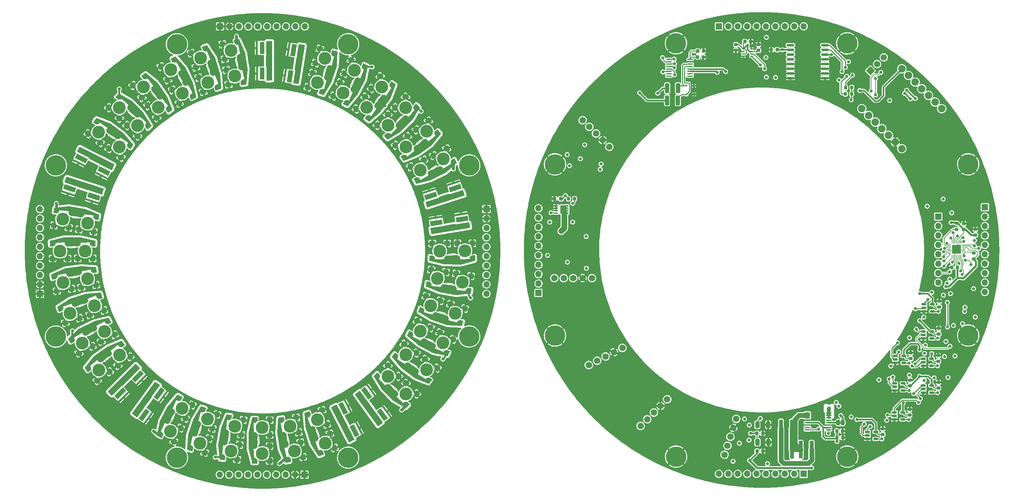
<source format=gbr>
%TF.GenerationSoftware,KiCad,Pcbnew,(6.0.9)*%
%TF.CreationDate,2022-12-31T16:19:11-08:00*%
%TF.ProjectId,LEDArray,4c454441-7272-4617-992e-6b696361645f,rev?*%
%TF.SameCoordinates,Original*%
%TF.FileFunction,Copper,L1,Top*%
%TF.FilePolarity,Positive*%
%FSLAX46Y46*%
G04 Gerber Fmt 4.6, Leading zero omitted, Abs format (unit mm)*
G04 Created by KiCad (PCBNEW (6.0.9)) date 2022-12-31 16:19:11*
%MOMM*%
%LPD*%
G01*
G04 APERTURE LIST*
G04 Aperture macros list*
%AMRoundRect*
0 Rectangle with rounded corners*
0 $1 Rounding radius*
0 $2 $3 $4 $5 $6 $7 $8 $9 X,Y pos of 4 corners*
0 Add a 4 corners polygon primitive as box body*
4,1,4,$2,$3,$4,$5,$6,$7,$8,$9,$2,$3,0*
0 Add four circle primitives for the rounded corners*
1,1,$1+$1,$2,$3*
1,1,$1+$1,$4,$5*
1,1,$1+$1,$6,$7*
1,1,$1+$1,$8,$9*
0 Add four rect primitives between the rounded corners*
20,1,$1+$1,$2,$3,$4,$5,0*
20,1,$1+$1,$4,$5,$6,$7,0*
20,1,$1+$1,$6,$7,$8,$9,0*
20,1,$1+$1,$8,$9,$2,$3,0*%
%AMHorizOval*
0 Thick line with rounded ends*
0 $1 width*
0 $2 $3 position (X,Y) of the first rounded end (center of the circle)*
0 $4 $5 position (X,Y) of the second rounded end (center of the circle)*
0 Add line between two ends*
20,1,$1,$2,$3,$4,$5,0*
0 Add two circle primitives to create the rounded ends*
1,1,$1,$2,$3*
1,1,$1,$4,$5*%
%AMRotRect*
0 Rectangle, with rotation*
0 The origin of the aperture is its center*
0 $1 length*
0 $2 width*
0 $3 Rotation angle, in degrees counterclockwise*
0 Add horizontal line*
21,1,$1,$2,0,0,$3*%
%AMOutline5P*
0 Free polygon, 5 corners , with rotation*
0 The origin of the aperture is its center*
0 number of corners: always 5*
0 $1 to $10 corner X, Y*
0 $11 Rotation angle, in degrees counterclockwise*
0 create outline with 5 corners*
4,1,5,$1,$2,$3,$4,$5,$6,$7,$8,$9,$10,$1,$2,$11*%
%AMOutline6P*
0 Free polygon, 6 corners , with rotation*
0 The origin of the aperture is its center*
0 number of corners: always 6*
0 $1 to $12 corner X, Y*
0 $13 Rotation angle, in degrees counterclockwise*
0 create outline with 6 corners*
4,1,6,$1,$2,$3,$4,$5,$6,$7,$8,$9,$10,$11,$12,$1,$2,$13*%
%AMOutline7P*
0 Free polygon, 7 corners , with rotation*
0 The origin of the aperture is its center*
0 number of corners: always 7*
0 $1 to $14 corner X, Y*
0 $15 Rotation angle, in degrees counterclockwise*
0 create outline with 7 corners*
4,1,7,$1,$2,$3,$4,$5,$6,$7,$8,$9,$10,$11,$12,$13,$14,$1,$2,$15*%
%AMOutline8P*
0 Free polygon, 8 corners , with rotation*
0 The origin of the aperture is its center*
0 number of corners: always 8*
0 $1 to $16 corner X, Y*
0 $17 Rotation angle, in degrees counterclockwise*
0 create outline with 8 corners*
4,1,8,$1,$2,$3,$4,$5,$6,$7,$8,$9,$10,$11,$12,$13,$14,$15,$16,$1,$2,$17*%
%AMFreePoly0*
4,1,22,0.500000,-0.750000,0.000000,-0.750000,0.000000,-0.745033,-0.079941,-0.743568,-0.215256,-0.701293,-0.333266,-0.622738,-0.424486,-0.514219,-0.481581,-0.384460,-0.499164,-0.250000,-0.500000,-0.250000,-0.500000,0.250000,-0.499164,0.250000,-0.499963,0.256109,-0.478152,0.396186,-0.417904,0.524511,-0.324060,0.630769,-0.204165,0.706417,-0.067858,0.745374,0.000000,0.744959,0.000000,0.750000,
0.500000,0.750000,0.500000,-0.750000,0.500000,-0.750000,$1*%
%AMFreePoly1*
4,1,20,0.000000,0.744959,0.073905,0.744508,0.209726,0.703889,0.328688,0.626782,0.421226,0.519385,0.479903,0.390333,0.500000,0.250000,0.500000,-0.250000,0.499851,-0.262216,0.476331,-0.402017,0.414519,-0.529596,0.319384,-0.634700,0.198574,-0.708877,0.061801,-0.746166,0.000000,-0.745033,0.000000,-0.750000,-0.500000,-0.750000,-0.500000,0.750000,0.000000,0.750000,0.000000,0.744959,
0.000000,0.744959,$1*%
%AMFreePoly2*
4,1,21,1.372500,0.787500,0.862500,0.787500,0.862500,0.532500,1.372500,0.532500,1.372500,0.127500,0.862500,0.127500,0.862500,-0.127500,1.372500,-0.127500,1.372500,-0.532500,0.862500,-0.532500,0.862500,-0.787500,1.372500,-0.787500,1.372500,-1.195000,0.612500,-1.195000,0.612500,-1.117500,-0.862500,-1.117500,-0.862500,1.117500,0.612500,1.117500,0.612500,1.195000,1.372500,1.195000,
1.372500,0.787500,1.372500,0.787500,$1*%
G04 Aperture macros list end*
%TA.AperFunction,SMDPad,CuDef*%
%ADD10RoundRect,0.225000X-0.225000X-0.250000X0.225000X-0.250000X0.225000X0.250000X-0.225000X0.250000X0*%
%TD*%
%TA.AperFunction,SMDPad,CuDef*%
%ADD11RoundRect,0.225000X0.250000X-0.225000X0.250000X0.225000X-0.250000X0.225000X-0.250000X-0.225000X0*%
%TD*%
%TA.AperFunction,SMDPad,CuDef*%
%ADD12RoundRect,0.250000X-0.275000X-2.125000X0.275000X-2.125000X0.275000X2.125000X-0.275000X2.125000X0*%
%TD*%
%TA.AperFunction,ComponentPad*%
%ADD13C,5.500000*%
%TD*%
%TA.AperFunction,SMDPad,CuDef*%
%ADD14Outline5P,-0.735000X0.735000X0.220500X0.735000X0.735000X0.220500X0.735000X-0.735000X-0.735000X-0.735000X153.000000*%
%TD*%
%TA.AperFunction,SMDPad,CuDef*%
%ADD15Outline5P,-0.735000X0.735000X0.220500X0.735000X0.735000X0.220500X0.735000X-0.735000X-0.735000X-0.735000X63.000000*%
%TD*%
%TA.AperFunction,SMDPad,CuDef*%
%ADD16Outline5P,-0.735000X0.735000X0.735000X0.735000X0.735000X-0.220500X0.220500X-0.735000X-0.735000X-0.735000X333.000000*%
%TD*%
%TA.AperFunction,SMDPad,CuDef*%
%ADD17Outline5P,-0.735000X0.735000X0.220500X0.735000X0.735000X0.220500X0.735000X-0.735000X-0.735000X-0.735000X333.000000*%
%TD*%
%TA.AperFunction,ComponentPad*%
%ADD18C,0.800000*%
%TD*%
%TA.AperFunction,SMDPad,CuDef*%
%ADD19C,3.450000*%
%TD*%
%TA.AperFunction,ComponentPad*%
%ADD20R,1.700000X1.700000*%
%TD*%
%TA.AperFunction,ComponentPad*%
%ADD21O,1.700000X1.700000*%
%TD*%
%TA.AperFunction,SMDPad,CuDef*%
%ADD22R,0.600000X0.450000*%
%TD*%
%TA.AperFunction,SMDPad,CuDef*%
%ADD23RoundRect,0.150000X-0.875000X-0.150000X0.875000X-0.150000X0.875000X0.150000X-0.875000X0.150000X0*%
%TD*%
%TA.AperFunction,SMDPad,CuDef*%
%ADD24RoundRect,0.150000X-0.512500X-0.150000X0.512500X-0.150000X0.512500X0.150000X-0.512500X0.150000X0*%
%TD*%
%TA.AperFunction,SMDPad,CuDef*%
%ADD25Outline5P,-0.735000X0.735000X0.220500X0.735000X0.735000X0.220500X0.735000X-0.735000X-0.735000X-0.735000X54.000000*%
%TD*%
%TA.AperFunction,SMDPad,CuDef*%
%ADD26Outline5P,-0.735000X0.735000X0.220500X0.735000X0.735000X0.220500X0.735000X-0.735000X-0.735000X-0.735000X144.000000*%
%TD*%
%TA.AperFunction,SMDPad,CuDef*%
%ADD27Outline5P,-0.735000X0.735000X0.735000X0.735000X0.735000X-0.220500X0.220500X-0.735000X-0.735000X-0.735000X324.000000*%
%TD*%
%TA.AperFunction,SMDPad,CuDef*%
%ADD28Outline5P,-0.735000X0.735000X0.220500X0.735000X0.735000X0.220500X0.735000X-0.735000X-0.735000X-0.735000X324.000000*%
%TD*%
%TA.AperFunction,SMDPad,CuDef*%
%ADD29Outline5P,-0.735000X0.735000X0.220500X0.735000X0.735000X0.220500X0.735000X-0.735000X-0.735000X-0.735000X270.000000*%
%TD*%
%TA.AperFunction,SMDPad,CuDef*%
%ADD30Outline5P,-0.735000X0.735000X0.220500X0.735000X0.735000X0.220500X0.735000X-0.735000X-0.735000X-0.735000X180.000000*%
%TD*%
%TA.AperFunction,SMDPad,CuDef*%
%ADD31Outline5P,-0.735000X0.735000X0.220500X0.735000X0.735000X0.220500X0.735000X-0.735000X-0.735000X-0.735000X90.000000*%
%TD*%
%TA.AperFunction,SMDPad,CuDef*%
%ADD32Outline5P,-0.735000X0.735000X0.735000X0.735000X0.735000X-0.220500X0.220500X-0.735000X-0.735000X-0.735000X90.000000*%
%TD*%
%TA.AperFunction,SMDPad,CuDef*%
%ADD33Outline5P,-0.735000X0.735000X0.220500X0.735000X0.735000X0.220500X0.735000X-0.735000X-0.735000X-0.735000X288.000000*%
%TD*%
%TA.AperFunction,SMDPad,CuDef*%
%ADD34Outline5P,-0.735000X0.735000X0.220500X0.735000X0.735000X0.220500X0.735000X-0.735000X-0.735000X-0.735000X18.000000*%
%TD*%
%TA.AperFunction,SMDPad,CuDef*%
%ADD35Outline5P,-0.735000X0.735000X0.735000X0.735000X0.735000X-0.220500X0.220500X-0.735000X-0.735000X-0.735000X198.000000*%
%TD*%
%TA.AperFunction,SMDPad,CuDef*%
%ADD36Outline5P,-0.735000X0.735000X0.220500X0.735000X0.735000X0.220500X0.735000X-0.735000X-0.735000X-0.735000X198.000000*%
%TD*%
%TA.AperFunction,SMDPad,CuDef*%
%ADD37Outline5P,-0.735000X0.735000X0.220500X0.735000X0.735000X0.220500X0.735000X-0.735000X-0.735000X-0.735000X27.000000*%
%TD*%
%TA.AperFunction,SMDPad,CuDef*%
%ADD38Outline5P,-0.735000X0.735000X0.220500X0.735000X0.735000X0.220500X0.735000X-0.735000X-0.735000X-0.735000X117.000000*%
%TD*%
%TA.AperFunction,SMDPad,CuDef*%
%ADD39Outline5P,-0.735000X0.735000X0.735000X0.735000X0.735000X-0.220500X0.220500X-0.735000X-0.735000X-0.735000X297.000000*%
%TD*%
%TA.AperFunction,SMDPad,CuDef*%
%ADD40Outline5P,-0.735000X0.735000X0.220500X0.735000X0.735000X0.220500X0.735000X-0.735000X-0.735000X-0.735000X297.000000*%
%TD*%
%TA.AperFunction,SMDPad,CuDef*%
%ADD41Outline5P,-0.735000X0.735000X0.220500X0.735000X0.735000X0.220500X0.735000X-0.735000X-0.735000X-0.735000X234.000000*%
%TD*%
%TA.AperFunction,SMDPad,CuDef*%
%ADD42Outline5P,-0.735000X0.735000X0.735000X0.735000X0.735000X-0.220500X0.220500X-0.735000X-0.735000X-0.735000X234.000000*%
%TD*%
%TA.AperFunction,SMDPad,CuDef*%
%ADD43Outline5P,-0.735000X0.735000X0.220500X0.735000X0.735000X0.220500X0.735000X-0.735000X-0.735000X-0.735000X9.000000*%
%TD*%
%TA.AperFunction,SMDPad,CuDef*%
%ADD44Outline5P,-0.735000X0.735000X0.220500X0.735000X0.735000X0.220500X0.735000X-0.735000X-0.735000X-0.735000X279.000000*%
%TD*%
%TA.AperFunction,SMDPad,CuDef*%
%ADD45Outline5P,-0.735000X0.735000X0.735000X0.735000X0.735000X-0.220500X0.220500X-0.735000X-0.735000X-0.735000X189.000000*%
%TD*%
%TA.AperFunction,SMDPad,CuDef*%
%ADD46Outline5P,-0.735000X0.735000X0.220500X0.735000X0.735000X0.220500X0.735000X-0.735000X-0.735000X-0.735000X189.000000*%
%TD*%
%TA.AperFunction,SMDPad,CuDef*%
%ADD47Outline5P,-0.735000X0.735000X0.220500X0.735000X0.735000X0.220500X0.735000X-0.735000X-0.735000X-0.735000X315.000000*%
%TD*%
%TA.AperFunction,SMDPad,CuDef*%
%ADD48Outline5P,-0.735000X0.735000X0.220500X0.735000X0.735000X0.220500X0.735000X-0.735000X-0.735000X-0.735000X45.000000*%
%TD*%
%TA.AperFunction,SMDPad,CuDef*%
%ADD49Outline5P,-0.735000X0.735000X0.220500X0.735000X0.735000X0.220500X0.735000X-0.735000X-0.735000X-0.735000X225.000000*%
%TD*%
%TA.AperFunction,SMDPad,CuDef*%
%ADD50Outline5P,-0.735000X0.735000X0.735000X0.735000X0.735000X-0.220500X0.220500X-0.735000X-0.735000X-0.735000X225.000000*%
%TD*%
%TA.AperFunction,SMDPad,CuDef*%
%ADD51Outline5P,-0.735000X0.735000X0.220500X0.735000X0.735000X0.220500X0.735000X-0.735000X-0.735000X-0.735000X243.000000*%
%TD*%
%TA.AperFunction,SMDPad,CuDef*%
%ADD52Outline5P,-0.735000X0.735000X0.735000X0.735000X0.735000X-0.220500X0.220500X-0.735000X-0.735000X-0.735000X243.000000*%
%TD*%
%TA.AperFunction,SMDPad,CuDef*%
%ADD53Outline5P,-0.735000X0.735000X0.220500X0.735000X0.735000X0.220500X0.735000X-0.735000X-0.735000X-0.735000X351.000000*%
%TD*%
%TA.AperFunction,SMDPad,CuDef*%
%ADD54Outline5P,-0.735000X0.735000X0.220500X0.735000X0.735000X0.220500X0.735000X-0.735000X-0.735000X-0.735000X261.000000*%
%TD*%
%TA.AperFunction,SMDPad,CuDef*%
%ADD55Outline5P,-0.735000X0.735000X0.735000X0.735000X0.735000X-0.220500X0.220500X-0.735000X-0.735000X-0.735000X171.000000*%
%TD*%
%TA.AperFunction,SMDPad,CuDef*%
%ADD56Outline5P,-0.735000X0.735000X0.220500X0.735000X0.735000X0.220500X0.735000X-0.735000X-0.735000X-0.735000X171.000000*%
%TD*%
%TA.AperFunction,SMDPad,CuDef*%
%ADD57RoundRect,0.225000X-0.250000X0.225000X-0.250000X-0.225000X0.250000X-0.225000X0.250000X0.225000X0*%
%TD*%
%TA.AperFunction,SMDPad,CuDef*%
%ADD58RotRect,0.500000X3.250000X135.000000*%
%TD*%
%TA.AperFunction,SMDPad,CuDef*%
%ADD59RotRect,1.300000X3.250000X135.000000*%
%TD*%
%TA.AperFunction,SMDPad,CuDef*%
%ADD60Outline5P,-0.735000X0.735000X0.220500X0.735000X0.735000X0.220500X0.735000X-0.735000X-0.735000X-0.735000X0.000000*%
%TD*%
%TA.AperFunction,SMDPad,CuDef*%
%ADD61Outline5P,-0.735000X0.735000X0.735000X0.735000X0.735000X-0.220500X0.220500X-0.735000X-0.735000X-0.735000X180.000000*%
%TD*%
%TA.AperFunction,SMDPad,CuDef*%
%ADD62RoundRect,0.200000X-0.275000X0.200000X-0.275000X-0.200000X0.275000X-0.200000X0.275000X0.200000X0*%
%TD*%
%TA.AperFunction,SMDPad,CuDef*%
%ADD63RoundRect,0.200000X-0.200000X-0.275000X0.200000X-0.275000X0.200000X0.275000X-0.200000X0.275000X0*%
%TD*%
%TA.AperFunction,SMDPad,CuDef*%
%ADD64RoundRect,0.050000X0.050000X-0.362500X0.050000X0.362500X-0.050000X0.362500X-0.050000X-0.362500X0*%
%TD*%
%TA.AperFunction,SMDPad,CuDef*%
%ADD65RoundRect,0.050000X0.362500X-0.050000X0.362500X0.050000X-0.362500X0.050000X-0.362500X-0.050000X0*%
%TD*%
%TA.AperFunction,ComponentPad*%
%ADD66C,0.500000*%
%TD*%
%TA.AperFunction,SMDPad,CuDef*%
%ADD67R,2.350000X2.350000*%
%TD*%
%TA.AperFunction,SMDPad,CuDef*%
%ADD68Outline5P,-0.735000X0.735000X0.220500X0.735000X0.735000X0.220500X0.735000X-0.735000X-0.735000X-0.735000X99.000000*%
%TD*%
%TA.AperFunction,SMDPad,CuDef*%
%ADD69Outline5P,-0.735000X0.735000X0.735000X0.735000X0.735000X-0.220500X0.220500X-0.735000X-0.735000X-0.735000X9.000000*%
%TD*%
%TA.AperFunction,SMDPad,CuDef*%
%ADD70Outline5P,-0.735000X0.735000X0.220500X0.735000X0.735000X0.220500X0.735000X-0.735000X-0.735000X-0.735000X216.000000*%
%TD*%
%TA.AperFunction,SMDPad,CuDef*%
%ADD71Outline5P,-0.735000X0.735000X0.220500X0.735000X0.735000X0.220500X0.735000X-0.735000X-0.735000X-0.735000X126.000000*%
%TD*%
%TA.AperFunction,SMDPad,CuDef*%
%ADD72Outline5P,-0.735000X0.735000X0.735000X0.735000X0.735000X-0.220500X0.220500X-0.735000X-0.735000X-0.735000X36.000000*%
%TD*%
%TA.AperFunction,SMDPad,CuDef*%
%ADD73Outline5P,-0.735000X0.735000X0.220500X0.735000X0.735000X0.220500X0.735000X-0.735000X-0.735000X-0.735000X36.000000*%
%TD*%
%TA.AperFunction,SMDPad,CuDef*%
%ADD74Outline5P,-0.735000X0.735000X0.220500X0.735000X0.735000X0.220500X0.735000X-0.735000X-0.735000X-0.735000X108.000000*%
%TD*%
%TA.AperFunction,SMDPad,CuDef*%
%ADD75Outline5P,-0.735000X0.735000X0.735000X0.735000X0.735000X-0.220500X0.220500X-0.735000X-0.735000X-0.735000X108.000000*%
%TD*%
%TA.AperFunction,SMDPad,CuDef*%
%ADD76RotRect,0.500000X3.300000X144.000000*%
%TD*%
%TA.AperFunction,SMDPad,CuDef*%
%ADD77RotRect,1.300000X3.300000X144.000000*%
%TD*%
%TA.AperFunction,SMDPad,CuDef*%
%ADD78Outline5P,-0.735000X0.735000X0.735000X0.735000X0.735000X-0.220500X0.220500X-0.735000X-0.735000X-0.735000X270.000000*%
%TD*%
%TA.AperFunction,SMDPad,CuDef*%
%ADD79Outline5P,-0.735000X0.735000X0.735000X0.735000X0.735000X-0.220500X0.220500X-0.735000X-0.735000X-0.735000X18.000000*%
%TD*%
%TA.AperFunction,ComponentPad*%
%ADD80C,1.750000*%
%TD*%
%TA.AperFunction,SMDPad,CuDef*%
%ADD81Outline5P,-0.735000X0.735000X0.735000X0.735000X0.735000X-0.220500X0.220500X-0.735000X-0.735000X-0.735000X153.000000*%
%TD*%
%TA.AperFunction,SMDPad,CuDef*%
%ADD82RoundRect,0.237500X0.287500X0.237500X-0.287500X0.237500X-0.287500X-0.237500X0.287500X-0.237500X0*%
%TD*%
%TA.AperFunction,SMDPad,CuDef*%
%ADD83Outline5P,-0.735000X0.735000X0.220500X0.735000X0.735000X0.220500X0.735000X-0.735000X-0.735000X-0.735000X81.000000*%
%TD*%
%TA.AperFunction,SMDPad,CuDef*%
%ADD84Outline5P,-0.735000X0.735000X0.735000X0.735000X0.735000X-0.220500X0.220500X-0.735000X-0.735000X-0.735000X261.000000*%
%TD*%
%TA.AperFunction,SMDPad,CuDef*%
%ADD85RotRect,0.500000X3.250000X279.000000*%
%TD*%
%TA.AperFunction,SMDPad,CuDef*%
%ADD86RotRect,1.300000X3.250000X279.000000*%
%TD*%
%TA.AperFunction,SMDPad,CuDef*%
%ADD87RoundRect,0.100000X-0.637500X-0.100000X0.637500X-0.100000X0.637500X0.100000X-0.637500X0.100000X0*%
%TD*%
%TA.AperFunction,SMDPad,CuDef*%
%ADD88Outline5P,-0.735000X0.735000X0.735000X0.735000X0.735000X-0.220500X0.220500X-0.735000X-0.735000X-0.735000X81.000000*%
%TD*%
%TA.AperFunction,SMDPad,CuDef*%
%ADD89RoundRect,0.250000X-0.312500X-1.075000X0.312500X-1.075000X0.312500X1.075000X-0.312500X1.075000X0*%
%TD*%
%TA.AperFunction,SMDPad,CuDef*%
%ADD90RoundRect,0.250000X-0.325000X-0.650000X0.325000X-0.650000X0.325000X0.650000X-0.325000X0.650000X0*%
%TD*%
%TA.AperFunction,SMDPad,CuDef*%
%ADD91Outline5P,-0.735000X0.735000X0.220500X0.735000X0.735000X0.220500X0.735000X-0.735000X-0.735000X-0.735000X162.000000*%
%TD*%
%TA.AperFunction,SMDPad,CuDef*%
%ADD92Outline5P,-0.735000X0.735000X0.220500X0.735000X0.735000X0.220500X0.735000X-0.735000X-0.735000X-0.735000X72.000000*%
%TD*%
%TA.AperFunction,SMDPad,CuDef*%
%ADD93Outline5P,-0.735000X0.735000X0.735000X0.735000X0.735000X-0.220500X0.220500X-0.735000X-0.735000X-0.735000X342.000000*%
%TD*%
%TA.AperFunction,SMDPad,CuDef*%
%ADD94Outline5P,-0.735000X0.735000X0.220500X0.735000X0.735000X0.220500X0.735000X-0.735000X-0.735000X-0.735000X342.000000*%
%TD*%
%TA.AperFunction,SMDPad,CuDef*%
%ADD95RotRect,0.500000X3.300000X216.000000*%
%TD*%
%TA.AperFunction,SMDPad,CuDef*%
%ADD96RotRect,1.300000X3.300000X216.000000*%
%TD*%
%TA.AperFunction,SMDPad,CuDef*%
%ADD97Outline5P,-0.735000X0.735000X0.735000X0.735000X0.735000X-0.220500X0.220500X-0.735000X-0.735000X-0.735000X252.000000*%
%TD*%
%TA.AperFunction,SMDPad,CuDef*%
%ADD98Outline5P,-0.735000X0.735000X0.220500X0.735000X0.735000X0.220500X0.735000X-0.735000X-0.735000X-0.735000X252.000000*%
%TD*%
%TA.AperFunction,SMDPad,CuDef*%
%ADD99RoundRect,0.250000X0.275000X2.125000X-0.275000X2.125000X-0.275000X-2.125000X0.275000X-2.125000X0*%
%TD*%
%TA.AperFunction,SMDPad,CuDef*%
%ADD100RoundRect,0.225000X0.225000X0.250000X-0.225000X0.250000X-0.225000X-0.250000X0.225000X-0.250000X0*%
%TD*%
%TA.AperFunction,SMDPad,CuDef*%
%ADD101RotRect,0.500000X3.250000X63.000000*%
%TD*%
%TA.AperFunction,SMDPad,CuDef*%
%ADD102RotRect,1.300000X3.250000X63.000000*%
%TD*%
%TA.AperFunction,SMDPad,CuDef*%
%ADD103R,0.500000X3.300000*%
%TD*%
%TA.AperFunction,SMDPad,CuDef*%
%ADD104R,1.300000X3.300000*%
%TD*%
%TA.AperFunction,SMDPad,CuDef*%
%ADD105RotRect,0.500000X3.300000X288.000000*%
%TD*%
%TA.AperFunction,SMDPad,CuDef*%
%ADD106RotRect,1.300000X3.300000X288.000000*%
%TD*%
%TA.AperFunction,SMDPad,CuDef*%
%ADD107Outline5P,-0.735000X0.735000X0.220500X0.735000X0.735000X0.220500X0.735000X-0.735000X-0.735000X-0.735000X207.000000*%
%TD*%
%TA.AperFunction,SMDPad,CuDef*%
%ADD108Outline5P,-0.735000X0.735000X0.735000X0.735000X0.735000X-0.220500X0.220500X-0.735000X-0.735000X-0.735000X27.000000*%
%TD*%
%TA.AperFunction,SMDPad,CuDef*%
%ADD109Outline5P,-0.735000X0.735000X0.220500X0.735000X0.735000X0.220500X0.735000X-0.735000X-0.735000X-0.735000X135.000000*%
%TD*%
%TA.AperFunction,SMDPad,CuDef*%
%ADD110Outline5P,-0.735000X0.735000X0.735000X0.735000X0.735000X-0.220500X0.220500X-0.735000X-0.735000X-0.735000X45.000000*%
%TD*%
%TA.AperFunction,SMDPad,CuDef*%
%ADD111Outline5P,-0.735000X0.735000X0.735000X0.735000X0.735000X-0.220500X0.220500X-0.735000X-0.735000X-0.735000X117.000000*%
%TD*%
%TA.AperFunction,SMDPad,CuDef*%
%ADD112FreePoly0,0.000000*%
%TD*%
%TA.AperFunction,SMDPad,CuDef*%
%ADD113FreePoly1,0.000000*%
%TD*%
%TA.AperFunction,SMDPad,CuDef*%
%ADD114Outline5P,-0.735000X0.735000X0.735000X0.735000X0.735000X-0.220500X0.220500X-0.735000X-0.735000X-0.735000X54.000000*%
%TD*%
%TA.AperFunction,SMDPad,CuDef*%
%ADD115Outline5P,-0.735000X0.735000X0.735000X0.735000X0.735000X-0.220500X0.220500X-0.735000X-0.735000X-0.735000X162.000000*%
%TD*%
%TA.AperFunction,SMDPad,CuDef*%
%ADD116RoundRect,0.200000X0.200000X0.275000X-0.200000X0.275000X-0.200000X-0.275000X0.200000X-0.275000X0*%
%TD*%
%TA.AperFunction,SMDPad,CuDef*%
%ADD117RotRect,0.500000X3.300000X72.000000*%
%TD*%
%TA.AperFunction,SMDPad,CuDef*%
%ADD118RotRect,1.300000X3.300000X72.000000*%
%TD*%
%TA.AperFunction,SMDPad,CuDef*%
%ADD119RotRect,0.500000X3.250000X351.000000*%
%TD*%
%TA.AperFunction,SMDPad,CuDef*%
%ADD120RotRect,1.300000X3.250000X351.000000*%
%TD*%
%TA.AperFunction,SMDPad,CuDef*%
%ADD121Outline5P,-0.735000X0.735000X0.220500X0.735000X0.735000X0.220500X0.735000X-0.735000X-0.735000X-0.735000X306.000000*%
%TD*%
%TA.AperFunction,SMDPad,CuDef*%
%ADD122Outline5P,-0.735000X0.735000X0.735000X0.735000X0.735000X-0.220500X0.220500X-0.735000X-0.735000X-0.735000X126.000000*%
%TD*%
%TA.AperFunction,SMDPad,CuDef*%
%ADD123Outline5P,-0.735000X0.735000X0.735000X0.735000X0.735000X-0.220500X0.220500X-0.735000X-0.735000X-0.735000X315.000000*%
%TD*%
%TA.AperFunction,SMDPad,CuDef*%
%ADD124Outline5P,-0.735000X0.735000X0.735000X0.735000X0.735000X-0.220500X0.220500X-0.735000X-0.735000X-0.735000X99.000000*%
%TD*%
%TA.AperFunction,SMDPad,CuDef*%
%ADD125Outline5P,-0.735000X0.735000X0.735000X0.735000X0.735000X-0.220500X0.220500X-0.735000X-0.735000X-0.735000X306.000000*%
%TD*%
%TA.AperFunction,SMDPad,CuDef*%
%ADD126RotRect,0.500000X3.250000X207.000000*%
%TD*%
%TA.AperFunction,SMDPad,CuDef*%
%ADD127RotRect,1.300000X3.250000X207.000000*%
%TD*%
%TA.AperFunction,ComponentPad*%
%ADD128C,2.000000*%
%TD*%
%TA.AperFunction,SMDPad,CuDef*%
%ADD129R,0.700000X0.350000*%
%TD*%
%TA.AperFunction,ComponentPad*%
%ADD130RotRect,1.700000X1.700000X135.000000*%
%TD*%
%TA.AperFunction,ComponentPad*%
%ADD131HorizOval,1.700000X0.000000X0.000000X0.000000X0.000000X0*%
%TD*%
%TA.AperFunction,SMDPad,CuDef*%
%ADD132R,0.990000X0.405000*%
%TD*%
%TA.AperFunction,SMDPad,CuDef*%
%ADD133FreePoly2,0.000000*%
%TD*%
%TA.AperFunction,ViaPad*%
%ADD134C,0.800000*%
%TD*%
%TA.AperFunction,Conductor*%
%ADD135C,0.381000*%
%TD*%
%TA.AperFunction,Conductor*%
%ADD136C,0.508000*%
%TD*%
%TA.AperFunction,Conductor*%
%ADD137C,0.762000*%
%TD*%
%TA.AperFunction,Conductor*%
%ADD138C,0.254000*%
%TD*%
%TA.AperFunction,Conductor*%
%ADD139C,0.200000*%
%TD*%
%TA.AperFunction,Conductor*%
%ADD140C,1.016000*%
%TD*%
%TA.AperFunction,Conductor*%
%ADD141C,1.524000*%
%TD*%
%TA.AperFunction,Conductor*%
%ADD142C,1.270000*%
%TD*%
%TA.AperFunction,Conductor*%
%ADD143C,0.177800*%
%TD*%
G04 APERTURE END LIST*
%TO.C,JP2*%
G36*
X238200000Y-129450000D02*
G01*
X237700000Y-129450000D01*
X237700000Y-128850000D01*
X238200000Y-128850000D01*
X238200000Y-129450000D01*
G37*
%TD*%
D10*
%TO.P,C17,1*%
%TO.N,VCC*%
X199500000Y-28900000D03*
%TO.P,C17,2*%
%TO.N,GND*%
X201050000Y-28900000D03*
%TD*%
D11*
%TO.P,C37,1*%
%TO.N,VCC*%
X256950000Y-111875001D03*
%TO.P,C37,2*%
%TO.N,GND*%
X256950000Y-110325001D03*
%TD*%
D12*
%TO.P,R17,1*%
%TO.N,/DriverBoard/LEDDriver/CurrentSource/Out*%
X227275000Y-136425000D03*
%TO.P,R17,2*%
%TO.N,Net-(R15-Pad2)*%
X230225000Y-136425000D03*
%TD*%
D10*
%TO.P,C16,1*%
%TO.N,VCC*%
X199450000Y-30550000D03*
%TO.P,C16,2*%
%TO.N,GND*%
X201000000Y-30550000D03*
%TD*%
D13*
%TO.P,H7,1,1*%
%TO.N,LED_THERM*%
X105200000Y-138600000D03*
%TD*%
D14*
%TO.P,D45,1,K*%
%TO.N,/LEDBoard/K4*%
X109589994Y-33225968D03*
D15*
X107774032Y-36789994D03*
D16*
%TO.P,D45,2,A*%
%TO.N,/LEDBoard/LEDGroup/Anode*%
X106025968Y-31410006D03*
D17*
X104210006Y-34974032D03*
D18*
%TO.P,D45,3,PAD*%
%TO.N,LED_THERM*%
X106900000Y-34100000D03*
D19*
X106900000Y-34100000D03*
%TD*%
D20*
%TO.P,J4,1,Pin_1*%
%TO.N,/LEDBoard/LEDGroup/Anode*%
X22100000Y-94425000D03*
D21*
%TO.P,J4,2,Pin_2*%
X22100000Y-91885000D03*
%TO.P,J4,3,Pin_3*%
%TO.N,/LEDBoard/K1*%
X22100000Y-89345000D03*
%TO.P,J4,4,Pin_4*%
%TO.N,/LEDBoard/K2*%
X22100000Y-86805000D03*
%TO.P,J4,5,Pin_5*%
%TO.N,/LEDBoard/K3*%
X22100000Y-84265000D03*
%TO.P,J4,6,Pin_6*%
%TO.N,/LEDBoard/K4*%
X22100000Y-81725000D03*
%TO.P,J4,7,Pin_7*%
%TO.N,/LEDBoard/K5*%
X22100000Y-79185000D03*
%TO.P,J4,8,Pin_8*%
%TO.N,/LEDBoard/K6*%
X22100000Y-76645000D03*
%TO.P,J4,9,Pin_9*%
%TO.N,/LEDBoard/K7*%
X22100000Y-74105000D03*
%TO.P,J4,10,Pin_10*%
%TO.N,/LEDBoard/K8*%
X22100000Y-71565000D03*
%TD*%
D20*
%TO.P,J8,1,Pin_1*%
%TO.N,/DriverBoard/LEDDriver/INA261/IN-*%
X156550000Y-94200000D03*
D21*
%TO.P,J8,2,Pin_2*%
X156550000Y-91660000D03*
%TO.P,J8,3,Pin_3*%
%TO.N,/DriverBoard/LEDDriver/K1*%
X156550000Y-89120000D03*
%TO.P,J8,4,Pin_4*%
%TO.N,/DriverBoard/LEDDriver/K2*%
X156550000Y-86580000D03*
%TO.P,J8,5,Pin_5*%
%TO.N,/DriverBoard/LEDDriver/K3*%
X156550000Y-84040000D03*
%TO.P,J8,6,Pin_6*%
%TO.N,/DriverBoard/LEDDriver/K4*%
X156550000Y-81500000D03*
%TO.P,J8,7,Pin_7*%
%TO.N,/DriverBoard/LEDDriver/K5*%
X156550000Y-78960000D03*
%TO.P,J8,8,Pin_8*%
%TO.N,/DriverBoard/LEDDriver/K6*%
X156550000Y-76420000D03*
%TO.P,J8,9,Pin_9*%
%TO.N,/DriverBoard/LEDDriver/K7*%
X156550000Y-73880000D03*
%TO.P,J8,10,Pin_10*%
%TO.N,/DriverBoard/LEDDriver/K8*%
X156550000Y-71340000D03*
%TD*%
D22*
%TO.P,D82,1,A1*%
%TO.N,Net-(D82-Pad1)*%
X196425000Y-40650000D03*
%TO.P,D82,2,A2*%
%TO.N,GND*%
X198525000Y-40650000D03*
%TD*%
D23*
%TO.P,U22,1,32KHZ*%
%TO.N,/DriverBoard/DDS3231/INT_32KHZ*%
X224500000Y-27330000D03*
%TO.P,U22,2,VCC*%
%TO.N,VCC*%
X224500000Y-28600000D03*
%TO.P,U22,3,~{INT}/SQW*%
%TO.N,/DriverBoard/DDS3231/INT_SQW*%
X224500000Y-29870000D03*
%TO.P,U22,4,~{RST}*%
%TO.N,unconnected-(U22-Pad4)*%
X224500000Y-31140000D03*
%TO.P,U22,5,GND*%
%TO.N,GND*%
X224500000Y-32410000D03*
%TO.P,U22,6,GND*%
X224500000Y-33680000D03*
%TO.P,U22,7,GND*%
X224500000Y-34950000D03*
%TO.P,U22,8,GND*%
X224500000Y-36220000D03*
%TO.P,U22,9,GND*%
X233800000Y-36220000D03*
%TO.P,U22,10,GND*%
X233800000Y-34950000D03*
%TO.P,U22,11,GND*%
X233800000Y-33680000D03*
%TO.P,U22,12,GND*%
X233800000Y-32410000D03*
%TO.P,U22,13,GND*%
X233800000Y-31140000D03*
%TO.P,U22,14,VBAT*%
%TO.N,Net-(BT1-Pad1)*%
X233800000Y-29870000D03*
%TO.P,U22,15,SDA*%
%TO.N,/DriverBoard/SDA*%
X233800000Y-28600000D03*
%TO.P,U22,16,SCL*%
%TO.N,/DriverBoard/SCL*%
X233800000Y-27330000D03*
%TD*%
D24*
%TO.P,U3,1*%
%TO.N,/DriverBoard/STROBE*%
X260492500Y-97255000D03*
%TO.P,U3,2*%
%TO.N,/DriverBoard/LEDDriver/ENABLE4*%
X260492500Y-98205000D03*
%TO.P,U3,3,GND*%
%TO.N,GND*%
X260492500Y-99155000D03*
%TO.P,U3,4*%
%TO.N,Net-(Q3-Pad4)*%
X262767500Y-99155000D03*
%TO.P,U3,5,VCC*%
%TO.N,VCC*%
X262767500Y-97255000D03*
%TD*%
D25*
%TO.P,D5,1,K*%
%TO.N,/LEDBoard/K5*%
X110666117Y-46921593D03*
D26*
X113017258Y-43685526D03*
D27*
%TO.P,D5,2,A*%
%TO.N,/LEDBoard/LEDGroup/Anode*%
X109781191Y-41334385D03*
D28*
X107430050Y-44570452D03*
D19*
%TO.P,D5,3,PAD*%
%TO.N,LED_THERM*%
X110223654Y-44127989D03*
D18*
X110223654Y-44127989D03*
%TD*%
D29*
%TO.P,D72,1,K*%
%TO.N,/LEDBoard/K7*%
X25500000Y-80900000D03*
D30*
X29500000Y-80900000D03*
D31*
%TO.P,D72,2,A*%
%TO.N,/LEDBoard/LEDGroup/Anode*%
X29500000Y-84900000D03*
D32*
X25500000Y-84900000D03*
D19*
%TO.P,D72,3,PAD*%
%TO.N,LED_THERM*%
X27500000Y-82900000D03*
D18*
X27500000Y-82900000D03*
%TD*%
D10*
%TO.P,C33,1*%
%TO.N,/DriverBoard/LEDDriver/CurrentSource/Out*%
X215475002Y-132049999D03*
%TO.P,C33,2*%
%TO.N,GND*%
X217025002Y-132049999D03*
%TD*%
D33*
%TO.P,D60,1,K*%
%TO.N,/LEDBoard/K3*%
X96479853Y-133415921D03*
D34*
X97715921Y-137220147D03*
D35*
%TO.P,D60,2,A*%
%TO.N,/LEDBoard/LEDGroup/Anode*%
X101520147Y-135984079D03*
D36*
X100284079Y-132179853D03*
D18*
%TO.P,D60,3,PAD*%
%TO.N,LED_THERM*%
X99000000Y-134700000D03*
D19*
X99000000Y-134700000D03*
%TD*%
D37*
%TO.P,D49,1,K*%
%TO.N,/LEDBoard/K8*%
X130025968Y-60689994D03*
D38*
X133589994Y-58874032D03*
D39*
%TO.P,D49,2,A*%
%TO.N,/LEDBoard/LEDGroup/Anode*%
X131774032Y-55310006D03*
D40*
X128210006Y-57125968D03*
D18*
%TO.P,D49,3,PAD*%
%TO.N,LED_THERM*%
X130900000Y-58000000D03*
D19*
X130900000Y-58000000D03*
%TD*%
D28*
%TO.P,D15,1,K*%
%TO.N,/LEDBoard/K7*%
X117971050Y-111245452D03*
D25*
X121207117Y-113596593D03*
D41*
%TO.P,D15,2,A*%
%TO.N,/LEDBoard/LEDGroup/Anode*%
X120322191Y-108009385D03*
D42*
X123558258Y-110360526D03*
D19*
%TO.P,D15,3,PAD*%
%TO.N,LED_THERM*%
X120764654Y-110802989D03*
D18*
X120764654Y-110802989D03*
%TD*%
D43*
%TO.P,D20,1,K*%
%TO.N,/LEDBoard/K4*%
X87860146Y-132395235D03*
D44*
X87234408Y-128444481D03*
D45*
%TO.P,D20,2,A*%
%TO.N,/LEDBoard/LEDGroup/Anode*%
X91810900Y-131769497D03*
D46*
X91185162Y-127818743D03*
D18*
%TO.P,D20,3,PAD*%
%TO.N,LED_THERM*%
X89522654Y-130106989D03*
D19*
X89522654Y-130106989D03*
%TD*%
D47*
%TO.P,D16,1,K*%
%TO.N,/LEDBoard/K8*%
X113110227Y-116644989D03*
D48*
X115938654Y-119473416D03*
D49*
%TO.P,D16,2,A*%
%TO.N,/LEDBoard/LEDGroup/Anode*%
X115938654Y-113816562D03*
D50*
X118767081Y-116644989D03*
D18*
%TO.P,D16,3,PAD*%
%TO.N,LED_THERM*%
X115938654Y-116644989D03*
D19*
X115938654Y-116644989D03*
%TD*%
D15*
%TO.P,D14,1,K*%
%TO.N,/LEDBoard/K6*%
X125575686Y-107142983D03*
D17*
X122011660Y-105327021D03*
D51*
%TO.P,D14,2,A*%
%TO.N,/LEDBoard/LEDGroup/Anode*%
X123827622Y-101762995D03*
D52*
X127391648Y-103578957D03*
D19*
%TO.P,D14,3,PAD*%
%TO.N,LED_THERM*%
X124701654Y-104452989D03*
D18*
X124701654Y-104452989D03*
%TD*%
D13*
%TO.P,H11,1,1*%
%TO.N,GND*%
X272450000Y-105675000D03*
%TD*%
D24*
%TO.P,U1,1*%
%TO.N,/DriverBoard/STROBE*%
X245262500Y-131650000D03*
%TO.P,U1,2*%
%TO.N,/DriverBoard/LEDDriver/ENABLE2*%
X245262500Y-132600000D03*
%TO.P,U1,3,GND*%
%TO.N,GND*%
X245262500Y-133550000D03*
%TO.P,U1,4*%
%TO.N,Net-(Q1-Pad4)*%
X247537500Y-133550000D03*
%TO.P,U1,5,VCC*%
%TO.N,VCC*%
X247537500Y-131650000D03*
%TD*%
D13*
%TO.P,H6,1,1*%
%TO.N,LED_THERM*%
X137850000Y-105925000D03*
%TD*%
D43*
%TO.P,D61,1,K*%
%TO.N,/LEDBoard/K4*%
X89037492Y-139088246D03*
D44*
X88411754Y-135137492D03*
D46*
%TO.P,D61,2,A*%
%TO.N,/LEDBoard/LEDGroup/Anode*%
X92362508Y-134511754D03*
D45*
X92988246Y-138462508D03*
D19*
%TO.P,D61,3,PAD*%
%TO.N,LED_THERM*%
X90700000Y-136800000D03*
D18*
X90700000Y-136800000D03*
%TD*%
D53*
%TO.P,D63,1,K*%
%TO.N,/LEDBoard/K6*%
X71311754Y-138462508D03*
D54*
X71937492Y-134511754D03*
D55*
%TO.P,D63,2,A*%
%TO.N,/LEDBoard/LEDGroup/Anode*%
X75262508Y-139088246D03*
D56*
X75888246Y-135137492D03*
D18*
%TO.P,D63,3,PAD*%
%TO.N,LED_THERM*%
X73600000Y-136800000D03*
D19*
X73600000Y-136800000D03*
%TD*%
D11*
%TO.P,C11,1*%
%TO.N,VCC*%
X274400000Y-78550000D03*
%TO.P,C11,2*%
%TO.N,GND*%
X274400000Y-77000000D03*
%TD*%
D57*
%TO.P,C8,1*%
%TO.N,VCC*%
X209800000Y-27200000D03*
%TO.P,C8,2*%
%TO.N,GND*%
X209800000Y-28750000D03*
%TD*%
D58*
%TO.P,D67,1,K*%
%TO.N,/LEDBoard/K2*%
X42727728Y-120327728D03*
%TO.P,D67,2,A*%
%TO.N,/LEDBoard/LEDGroup/Anode*%
X44672272Y-122272272D03*
D59*
%TO.P,D67,3,PAD*%
%TO.N,LED_THERM*%
X43700000Y-121300000D03*
D18*
X43700000Y-121300000D03*
%TD*%
D60*
%TO.P,D21,1,K*%
%TO.N,/LEDBoard/K5*%
X80029654Y-132487989D03*
D29*
X80029654Y-128487989D03*
D30*
%TO.P,D21,2,A*%
%TO.N,/LEDBoard/LEDGroup/Anode*%
X84029654Y-128487989D03*
D61*
X84029654Y-132487989D03*
D19*
%TO.P,D21,3,PAD*%
%TO.N,LED_THERM*%
X82029654Y-130487989D03*
D18*
X82029654Y-130487989D03*
%TD*%
D62*
%TO.P,R8,1*%
%TO.N,VCC*%
X269325000Y-75375000D03*
%TO.P,R8,2*%
%TO.N,Net-(R8-Pad2)*%
X269325000Y-77025000D03*
%TD*%
D63*
%TO.P,R19,1*%
%TO.N,/DriverBoard/SCL*%
X239400000Y-38800000D03*
%TO.P,R19,2*%
%TO.N,VCC*%
X241050000Y-38800000D03*
%TD*%
D13*
%TO.P,H9,1,1*%
%TO.N,GND*%
X239800000Y-26875000D03*
%TD*%
D11*
%TO.P,C9,1*%
%TO.N,VCC*%
X256755000Y-119255001D03*
%TO.P,C9,2*%
%TO.N,GND*%
X256755000Y-117705001D03*
%TD*%
D64*
%TO.P,U9,1,I/O*%
%TO.N,/DriverBoard/LEDDriver/ENABLE3*%
X268100000Y-84312500D03*
%TO.P,U9,2,I/O*%
%TO.N,/DriverBoard/LEDDriver/ENABLE4*%
X268500000Y-84312500D03*
%TO.P,U9,3,GND*%
%TO.N,GND*%
X268900000Y-84312500D03*
%TO.P,U9,4,VCC1*%
%TO.N,VCC*%
X269300000Y-84312500D03*
%TO.P,U9,5,I/O*%
%TO.N,/DriverBoard/LEDDriver/ENABLE5*%
X269700000Y-84312500D03*
%TO.P,U9,6,I/O*%
%TO.N,/DriverBoard/LEDDriver/ENABLE6*%
X270100000Y-84312500D03*
%TO.P,U9,7,I/O*%
%TO.N,/DriverBoard/LEDDriver/ENABLE7*%
X270500000Y-84312500D03*
D65*
%TO.P,U9,8,I/O*%
%TO.N,/DriverBoard/LEDDriver/ENABLE8*%
X271237500Y-83575000D03*
%TO.P,U9,9,NINT*%
%TO.N,/DriverBoard/PortExpander/~{PRT_EXD_INT}*%
X271237500Y-83175000D03*
%TO.P,U9,10,ADDR1*%
%TO.N,GND*%
X271237500Y-82775000D03*
%TO.P,U9,11,OSCIO*%
%TO.N,unconnected-(U9-Pad11)*%
X271237500Y-82375000D03*
%TO.P,U9,12,VDDM*%
%TO.N,VCC*%
X271237500Y-81975000D03*
%TO.P,U9,13,I/O*%
%TO.N,/DriverBoard/PortExpander/P08*%
X271237500Y-81575000D03*
%TO.P,U9,14,I/O*%
%TO.N,/DriverBoard/PortExpander/P09*%
X271237500Y-81175000D03*
D64*
%TO.P,U9,15,I/O*%
%TO.N,/DriverBoard/PortExpander/P10*%
X270500000Y-80437500D03*
%TO.P,U9,16,I/O*%
%TO.N,/DriverBoard/PortExpander/P11*%
X270100000Y-80437500D03*
%TO.P,U9,17,GND*%
%TO.N,GND*%
X269700000Y-80437500D03*
%TO.P,U9,18,VCC2*%
%TO.N,VCC*%
X269300000Y-80437500D03*
%TO.P,U9,19,I/O*%
%TO.N,/DriverBoard/PortExpander/P12*%
X268900000Y-80437500D03*
%TO.P,U9,20,I/O*%
%TO.N,/DriverBoard/PortExpander/P13*%
X268500000Y-80437500D03*
%TO.P,U9,21,I/O*%
%TO.N,/DriverBoard/PortExpander/P14*%
X268100000Y-80437500D03*
D65*
%TO.P,U9,22,I/O*%
%TO.N,/DriverBoard/PortExpander/P15*%
X267362500Y-81175000D03*
%TO.P,U9,23,NRESET*%
%TO.N,Net-(R8-Pad2)*%
X267362500Y-81575000D03*
%TO.P,U9,24,SDA*%
%TO.N,/DriverBoard/SDA*%
X267362500Y-81975000D03*
%TO.P,U9,25,SCL*%
%TO.N,/DriverBoard/SCL*%
X267362500Y-82375000D03*
%TO.P,U9,26,ADDR0*%
%TO.N,GND*%
X267362500Y-82775000D03*
%TO.P,U9,27,I/O*%
%TO.N,/DriverBoard/LEDDriver/ENABLE1*%
X267362500Y-83175000D03*
%TO.P,U9,28,I/O*%
%TO.N,/DriverBoard/LEDDriver/ENABLE2*%
X267362500Y-83575000D03*
D66*
%TO.P,U9,29,GND_PAD*%
%TO.N,GND*%
X270225000Y-81450000D03*
D67*
X269300000Y-82375000D03*
D66*
X268375000Y-81450000D03*
X269300000Y-82375000D03*
X268375000Y-82375000D03*
X270225000Y-83300000D03*
X268375000Y-83300000D03*
X269300000Y-81450000D03*
X270225000Y-82375000D03*
X269300000Y-83300000D03*
%TD*%
D53*
%TO.P,D22,1,K*%
%TO.N,/LEDBoard/K6*%
X72375408Y-131769497D03*
D54*
X73001146Y-127818743D03*
D55*
%TO.P,D22,2,A*%
%TO.N,/LEDBoard/LEDGroup/Anode*%
X76326162Y-132395235D03*
D56*
X76951900Y-128444481D03*
D18*
%TO.P,D22,3,PAD*%
%TO.N,LED_THERM*%
X74663654Y-130106989D03*
D19*
X74663654Y-130106989D03*
%TD*%
D46*
%TO.P,D81,1,K*%
%TO.N,/LEDBoard/K8*%
X75262508Y-26511754D03*
D68*
X75888246Y-30462508D03*
D43*
%TO.P,D81,2,A*%
%TO.N,/LEDBoard/LEDGroup/Anode*%
X71937492Y-31088246D03*
D69*
X71311754Y-27137492D03*
D18*
%TO.P,D81,3,PAD*%
%TO.N,LED_THERM*%
X73600000Y-28800000D03*
D19*
X73600000Y-28800000D03*
%TD*%
D70*
%TO.P,D38,1,K*%
%TO.N,/LEDBoard/K5*%
X54442463Y-41306396D03*
D71*
X56793604Y-44542463D03*
D72*
%TO.P,D38,2,A*%
%TO.N,/LEDBoard/LEDGroup/Anode*%
X51206396Y-43657537D03*
D73*
X53557537Y-46893604D03*
D19*
%TO.P,D38,3,PAD*%
%TO.N,LED_THERM*%
X54000000Y-44100000D03*
D18*
X54000000Y-44100000D03*
%TD*%
D33*
%TO.P,D19,1,K*%
%TO.N,/LEDBoard/K3*%
X94368507Y-127044910D03*
D34*
X95604575Y-130849136D03*
D35*
%TO.P,D19,2,A*%
%TO.N,/LEDBoard/LEDGroup/Anode*%
X99408801Y-129613068D03*
D36*
X98172733Y-125808842D03*
D18*
%TO.P,D19,3,PAD*%
%TO.N,LED_THERM*%
X96888654Y-128328989D03*
D19*
X96888654Y-128328989D03*
%TD*%
D13*
%TO.P,H13,1,1*%
%TO.N,GND*%
X161000000Y-105675000D03*
%TD*%
D33*
%TO.P,D29,1,K*%
%TO.N,/LEDBoard/K5*%
X34297507Y-96310910D03*
D36*
X38101733Y-95074842D03*
D74*
%TO.P,D29,2,A*%
%TO.N,/LEDBoard/LEDGroup/Anode*%
X39337801Y-98879068D03*
D75*
X35533575Y-100115136D03*
D19*
%TO.P,D29,3,PAD*%
%TO.N,LED_THERM*%
X36817654Y-97594989D03*
D18*
X36817654Y-97594989D03*
%TD*%
D24*
%TO.P,U8,1*%
%TO.N,/DriverBoard/STROBE*%
X260275000Y-111905000D03*
%TO.P,U8,2*%
%TO.N,/DriverBoard/LEDDriver/ENABLE8*%
X260275000Y-112855000D03*
%TO.P,U8,3,GND*%
%TO.N,GND*%
X260275000Y-113805000D03*
%TO.P,U8,4*%
%TO.N,Net-(Q7-Pad4)*%
X262550000Y-113805000D03*
%TO.P,U8,5,VCC*%
%TO.N,VCC*%
X262550000Y-111905000D03*
%TD*%
D11*
%TO.P,C10,1*%
%TO.N,VCC*%
X264412500Y-112605001D03*
%TO.P,C10,2*%
%TO.N,GND*%
X264412500Y-111055001D03*
%TD*%
D76*
%TO.P,D25,1,K*%
%TO.N,/LEDBoard/K1*%
X53084030Y-120521090D03*
%TO.P,D25,2,A*%
%TO.N,/LEDBoard/LEDGroup/Anode*%
X55349278Y-122166888D03*
D18*
%TO.P,D25,3,PAD*%
%TO.N,LED_THERM*%
X54251574Y-121338458D03*
D77*
X54216654Y-121343989D03*
%TD*%
D31*
%TO.P,D11,1,K*%
%TO.N,/LEDBoard/K3*%
X131908654Y-84862989D03*
D60*
X127908654Y-84862989D03*
D78*
%TO.P,D11,2,A*%
%TO.N,/LEDBoard/LEDGroup/Anode*%
X131908654Y-80862989D03*
D29*
X127908654Y-80862989D03*
D18*
%TO.P,D11,3,PAD*%
%TO.N,LED_THERM*%
X129908654Y-82862989D03*
D19*
X129908654Y-82862989D03*
%TD*%
D36*
%TO.P,D40,1,K*%
%TO.N,/LEDBoard/K7*%
X68684079Y-34879853D03*
D74*
X69920147Y-38684079D03*
D79*
%TO.P,D40,2,A*%
%TO.N,/LEDBoard/LEDGroup/Anode*%
X64879853Y-36115921D03*
D34*
X66115921Y-39920147D03*
D19*
%TO.P,D40,3,PAD*%
%TO.N,LED_THERM*%
X67400000Y-37400000D03*
D18*
X67400000Y-37400000D03*
%TD*%
D68*
%TO.P,D41,1,K*%
%TO.N,/LEDBoard/K8*%
X76925738Y-37350754D03*
D46*
X76300000Y-33400000D03*
D43*
%TO.P,D41,2,A*%
%TO.N,/LEDBoard/LEDGroup/Anode*%
X72974984Y-37976492D03*
D69*
X72349246Y-34025738D03*
D19*
%TO.P,D41,3,PAD*%
%TO.N,LED_THERM*%
X74637492Y-35688246D03*
D18*
X74637492Y-35688246D03*
%TD*%
D10*
%TO.P,C29,1*%
%TO.N,/DriverBoard/LEDDriver/CurrentSource/Rset*%
X215500002Y-136824999D03*
%TO.P,C29,2*%
%TO.N,GND*%
X217050002Y-136824999D03*
%TD*%
D11*
%TO.P,C5,1*%
%TO.N,VCC*%
X264437500Y-119850001D03*
%TO.P,C5,2*%
%TO.N,GND*%
X264437500Y-118300001D03*
%TD*%
D62*
%TO.P,R9,1*%
%TO.N,/DriverBoard/PortExpander/~{PRT_EXD_INT}*%
X273925000Y-83400000D03*
%TO.P,R9,2*%
%TO.N,VCC*%
X273925000Y-85050000D03*
%TD*%
D80*
%TO.P,U13,1,PG*%
%TO.N,unconnected-(U13-Pad1)*%
X160820000Y-90195000D03*
%TO.P,U13,2,~{SHDN}*%
%TO.N,unconnected-(U13-Pad2)*%
X163360000Y-90195000D03*
%TO.P,U13,3,Vin*%
%TO.N,/DriverBoard/PowerInput/Vin*%
X165900000Y-90195000D03*
%TO.P,U13,4,GND*%
%TO.N,GND*%
X168440000Y-90195000D03*
%TO.P,U13,5,Vout*%
%TO.N,Net-(D87-Pad2)*%
X170980000Y-90195000D03*
%TD*%
%TO.P,U12,1,PG*%
%TO.N,unconnected-(U12-Pad1)*%
X206727245Y-137811077D03*
%TO.P,U12,2,~{SHDN}*%
%TO.N,unconnected-(U12-Pad2)*%
X207512148Y-135395394D03*
%TO.P,U12,3,Vin*%
%TO.N,/DriverBoard/PowerInput/Vin*%
X208297051Y-132979710D03*
%TO.P,U12,4,GND*%
%TO.N,GND*%
X209081954Y-130564026D03*
%TO.P,U12,5,Vout*%
%TO.N,Net-(D86-Pad2)*%
X209866857Y-128148343D03*
%TD*%
D51*
%TO.P,D65,1,K*%
%TO.N,/LEDBoard/K8*%
X56425968Y-128810006D03*
D17*
X54610006Y-132374032D03*
D14*
%TO.P,D65,2,A*%
%TO.N,/LEDBoard/LEDGroup/Anode*%
X59989994Y-130625968D03*
D81*
X58174032Y-134189994D03*
D19*
%TO.P,D65,3,PAD*%
%TO.N,LED_THERM*%
X57300000Y-131500000D03*
D18*
X57300000Y-131500000D03*
%TD*%
D82*
%TO.P,D84,1,K*%
%TO.N,Net-(D84-Pad1)*%
X162600000Y-68775000D03*
%TO.P,D84,2,A*%
%TO.N,GND*%
X160850000Y-68775000D03*
%TD*%
D11*
%TO.P,C12,1*%
%TO.N,VCC*%
X271250000Y-77025000D03*
%TO.P,C12,2*%
%TO.N,GND*%
X271250000Y-75475000D03*
%TD*%
D24*
%TO.P,U21,1*%
%TO.N,/DriverBoard/STROBE*%
X252812500Y-111175000D03*
%TO.P,U21,2*%
%TO.N,/DriverBoard/LEDDriver/ENABLE1*%
X252812500Y-112125000D03*
%TO.P,U21,3,GND*%
%TO.N,GND*%
X252812500Y-113075000D03*
%TO.P,U21,4*%
%TO.N,Net-(Q10-Pad4)*%
X255087500Y-113075000D03*
%TO.P,U21,5,VCC*%
%TO.N,VCC*%
X255087500Y-111175000D03*
%TD*%
D53*
%TO.P,D12,1,K*%
%TO.N,/LEDBoard/K4*%
X126985408Y-91891497D03*
D83*
X130936162Y-92517235D03*
D84*
%TO.P,D12,2,A*%
%TO.N,/LEDBoard/LEDGroup/Anode*%
X131561900Y-88566481D03*
D54*
X127611146Y-87940743D03*
D19*
%TO.P,D12,3,PAD*%
%TO.N,LED_THERM*%
X129273654Y-90228989D03*
D18*
X129273654Y-90228989D03*
%TD*%
D85*
%TO.P,D10,1,K*%
%TO.N,/LEDBoard/K2*%
X129234751Y-76601060D03*
%TO.P,D10,2,A*%
%TO.N,/LEDBoard/LEDGroup/Anode*%
X128804557Y-73884918D03*
D18*
%TO.P,D10,3,PAD*%
%TO.N,LED_THERM*%
X129019654Y-75242989D03*
D86*
X129019654Y-75242989D03*
%TD*%
D15*
%TO.P,D4,1,K*%
%TO.N,/LEDBoard/K4*%
X104747686Y-42880983D03*
D14*
X106563648Y-39316957D03*
D16*
%TO.P,D4,2,A*%
%TO.N,/LEDBoard/LEDGroup/Anode*%
X102999622Y-37500995D03*
D17*
X101183660Y-41065021D03*
D19*
%TO.P,D4,3,PAD*%
%TO.N,LED_THERM*%
X103873654Y-40190989D03*
D18*
X103873654Y-40190989D03*
%TD*%
D11*
%TO.P,C1,1*%
%TO.N,VCC*%
X249400000Y-132350000D03*
%TO.P,C1,2*%
%TO.N,GND*%
X249400000Y-130800000D03*
%TD*%
%TO.P,C2,1*%
%TO.N,VCC*%
X264480000Y-105255001D03*
%TO.P,C2,2*%
%TO.N,GND*%
X264480000Y-103705001D03*
%TD*%
D87*
%TO.P,U10,1,C1+*%
%TO.N,Net-(C14-Pad2)*%
X191712500Y-31175000D03*
%TO.P,U10,2,V+*%
%TO.N,Net-(C18-Pad1)*%
X191712500Y-31825000D03*
%TO.P,U10,3,C1-*%
%TO.N,Net-(C14-Pad1)*%
X191712500Y-32475000D03*
%TO.P,U10,4,C2+*%
%TO.N,Net-(C15-Pad2)*%
X191712500Y-33125000D03*
%TO.P,U10,5,C2-*%
%TO.N,Net-(C15-Pad1)*%
X191712500Y-33775000D03*
%TO.P,U10,6,V-*%
%TO.N,Net-(C19-Pad2)*%
X191712500Y-34425000D03*
%TO.P,U10,7,T2OUT*%
%TO.N,unconnected-(U10-Pad7)*%
X191712500Y-35075000D03*
%TO.P,U10,8,R2IN*%
%TO.N,unconnected-(U10-Pad8)*%
X191712500Y-35725000D03*
%TO.P,U10,9,R2OUT*%
%TO.N,unconnected-(U10-Pad9)*%
X197437500Y-35725000D03*
%TO.P,U10,10,T2IN*%
%TO.N,unconnected-(U10-Pad10)*%
X197437500Y-35075000D03*
%TO.P,U10,11,T1IN*%
%TO.N,/DriverBoard/TX*%
X197437500Y-34425000D03*
%TO.P,U10,12,R1OUT*%
%TO.N,/DriverBoard/RX*%
X197437500Y-33775000D03*
%TO.P,U10,13,R1IN*%
%TO.N,Net-(D82-Pad1)*%
X197437500Y-33125000D03*
%TO.P,U10,14,T1OUT*%
%TO.N,Net-(D34-Pad1)*%
X197437500Y-32475000D03*
%TO.P,U10,15,GND*%
%TO.N,GND*%
X197437500Y-31825000D03*
%TO.P,U10,16,VCC*%
%TO.N,VCC*%
X197437500Y-31175000D03*
%TD*%
D54*
%TO.P,D32,1,K*%
%TO.N,/LEDBoard/K8*%
X33250146Y-73081743D03*
D56*
X37200900Y-73707481D03*
D88*
%TO.P,D32,2,A*%
%TO.N,/LEDBoard/LEDGroup/Anode*%
X32624408Y-77032497D03*
D83*
X36575162Y-77658235D03*
D19*
%TO.P,D32,3,PAD*%
%TO.N,LED_THERM*%
X34912654Y-75369989D03*
D18*
X34912654Y-75369989D03*
%TD*%
D89*
%TO.P,F1,1*%
%TO.N,Net-(F1-Pad1)*%
X191237500Y-38950000D03*
%TO.P,F1,2*%
%TO.N,Net-(D34-Pad1)*%
X194162500Y-38950000D03*
%TD*%
D90*
%TO.P,C28,1*%
%TO.N,/DriverBoard/VLED*%
X215575002Y-129724999D03*
%TO.P,C28,2*%
%TO.N,GND*%
X218525002Y-129724999D03*
%TD*%
D91*
%TO.P,D3,1,K*%
%TO.N,/LEDBoard/K3*%
X99408801Y-36112910D03*
D92*
X98172733Y-39917136D03*
D93*
%TO.P,D3,2,A*%
%TO.N,/LEDBoard/LEDGroup/Anode*%
X95604575Y-34876842D03*
D94*
X94368507Y-38681068D03*
D18*
%TO.P,D3,3,PAD*%
%TO.N,LED_THERM*%
X96888654Y-37396989D03*
D19*
X96888654Y-37396989D03*
%TD*%
D95*
%TO.P,D17,1,K*%
%TO.N,/LEDBoard/K1*%
X109091030Y-122039888D03*
%TO.P,D17,2,A*%
%TO.N,/LEDBoard/LEDGroup/Anode*%
X111356278Y-120394090D03*
D18*
%TO.P,D17,3,PAD*%
%TO.N,LED_THERM*%
X110229185Y-121182069D03*
D96*
X110223654Y-121216989D03*
%TD*%
D92*
%TO.P,D13,1,K*%
%TO.N,/LEDBoard/K5*%
X128779733Y-100115136D03*
D94*
X124975507Y-98879068D03*
D97*
%TO.P,D13,2,A*%
%TO.N,/LEDBoard/LEDGroup/Anode*%
X130015801Y-96310910D03*
D98*
X126211575Y-95074842D03*
D18*
%TO.P,D13,3,PAD*%
%TO.N,LED_THERM*%
X127495654Y-97594989D03*
D19*
X127495654Y-97594989D03*
%TD*%
D13*
%TO.P,H5,1,1*%
%TO.N,LED_THERM*%
X26375000Y-105950000D03*
%TD*%
D36*
%TO.P,D70,1,K*%
%TO.N,/LEDBoard/K5*%
X31484079Y-97179853D03*
D33*
X27679853Y-98415921D03*
D74*
%TO.P,D70,2,A*%
%TO.N,/LEDBoard/LEDGroup/Anode*%
X32720147Y-100984079D03*
D75*
X28915921Y-102220147D03*
D18*
%TO.P,D70,3,PAD*%
%TO.N,LED_THERM*%
X30200000Y-99700000D03*
D19*
X30200000Y-99700000D03*
%TD*%
D11*
%TO.P,C4,1*%
%TO.N,VCC*%
X256655000Y-127105001D03*
%TO.P,C4,2*%
%TO.N,GND*%
X256655000Y-125555001D03*
%TD*%
D99*
%TO.P,R15,1*%
%TO.N,/DriverBoard/LEDDriver/CurrentSource/Out*%
X224900000Y-136525000D03*
%TO.P,R15,2*%
%TO.N,Net-(R15-Pad2)*%
X221950000Y-136525000D03*
%TD*%
D10*
%TO.P,C35,1*%
%TO.N,VCC*%
X237000000Y-131425000D03*
%TO.P,C35,2*%
%TO.N,GND*%
X238550000Y-131425000D03*
%TD*%
D100*
%TO.P,C13,1*%
%TO.N,VCC*%
X269535000Y-87284999D03*
%TO.P,C13,2*%
%TO.N,GND*%
X267985000Y-87284999D03*
%TD*%
D101*
%TO.P,D75,1,K*%
%TO.N,/LEDBoard/K2*%
X33824237Y-56674866D03*
%TO.P,D75,2,A*%
%TO.N,/LEDBoard/LEDGroup/Anode*%
X32575763Y-59125134D03*
D102*
%TO.P,D75,3,PAD*%
%TO.N,LED_THERM*%
X33200000Y-57900000D03*
D18*
X33200000Y-57900000D03*
%TD*%
D103*
%TO.P,D42,1,K*%
%TO.N,/LEDBoard/K1*%
X83400000Y-28100000D03*
%TO.P,D42,2,A*%
%TO.N,/LEDBoard/LEDGroup/Anode*%
X80600000Y-28100000D03*
D18*
%TO.P,D42,3,PAD*%
%TO.N,LED_THERM*%
X81975000Y-28125000D03*
D104*
X82000000Y-28100000D03*
%TD*%
D13*
%TO.P,H8,1,1*%
%TO.N,LED_THERM*%
X137850000Y-59775000D03*
%TD*%
%TO.P,H1,1,1*%
%TO.N,LED_THERM*%
X59025000Y-27125000D03*
%TD*%
D60*
%TO.P,D62,1,K*%
%TO.N,/LEDBoard/K5*%
X80000000Y-139500000D03*
D29*
X80000000Y-135500000D03*
D30*
%TO.P,D62,2,A*%
%TO.N,/LEDBoard/LEDGroup/Anode*%
X84000000Y-135500000D03*
D61*
X84000000Y-139500000D03*
D18*
%TO.P,D62,3,PAD*%
%TO.N,LED_THERM*%
X82000000Y-137500000D03*
D19*
X82000000Y-137500000D03*
%TD*%
D54*
%TO.P,D73,1,K*%
%TO.N,/LEDBoard/K8*%
X26537492Y-72011754D03*
D56*
X30488246Y-72637492D03*
D83*
%TO.P,D73,2,A*%
%TO.N,/LEDBoard/LEDGroup/Anode*%
X29862508Y-76588246D03*
D88*
X25911754Y-75962508D03*
D19*
%TO.P,D73,3,PAD*%
%TO.N,LED_THERM*%
X28200000Y-74300000D03*
D18*
X28200000Y-74300000D03*
%TD*%
D24*
%TO.P,U4,1*%
%TO.N,/DriverBoard/STROBE*%
X252517500Y-126405000D03*
%TO.P,U4,2*%
%TO.N,/DriverBoard/LEDDriver/ENABLE7*%
X252517500Y-127355000D03*
%TO.P,U4,3,GND*%
%TO.N,GND*%
X252517500Y-128305000D03*
%TO.P,U4,4*%
%TO.N,Net-(Q4-Pad4)*%
X254792500Y-128305000D03*
%TO.P,U4,5,VCC*%
%TO.N,VCC*%
X254792500Y-126405000D03*
%TD*%
D99*
%TO.P,R16,1*%
%TO.N,/DriverBoard/LEDDriver/CurrentSource/Out*%
X224900000Y-130700000D03*
%TO.P,R16,2*%
%TO.N,Net-(R15-Pad2)*%
X221950000Y-130700000D03*
%TD*%
D105*
%TO.P,D50,1,K*%
%TO.N,/LEDBoard/K1*%
X134532624Y-67231479D03*
%TO.P,D50,2,A*%
%TO.N,/LEDBoard/LEDGroup/Anode*%
X133667376Y-64568521D03*
D18*
%TO.P,D50,3,PAD*%
%TO.N,LED_THERM*%
X134068498Y-65883949D03*
D106*
X134100000Y-65900000D03*
%TD*%
D107*
%TO.P,D79,1,K*%
%TO.N,/LEDBoard/K6*%
X58274032Y-31310006D03*
D38*
X60089994Y-34874032D03*
D37*
%TO.P,D79,2,A*%
%TO.N,/LEDBoard/LEDGroup/Anode*%
X56525968Y-36689994D03*
D108*
X54710006Y-33125968D03*
D18*
%TO.P,D79,3,PAD*%
%TO.N,LED_THERM*%
X57400000Y-34000000D03*
D19*
X57400000Y-34000000D03*
%TD*%
D49*
%TO.P,D77,1,K*%
%TO.N,/LEDBoard/K4*%
X43500000Y-41371573D03*
D109*
X46328427Y-44200000D03*
D48*
%TO.P,D77,2,A*%
%TO.N,/LEDBoard/LEDGroup/Anode*%
X43500000Y-47028427D03*
D110*
X40671573Y-44200000D03*
D19*
%TO.P,D77,3,PAD*%
%TO.N,LED_THERM*%
X43500000Y-44200000D03*
D18*
X43500000Y-44200000D03*
%TD*%
D107*
%TO.P,D69,1,K*%
%TO.N,/LEDBoard/K4*%
X34374032Y-105010006D03*
D40*
X30810006Y-106825968D03*
D111*
%TO.P,D69,2,A*%
%TO.N,/LEDBoard/LEDGroup/Anode*%
X32625968Y-110389994D03*
D38*
X36189994Y-108574032D03*
D18*
%TO.P,D69,3,PAD*%
%TO.N,LED_THERM*%
X33500000Y-107700000D03*
D19*
X33500000Y-107700000D03*
%TD*%
D51*
%TO.P,D24,1,K*%
%TO.N,/LEDBoard/K8*%
X59565622Y-122590995D03*
D17*
X57749660Y-126155021D03*
D14*
%TO.P,D24,2,A*%
%TO.N,/LEDBoard/LEDGroup/Anode*%
X63129648Y-124406957D03*
D81*
X61313686Y-127970983D03*
D19*
%TO.P,D24,3,PAD*%
%TO.N,LED_THERM*%
X60439654Y-125280989D03*
D18*
X60439654Y-125280989D03*
%TD*%
D112*
%TO.P,JP2,1,A*%
%TO.N,/DriverBoard/LEDDriver/CurrentSource/Out*%
X237300000Y-129150000D03*
D113*
%TO.P,JP2,2,B*%
X238600000Y-129150000D03*
%TD*%
D41*
%TO.P,D36,1,K*%
%TO.N,/LEDBoard/K3*%
X43057537Y-52006396D03*
D26*
X46293604Y-54357537D03*
D114*
%TO.P,D36,2,A*%
%TO.N,/LEDBoard/LEDGroup/Anode*%
X40706396Y-55242463D03*
D25*
X43942463Y-57593604D03*
D19*
%TO.P,D36,3,PAD*%
%TO.N,LED_THERM*%
X43500000Y-54800000D03*
D18*
X43500000Y-54800000D03*
%TD*%
D20*
%TO.P,J5,1,Pin_1*%
%TO.N,/DriverBoard/LEDDriver/INA261/IN-*%
X205225000Y-22275000D03*
D21*
%TO.P,J5,2,Pin_2*%
X207765000Y-22275000D03*
%TO.P,J5,3,Pin_3*%
%TO.N,/DriverBoard/LEDDriver/K1*%
X210305000Y-22275000D03*
%TO.P,J5,4,Pin_4*%
%TO.N,/DriverBoard/LEDDriver/K2*%
X212845000Y-22275000D03*
%TO.P,J5,5,Pin_5*%
%TO.N,/DriverBoard/LEDDriver/K3*%
X215385000Y-22275000D03*
%TO.P,J5,6,Pin_6*%
%TO.N,/DriverBoard/LEDDriver/K4*%
X217925000Y-22275000D03*
%TO.P,J5,7,Pin_7*%
%TO.N,/DriverBoard/LEDDriver/K5*%
X220465000Y-22275000D03*
%TO.P,J5,8,Pin_8*%
%TO.N,/DriverBoard/LEDDriver/K6*%
X223005000Y-22275000D03*
%TO.P,J5,9,Pin_9*%
%TO.N,/DriverBoard/LEDDriver/K7*%
X225545000Y-22275000D03*
%TO.P,J5,10,Pin_10*%
%TO.N,/DriverBoard/LEDDriver/K8*%
X228085000Y-22275000D03*
%TD*%
D36*
%TO.P,D80,1,K*%
%TO.N,/LEDBoard/K7*%
X66684079Y-28279853D03*
D74*
X67920147Y-32084079D03*
D34*
%TO.P,D80,2,A*%
%TO.N,/LEDBoard/LEDGroup/Anode*%
X64115921Y-33320147D03*
D79*
X62879853Y-29515921D03*
D18*
%TO.P,D80,3,PAD*%
%TO.N,LED_THERM*%
X65400000Y-30800000D03*
D19*
X65400000Y-30800000D03*
%TD*%
D13*
%TO.P,H15,1,1*%
%TO.N,GND*%
X193650000Y-138325000D03*
%TD*%
D109*
%TO.P,D37,1,K*%
%TO.N,/LEDBoard/K4*%
X51228427Y-49000000D03*
D49*
X48400000Y-46171573D03*
D110*
%TO.P,D37,2,A*%
%TO.N,/LEDBoard/LEDGroup/Anode*%
X45571573Y-49000000D03*
D48*
X48400000Y-51828427D03*
D19*
%TO.P,D37,3,PAD*%
%TO.N,LED_THERM*%
X48400000Y-49000000D03*
D18*
X48400000Y-49000000D03*
%TD*%
D20*
%TO.P,J2,1,Pin_1*%
%TO.N,/LEDBoard/LEDGroup/Anode*%
X142500000Y-71575000D03*
D21*
%TO.P,J2,2,Pin_2*%
X142500000Y-74115000D03*
%TO.P,J2,3,Pin_3*%
%TO.N,/LEDBoard/K1*%
X142500000Y-76655000D03*
%TO.P,J2,4,Pin_4*%
%TO.N,/LEDBoard/K2*%
X142500000Y-79195000D03*
%TO.P,J2,5,Pin_5*%
%TO.N,/LEDBoard/K3*%
X142500000Y-81735000D03*
%TO.P,J2,6,Pin_6*%
%TO.N,/LEDBoard/K4*%
X142500000Y-84275000D03*
%TO.P,J2,7,Pin_7*%
%TO.N,/LEDBoard/K5*%
X142500000Y-86815000D03*
%TO.P,J2,8,Pin_8*%
%TO.N,/LEDBoard/K6*%
X142500000Y-89355000D03*
%TO.P,J2,9,Pin_9*%
%TO.N,/LEDBoard/K7*%
X142500000Y-91895000D03*
%TO.P,J2,10,Pin_10*%
%TO.N,/LEDBoard/K8*%
X142500000Y-94435000D03*
%TD*%
D80*
%TO.P,U15,1,PG*%
%TO.N,unconnected-(U15-Pad1)*%
X184082898Y-130042102D03*
%TO.P,U15,2,~{SHDN}*%
%TO.N,unconnected-(U15-Pad2)*%
X185878949Y-128246051D03*
%TO.P,U15,3,Vin*%
%TO.N,/DriverBoard/PowerInput/Vin*%
X187675000Y-126450000D03*
%TO.P,U15,4,GND*%
%TO.N,GND*%
X189471051Y-124653949D03*
%TO.P,U15,5,Vout*%
%TO.N,Net-(D89-Pad2)*%
X191267102Y-122857898D03*
%TD*%
D13*
%TO.P,H12,1,1*%
%TO.N,GND*%
X193625000Y-26850000D03*
%TD*%
D40*
%TO.P,D28,1,K*%
%TO.N,/LEDBoard/K4*%
X36794660Y-103705957D03*
D107*
X40358686Y-101889995D03*
D38*
%TO.P,D28,2,A*%
%TO.N,/LEDBoard/LEDGroup/Anode*%
X42174648Y-105454021D03*
D111*
X38610622Y-107269983D03*
D18*
%TO.P,D28,3,PAD*%
%TO.N,LED_THERM*%
X39484654Y-104579989D03*
D19*
X39484654Y-104579989D03*
%TD*%
D80*
%TO.P,U11,1,PG*%
%TO.N,unconnected-(U11-Pad1)*%
X168457898Y-47582898D03*
%TO.P,U11,2,~{SHDN}*%
%TO.N,unconnected-(U11-Pad2)*%
X170253949Y-49378949D03*
%TO.P,U11,3,Vin*%
%TO.N,/DriverBoard/PowerInput/Vin*%
X172050000Y-51175000D03*
%TO.P,U11,4,GND*%
%TO.N,GND*%
X173846051Y-52971051D03*
%TO.P,U11,5,Vout*%
%TO.N,/DriverBoard/VSYS*%
X175642102Y-54767102D03*
%TD*%
D20*
%TO.P,J6,1,Pin_1*%
%TO.N,/DriverBoard/LEDDriver/INA261/IN-*%
X276950000Y-71055000D03*
D21*
%TO.P,J6,2,Pin_2*%
X276950000Y-73595000D03*
%TO.P,J6,3,Pin_3*%
%TO.N,/DriverBoard/LEDDriver/K1*%
X276950000Y-76135000D03*
%TO.P,J6,4,Pin_4*%
%TO.N,/DriverBoard/LEDDriver/K2*%
X276950000Y-78675000D03*
%TO.P,J6,5,Pin_5*%
%TO.N,/DriverBoard/LEDDriver/K3*%
X276950000Y-81215000D03*
%TO.P,J6,6,Pin_6*%
%TO.N,/DriverBoard/LEDDriver/K4*%
X276950000Y-83755000D03*
%TO.P,J6,7,Pin_7*%
%TO.N,/DriverBoard/LEDDriver/K5*%
X276950000Y-86295000D03*
%TO.P,J6,8,Pin_8*%
%TO.N,/DriverBoard/LEDDriver/K6*%
X276950000Y-88835000D03*
%TO.P,J6,9,Pin_9*%
%TO.N,/DriverBoard/LEDDriver/K7*%
X276950000Y-91375000D03*
%TO.P,J6,10,Pin_10*%
%TO.N,/DriverBoard/LEDDriver/K8*%
X276950000Y-93915000D03*
%TD*%
D38*
%TO.P,D8,1,K*%
%TO.N,/LEDBoard/K8*%
X127391648Y-61893021D03*
D37*
X123827622Y-63708983D03*
D40*
%TO.P,D8,2,A*%
%TO.N,/LEDBoard/LEDGroup/Anode*%
X122011660Y-60144957D03*
D39*
X125575686Y-58328995D03*
D19*
%TO.P,D8,3,PAD*%
%TO.N,LED_THERM*%
X124701654Y-61018989D03*
D18*
X124701654Y-61018989D03*
%TD*%
D24*
%TO.P,U7,1*%
%TO.N,/DriverBoard/STROBE*%
X252617500Y-118555000D03*
%TO.P,U7,2*%
%TO.N,/DriverBoard/LEDDriver/ENABLE5*%
X252617500Y-119505000D03*
%TO.P,U7,3,GND*%
%TO.N,GND*%
X252617500Y-120455000D03*
%TO.P,U7,4*%
%TO.N,Net-(Q6-Pad4)*%
X254892500Y-120455000D03*
%TO.P,U7,5,VCC*%
%TO.N,VCC*%
X254892500Y-118555000D03*
%TD*%
%TO.P,U5,1*%
%TO.N,/DriverBoard/STROBE*%
X260300000Y-119150000D03*
%TO.P,U5,2*%
%TO.N,/DriverBoard/LEDDriver/ENABLE6*%
X260300000Y-120100000D03*
%TO.P,U5,3,GND*%
%TO.N,GND*%
X260300000Y-121050000D03*
%TO.P,U5,4*%
%TO.N,Net-(Q5-Pad4)*%
X262575000Y-121050000D03*
%TO.P,U5,5,VCC*%
%TO.N,VCC*%
X262575000Y-119150000D03*
%TD*%
D92*
%TO.P,D44,1,K*%
%TO.N,/LEDBoard/K3*%
X100184079Y-33420147D03*
D91*
X101420147Y-29615921D03*
D94*
%TO.P,D44,2,A*%
%TO.N,/LEDBoard/LEDGroup/Anode*%
X96379853Y-32184079D03*
D93*
X97615921Y-28379853D03*
D19*
%TO.P,D44,3,PAD*%
%TO.N,LED_THERM*%
X98900000Y-30900000D03*
D18*
X98900000Y-30900000D03*
%TD*%
D98*
%TO.P,D64,1,K*%
%TO.N,/LEDBoard/K7*%
X63915921Y-132179853D03*
D94*
X62679853Y-135984079D03*
D91*
%TO.P,D64,2,A*%
%TO.N,/LEDBoard/LEDGroup/Anode*%
X67720147Y-133415921D03*
D115*
X66484079Y-137220147D03*
D19*
%TO.P,D64,3,PAD*%
%TO.N,LED_THERM*%
X65200000Y-134700000D03*
D18*
X65200000Y-134700000D03*
%TD*%
D116*
%TO.P,R11,1*%
%TO.N,Net-(C20-Pad1)*%
X166275000Y-68775000D03*
%TO.P,R11,2*%
%TO.N,Net-(D84-Pad1)*%
X164625000Y-68775000D03*
%TD*%
D11*
%TO.P,C7,1*%
%TO.N,VCC*%
X215900000Y-28750000D03*
%TO.P,C7,2*%
%TO.N,GND*%
X215900000Y-27200000D03*
%TD*%
D24*
%TO.P,U2,1*%
%TO.N,/DriverBoard/STROBE*%
X260342500Y-104555000D03*
%TO.P,U2,2*%
%TO.N,/DriverBoard/LEDDriver/ENABLE3*%
X260342500Y-105505000D03*
%TO.P,U2,3,GND*%
%TO.N,GND*%
X260342500Y-106455000D03*
%TO.P,U2,4*%
%TO.N,Net-(Q2-Pad4)*%
X262617500Y-106455000D03*
%TO.P,U2,5,VCC*%
%TO.N,VCC*%
X262617500Y-104555000D03*
%TD*%
D117*
%TO.P,D33,1,K*%
%TO.N,/LEDBoard/K1*%
X37032624Y-66799510D03*
%TO.P,D33,2,A*%
%TO.N,/LEDBoard/LEDGroup/Anode*%
X36167376Y-69462468D03*
D18*
%TO.P,D33,3,PAD*%
%TO.N,LED_THERM*%
X36616051Y-68162491D03*
D118*
X36600000Y-68130989D03*
%TD*%
D119*
%TO.P,D43,1,K*%
%TO.N,/LEDBoard/K2*%
X91858071Y-28915097D03*
%TO.P,D43,2,A*%
%TO.N,/LEDBoard/LEDGroup/Anode*%
X89141929Y-28484903D03*
D120*
%TO.P,D43,3,PAD*%
%TO.N,LED_THERM*%
X90500000Y-28700000D03*
D18*
X90500000Y-28700000D03*
%TD*%
D103*
%TO.P,D1,1,K*%
%TO.N,/LEDBoard/K1*%
X83429654Y-34983989D03*
%TO.P,D1,2,A*%
%TO.N,/LEDBoard/LEDGroup/Anode*%
X80629654Y-34983989D03*
D18*
%TO.P,D1,3,PAD*%
%TO.N,LED_THERM*%
X82004654Y-35008989D03*
D104*
X82029654Y-34983989D03*
%TD*%
D92*
%TO.P,D54,1,K*%
%TO.N,/LEDBoard/K5*%
X135384079Y-102220147D03*
D94*
X131579853Y-100984079D03*
D98*
%TO.P,D54,2,A*%
%TO.N,/LEDBoard/LEDGroup/Anode*%
X132815921Y-97179853D03*
D97*
X136620147Y-98415921D03*
D19*
%TO.P,D54,3,PAD*%
%TO.N,LED_THERM*%
X134100000Y-99700000D03*
D18*
X134100000Y-99700000D03*
%TD*%
D13*
%TO.P,H14,1,1*%
%TO.N,GND*%
X161000000Y-59500000D03*
%TD*%
D20*
%TO.P,J11,1,Pin_1*%
%TO.N,/DriverBoard/PortExpander/P08*%
X264350000Y-73595000D03*
D21*
%TO.P,J11,2,Pin_2*%
%TO.N,/DriverBoard/PortExpander/P09*%
X264350000Y-76135000D03*
%TO.P,J11,3,Pin_3*%
%TO.N,/DriverBoard/PortExpander/P10*%
X264350000Y-78675000D03*
%TO.P,J11,4,Pin_4*%
%TO.N,/DriverBoard/PortExpander/P11*%
X264350000Y-81215000D03*
%TO.P,J11,5,Pin_5*%
%TO.N,/DriverBoard/PortExpander/P12*%
X264350000Y-83755000D03*
%TO.P,J11,6,Pin_6*%
%TO.N,/DriverBoard/PortExpander/P13*%
X264350000Y-86295000D03*
%TO.P,J11,7,Pin_7*%
%TO.N,/DriverBoard/PortExpander/P14*%
X264350000Y-88835000D03*
%TO.P,J11,8,Pin_8*%
%TO.N,/DriverBoard/PortExpander/P15*%
X264350000Y-91375000D03*
%TD*%
D70*
%TO.P,D27,1,K*%
%TO.N,/LEDBoard/K3*%
X43991117Y-108136385D03*
D121*
X40755050Y-110487526D03*
D122*
%TO.P,D27,2,A*%
%TO.N,/LEDBoard/LEDGroup/Anode*%
X43106191Y-113723593D03*
D71*
X46342258Y-111372452D03*
D19*
%TO.P,D27,3,PAD*%
%TO.N,LED_THERM*%
X43548654Y-110929989D03*
D18*
X43548654Y-110929989D03*
%TD*%
D10*
%TO.P,C38,1*%
%TO.N,GND*%
X219375000Y-28575000D03*
%TO.P,C38,2*%
%TO.N,VCC*%
X220925000Y-28575000D03*
%TD*%
%TO.P,C6,1*%
%TO.N,VCC*%
X212200000Y-26375000D03*
%TO.P,C6,2*%
%TO.N,GND*%
X213750000Y-26375000D03*
%TD*%
D13*
%TO.P,H2,1,1*%
%TO.N,LED_THERM*%
X105200000Y-27100000D03*
%TD*%
D48*
%TO.P,D6,1,K*%
%TO.N,/LEDBoard/K6*%
X115938654Y-51782416D03*
D109*
X118767081Y-48953989D03*
D123*
%TO.P,D6,2,A*%
%TO.N,/LEDBoard/LEDGroup/Anode*%
X115938654Y-46125562D03*
D47*
X113110227Y-48953989D03*
D18*
%TO.P,D6,3,PAD*%
%TO.N,LED_THERM*%
X115938654Y-48953989D03*
D19*
X115938654Y-48953989D03*
%TD*%
D70*
%TO.P,D78,1,K*%
%TO.N,/LEDBoard/K5*%
X50448859Y-35863933D03*
D71*
X52800000Y-39100000D03*
D73*
%TO.P,D78,2,A*%
%TO.N,/LEDBoard/LEDGroup/Anode*%
X49563933Y-41451141D03*
D72*
X47212792Y-38215074D03*
D19*
%TO.P,D78,3,PAD*%
%TO.N,LED_THERM*%
X50006396Y-38657537D03*
D18*
X50006396Y-38657537D03*
%TD*%
D46*
%TO.P,D71,1,K*%
%TO.N,/LEDBoard/K6*%
X29962508Y-89111754D03*
D44*
X26011754Y-89737492D03*
D68*
%TO.P,D71,2,A*%
%TO.N,/LEDBoard/LEDGroup/Anode*%
X30588246Y-93062508D03*
D124*
X26637492Y-93688246D03*
D18*
%TO.P,D71,3,PAD*%
%TO.N,LED_THERM*%
X28300000Y-91400000D03*
D19*
X28300000Y-91400000D03*
%TD*%
D73*
%TO.P,D48,1,K*%
%TO.N,/LEDBoard/K7*%
X125957537Y-53393604D03*
D71*
X129193604Y-51042463D03*
D121*
%TO.P,D48,2,A*%
%TO.N,/LEDBoard/LEDGroup/Anode*%
X123606396Y-50157537D03*
D125*
X126842463Y-47806396D03*
D19*
%TO.P,D48,3,PAD*%
%TO.N,LED_THERM*%
X126400000Y-50600000D03*
D18*
X126400000Y-50600000D03*
%TD*%
D63*
%TO.P,R18,1*%
%TO.N,/DriverBoard/SDA*%
X239350000Y-40500000D03*
%TO.P,R18,2*%
%TO.N,VCC*%
X241000000Y-40500000D03*
%TD*%
D15*
%TO.P,D55,1,K*%
%TO.N,/LEDBoard/K6*%
X131674032Y-110289994D03*
D17*
X128110006Y-108474032D03*
D51*
%TO.P,D55,2,A*%
%TO.N,/LEDBoard/LEDGroup/Anode*%
X129925968Y-104910006D03*
D52*
X133489994Y-106725968D03*
D18*
%TO.P,D55,3,PAD*%
%TO.N,LED_THERM*%
X130800000Y-107600000D03*
D19*
X130800000Y-107600000D03*
%TD*%
D11*
%TO.P,C3,1*%
%TO.N,VCC*%
X264630000Y-97955001D03*
%TO.P,C3,2*%
%TO.N,GND*%
X264630000Y-96405001D03*
%TD*%
D98*
%TO.P,D23,1,K*%
%TO.N,/LEDBoard/K7*%
X66013575Y-125681842D03*
D94*
X64777507Y-129486068D03*
D91*
%TO.P,D23,2,A*%
%TO.N,/LEDBoard/LEDGroup/Anode*%
X69817801Y-126917910D03*
D115*
X68581733Y-130722136D03*
D19*
%TO.P,D23,3,PAD*%
%TO.N,LED_THERM*%
X67297654Y-128201989D03*
D18*
X67297654Y-128201989D03*
%TD*%
D119*
%TO.P,D2,1,K*%
%TO.N,/LEDBoard/K2*%
X90880725Y-35961086D03*
%TO.P,D2,2,A*%
%TO.N,/LEDBoard/LEDGroup/Anode*%
X88164583Y-35530892D03*
D120*
%TO.P,D2,3,PAD*%
%TO.N,LED_THERM*%
X89522654Y-35745989D03*
D18*
X89522654Y-35745989D03*
%TD*%
D22*
%TO.P,D34,1,A1*%
%TO.N,Net-(D34-Pad1)*%
X196400000Y-38300000D03*
%TO.P,D34,2,A2*%
%TO.N,GND*%
X198500000Y-38300000D03*
%TD*%
D10*
%TO.P,C36,1*%
%TO.N,VCC*%
X237050000Y-133225000D03*
%TO.P,C36,2*%
%TO.N,GND*%
X238600000Y-133225000D03*
%TD*%
D13*
%TO.P,H4,1,1*%
%TO.N,LED_THERM*%
X26375000Y-59775000D03*
%TD*%
D20*
%TO.P,J3,1,Pin_1*%
%TO.N,/LEDBoard/LEDGroup/Anode*%
X93425000Y-143200000D03*
D21*
%TO.P,J3,2,Pin_2*%
X90885000Y-143200000D03*
%TO.P,J3,3,Pin_3*%
%TO.N,/LEDBoard/K1*%
X88345000Y-143200000D03*
%TO.P,J3,4,Pin_4*%
%TO.N,/LEDBoard/K2*%
X85805000Y-143200000D03*
%TO.P,J3,5,Pin_5*%
%TO.N,/LEDBoard/K3*%
X83265000Y-143200000D03*
%TO.P,J3,6,Pin_6*%
%TO.N,/LEDBoard/K4*%
X80725000Y-143200000D03*
%TO.P,J3,7,Pin_7*%
%TO.N,/LEDBoard/K5*%
X78185000Y-143200000D03*
%TO.P,J3,8,Pin_8*%
%TO.N,/LEDBoard/K6*%
X75645000Y-143200000D03*
%TO.P,J3,9,Pin_9*%
%TO.N,/LEDBoard/K7*%
X73105000Y-143200000D03*
%TO.P,J3,10,Pin_10*%
%TO.N,/LEDBoard/K8*%
X70565000Y-143200000D03*
%TD*%
D20*
%TO.P,J1,1,Pin_1*%
%TO.N,/LEDBoard/LEDGroup/Anode*%
X70675000Y-22300000D03*
D21*
%TO.P,J1,2,Pin_2*%
X73215000Y-22300000D03*
%TO.P,J1,3,Pin_3*%
%TO.N,/LEDBoard/K1*%
X75755000Y-22300000D03*
%TO.P,J1,4,Pin_4*%
%TO.N,/LEDBoard/K2*%
X78295000Y-22300000D03*
%TO.P,J1,5,Pin_5*%
%TO.N,/LEDBoard/K3*%
X80835000Y-22300000D03*
%TO.P,J1,6,Pin_6*%
%TO.N,/LEDBoard/K4*%
X83375000Y-22300000D03*
%TO.P,J1,7,Pin_7*%
%TO.N,/LEDBoard/K5*%
X85915000Y-22300000D03*
%TO.P,J1,8,Pin_8*%
%TO.N,/LEDBoard/K6*%
X88455000Y-22300000D03*
%TO.P,J1,9,Pin_9*%
%TO.N,/LEDBoard/K7*%
X90995000Y-22300000D03*
%TO.P,J1,10,Pin_10*%
%TO.N,/LEDBoard/K8*%
X93535000Y-22300000D03*
%TD*%
D70*
%TO.P,D68,1,K*%
%TO.N,/LEDBoard/K3*%
X38442463Y-112206396D03*
D121*
X35206396Y-114557537D03*
D71*
%TO.P,D68,2,A*%
%TO.N,/LEDBoard/LEDGroup/Anode*%
X40793604Y-115442463D03*
D122*
X37557537Y-117793604D03*
D18*
%TO.P,D68,3,PAD*%
%TO.N,LED_THERM*%
X38000000Y-115000000D03*
D19*
X38000000Y-115000000D03*
%TD*%
D95*
%TO.P,D58,1,K*%
%TO.N,/LEDBoard/K1*%
X113334752Y-127845799D03*
%TO.P,D58,2,A*%
%TO.N,/LEDBoard/LEDGroup/Anode*%
X115600000Y-126200001D03*
D18*
%TO.P,D58,3,PAD*%
%TO.N,LED_THERM*%
X114472907Y-126987980D03*
D96*
X114467376Y-127022900D03*
%TD*%
D13*
%TO.P,H10,1,1*%
%TO.N,GND*%
X272450000Y-59500000D03*
%TD*%
D73*
%TO.P,D7,1,K*%
%TO.N,/LEDBoard/K7*%
X120322191Y-57589593D03*
D71*
X123558258Y-55238452D03*
D125*
%TO.P,D7,2,A*%
%TO.N,/LEDBoard/LEDGroup/Anode*%
X121207117Y-52002385D03*
D121*
X117971050Y-54353526D03*
D19*
%TO.P,D7,3,PAD*%
%TO.N,LED_THERM*%
X120764654Y-54795989D03*
D18*
X120764654Y-54795989D03*
%TD*%
D126*
%TO.P,D59,1,K*%
%TO.N,/LEDBoard/K2*%
X105674866Y-131924237D03*
%TO.P,D59,2,A*%
%TO.N,/LEDBoard/LEDGroup/Anode*%
X108125134Y-130675763D03*
D127*
%TO.P,D59,3,PAD*%
%TO.N,LED_THERM*%
X106900000Y-131300000D03*
D18*
X106900000Y-131300000D03*
%TD*%
D31*
%TO.P,D52,1,K*%
%TO.N,/LEDBoard/K3*%
X138700000Y-84800000D03*
D60*
X134700000Y-84800000D03*
D78*
%TO.P,D52,2,A*%
%TO.N,/LEDBoard/LEDGroup/Anode*%
X138700000Y-80800000D03*
D29*
X134700000Y-80800000D03*
D19*
%TO.P,D52,3,PAD*%
%TO.N,LED_THERM*%
X136700000Y-82800000D03*
D18*
X136700000Y-82800000D03*
%TD*%
D25*
%TO.P,D56,1,K*%
%TO.N,/LEDBoard/K7*%
X126842463Y-117693604D03*
D28*
X123606396Y-115342463D03*
D41*
%TO.P,D56,2,A*%
%TO.N,/LEDBoard/LEDGroup/Anode*%
X125957537Y-112106396D03*
D42*
X129193604Y-114457537D03*
D18*
%TO.P,D56,3,PAD*%
%TO.N,LED_THERM*%
X126400000Y-114900000D03*
D19*
X126400000Y-114900000D03*
%TD*%
D128*
%TO.P,U19,1,A0*%
%TO.N,/DriverBoard/STROBE*%
X265307692Y-44493615D03*
%TO.P,U19,2,A1*%
%TO.N,/DriverBoard/GPIO_0*%
X263511641Y-42697564D03*
%TO.P,U19,3,A2*%
%TO.N,/DriverBoard/GPIO_1*%
X261715590Y-40901513D03*
%TO.P,U19,4,A3*%
%TO.N,/DriverBoard/GPIO_2*%
X259919539Y-39105461D03*
%TO.P,U19,5,SDA*%
%TO.N,/DriverBoard/SDA*%
X258123487Y-37309410D03*
%TO.P,U19,6,SCL*%
%TO.N,/DriverBoard/SCL*%
X256327436Y-35513359D03*
%TO.P,U19,7,TX*%
%TO.N,/DriverBoard/TX*%
X254531385Y-33717308D03*
%TO.P,U19,8,RX*%
%TO.N,/DriverBoard/RX*%
X243755078Y-44493615D03*
%TO.P,U19,9,SCK*%
%TO.N,Net-(J12-Pad3)*%
X245589187Y-46314186D03*
%TO.P,U19,10,MI*%
%TO.N,Net-(J12-Pad2)*%
X247372602Y-48097601D03*
%TO.P,U19,11,MO*%
%TO.N,Net-(J12-Pad1)*%
X249150000Y-49875000D03*
%TO.P,U19,12,3V*%
%TO.N,VCC*%
X250946052Y-51671051D03*
%TO.P,U19,13,GND*%
%TO.N,GND*%
X252742103Y-53467102D03*
%TO.P,U19,14,5V*%
%TO.N,/DriverBoard/VSYS*%
X254538154Y-55263153D03*
%TD*%
D76*
%TO.P,D66,1,K*%
%TO.N,/LEDBoard/K1*%
X49067376Y-126277101D03*
%TO.P,D66,2,A*%
%TO.N,/LEDBoard/LEDGroup/Anode*%
X51332624Y-127922899D03*
D18*
%TO.P,D66,3,PAD*%
%TO.N,LED_THERM*%
X50234920Y-127094469D03*
D77*
X50200000Y-127100000D03*
%TD*%
D90*
%TO.P,C34,1*%
%TO.N,/DriverBoard/LEDDriver/CurrentSource/Out*%
X215625002Y-134449999D03*
%TO.P,C34,2*%
%TO.N,GND*%
X218575002Y-134449999D03*
%TD*%
D41*
%TO.P,D76,1,K*%
%TO.N,/LEDBoard/K3*%
X37457537Y-48006396D03*
D26*
X40693604Y-50357537D03*
D114*
%TO.P,D76,2,A*%
%TO.N,/LEDBoard/LEDGroup/Anode*%
X35106396Y-51242463D03*
D25*
X38342463Y-53593604D03*
D19*
%TO.P,D76,3,PAD*%
%TO.N,LED_THERM*%
X37900000Y-50800000D03*
D18*
X37900000Y-50800000D03*
%TD*%
D80*
%TO.P,U14,1,PG*%
%TO.N,unconnected-(U14-Pad1)*%
X170108095Y-113620742D03*
%TO.P,U14,2,~{SHDN}*%
%TO.N,unconnected-(U14-Pad2)*%
X172371251Y-112467606D03*
%TO.P,U14,3,Vin*%
%TO.N,/DriverBoard/PowerInput/Vin*%
X174634408Y-111314470D03*
%TO.P,U14,4,GND*%
%TO.N,GND*%
X176897565Y-110161334D03*
%TO.P,U14,5,Vout*%
%TO.N,Net-(D88-Pad2)*%
X179160721Y-109008198D03*
%TD*%
D44*
%TO.P,D30,1,K*%
%TO.N,/LEDBoard/K6*%
X32624408Y-88693481D03*
D46*
X36575162Y-88067743D03*
D68*
%TO.P,D30,2,A*%
%TO.N,/LEDBoard/LEDGroup/Anode*%
X37200900Y-92018497D03*
D124*
X33250146Y-92644235D03*
D19*
%TO.P,D30,3,PAD*%
%TO.N,LED_THERM*%
X34912654Y-90355989D03*
D18*
X34912654Y-90355989D03*
%TD*%
D13*
%TO.P,H16,1,1*%
%TO.N,GND*%
X239825000Y-138325000D03*
%TD*%
D129*
%TO.P,U6,1,GND*%
%TO.N,GND*%
X214025000Y-28400000D03*
%TO.P,U6,2,CSB*%
%TO.N,VCC*%
X214025000Y-29050000D03*
%TO.P,U6,3,SDI*%
%TO.N,/DriverBoard/SDA*%
X214025000Y-29700000D03*
%TO.P,U6,4,SCK*%
%TO.N,/DriverBoard/SCL*%
X214025000Y-30350000D03*
%TO.P,U6,5,SDO*%
%TO.N,GND*%
X211775000Y-30350000D03*
%TO.P,U6,6,VDDIO*%
%TO.N,VCC*%
X211775000Y-29700000D03*
%TO.P,U6,7,GND*%
%TO.N,GND*%
X211775000Y-29050000D03*
%TO.P,U6,8,VDD*%
%TO.N,VCC*%
X211775000Y-28400000D03*
%TD*%
D29*
%TO.P,D31,1,K*%
%TO.N,/LEDBoard/K7*%
X32277654Y-80862989D03*
D30*
X36277654Y-80862989D03*
D31*
%TO.P,D31,2,A*%
%TO.N,/LEDBoard/LEDGroup/Anode*%
X36277654Y-84862989D03*
D32*
X32277654Y-84862989D03*
D18*
%TO.P,D31,3,PAD*%
%TO.N,LED_THERM*%
X34277654Y-82862989D03*
D19*
X34277654Y-82862989D03*
%TD*%
D87*
%TO.P,U20,1,IN+*%
%TO.N,/DriverBoard/LEDDriver/CurrentSource/Out*%
X229062500Y-126550000D03*
%TO.P,U20,2,IN+*%
X229062500Y-127200000D03*
%TO.P,U20,3,IN+*%
X229062500Y-127850000D03*
%TO.P,U20,4,A1*%
%TO.N,GND*%
X229062500Y-128500000D03*
%TO.P,U20,5,A0*%
%TO.N,VCC*%
X229062500Y-129150000D03*
%TO.P,U20,6,GND*%
%TO.N,GND*%
X229062500Y-129800000D03*
%TO.P,U20,7,ALERT*%
%TO.N,/DriverBoard/LEDDriver/INA261/ALERT*%
X229062500Y-130450000D03*
%TO.P,U20,8,SDA*%
%TO.N,/DriverBoard/SDA*%
X229062500Y-131100000D03*
%TO.P,U20,9,SCL*%
%TO.N,/DriverBoard/SCL*%
X234787500Y-131100000D03*
%TO.P,U20,10,VS*%
%TO.N,VCC*%
X234787500Y-130450000D03*
%TO.P,U20,11,GND*%
%TO.N,GND*%
X234787500Y-129800000D03*
%TO.P,U20,12,VBUS*%
%TO.N,/DriverBoard/LEDDriver/CurrentSource/Out*%
X234787500Y-129150000D03*
%TO.P,U20,13,NC*%
%TO.N,unconnected-(U20-Pad13)*%
X234787500Y-128500000D03*
%TO.P,U20,14,IN-*%
%TO.N,/DriverBoard/LEDDriver/INA261/IN-*%
X234787500Y-127850000D03*
%TO.P,U20,15,IN-*%
X234787500Y-127200000D03*
%TO.P,U20,16,IN-*%
X234787500Y-126550000D03*
%TD*%
D126*
%TO.P,D18,1,K*%
%TO.N,/LEDBoard/K2*%
X102648520Y-125905226D03*
%TO.P,D18,2,A*%
%TO.N,/LEDBoard/LEDGroup/Anode*%
X105098788Y-124656752D03*
D18*
%TO.P,D18,3,PAD*%
%TO.N,LED_THERM*%
X103873654Y-125280989D03*
D127*
X103873654Y-125280989D03*
%TD*%
D20*
%TO.P,J7,1,Pin_1*%
%TO.N,/DriverBoard/LEDDriver/INA261/IN-*%
X228075000Y-142975000D03*
D21*
%TO.P,J7,2,Pin_2*%
X225535000Y-142975000D03*
%TO.P,J7,3,Pin_3*%
%TO.N,/DriverBoard/LEDDriver/K1*%
X222995000Y-142975000D03*
%TO.P,J7,4,Pin_4*%
%TO.N,/DriverBoard/LEDDriver/K2*%
X220455000Y-142975000D03*
%TO.P,J7,5,Pin_5*%
%TO.N,/DriverBoard/LEDDriver/K3*%
X217915000Y-142975000D03*
%TO.P,J7,6,Pin_6*%
%TO.N,/DriverBoard/LEDDriver/K4*%
X215375000Y-142975000D03*
%TO.P,J7,7,Pin_7*%
%TO.N,/DriverBoard/LEDDriver/K5*%
X212835000Y-142975000D03*
%TO.P,J7,8,Pin_8*%
%TO.N,/DriverBoard/LEDDriver/K6*%
X210295000Y-142975000D03*
%TO.P,J7,9,Pin_9*%
%TO.N,/DriverBoard/LEDDriver/K7*%
X207755000Y-142975000D03*
%TO.P,J7,10,Pin_10*%
%TO.N,/DriverBoard/LEDDriver/K8*%
X205215000Y-142975000D03*
%TD*%
D25*
%TO.P,D46,1,K*%
%TO.N,/LEDBoard/K5*%
X114742463Y-41393604D03*
D26*
X117093604Y-38157537D03*
D28*
%TO.P,D46,2,A*%
%TO.N,/LEDBoard/LEDGroup/Anode*%
X111506396Y-39042463D03*
D27*
X113857537Y-35806396D03*
D19*
%TO.P,D46,3,PAD*%
%TO.N,LED_THERM*%
X114300000Y-38600000D03*
D18*
X114300000Y-38600000D03*
%TD*%
D130*
%TO.P,J12,1,Pin_1*%
%TO.N,Net-(J12-Pad1)*%
X246082898Y-34242102D03*
D131*
%TO.P,J12,2,Pin_2*%
%TO.N,Net-(J12-Pad2)*%
X247878949Y-32446051D03*
%TO.P,J12,3,Pin_3*%
%TO.N,Net-(J12-Pad3)*%
X249675000Y-30650000D03*
%TD*%
D101*
%TO.P,D35,1,K*%
%TO.N,/LEDBoard/K2*%
X39924237Y-60074866D03*
%TO.P,D35,2,A*%
%TO.N,/LEDBoard/LEDGroup/Anode*%
X38675763Y-62525134D03*
D102*
%TO.P,D35,3,PAD*%
%TO.N,LED_THERM*%
X39300000Y-61300000D03*
D18*
X39300000Y-61300000D03*
%TD*%
D38*
%TO.P,D39,1,K*%
%TO.N,/LEDBoard/K6*%
X63189994Y-41174032D03*
D107*
X61374032Y-37610006D03*
D37*
%TO.P,D39,2,A*%
%TO.N,/LEDBoard/LEDGroup/Anode*%
X59625968Y-42989994D03*
D108*
X57810006Y-39425968D03*
D18*
%TO.P,D39,3,PAD*%
%TO.N,LED_THERM*%
X60500000Y-40300000D03*
D19*
X60500000Y-40300000D03*
%TD*%
D13*
%TO.P,H3,1,1*%
%TO.N,LED_THERM*%
X59025000Y-138575000D03*
%TD*%
D48*
%TO.P,D47,1,K*%
%TO.N,/LEDBoard/K6*%
X120700000Y-47028427D03*
D109*
X123528427Y-44200000D03*
D123*
%TO.P,D47,2,A*%
%TO.N,/LEDBoard/LEDGroup/Anode*%
X120700000Y-41371573D03*
D47*
X117871573Y-44200000D03*
D19*
%TO.P,D47,3,PAD*%
%TO.N,LED_THERM*%
X120700000Y-44200000D03*
D18*
X120700000Y-44200000D03*
%TD*%
D132*
%TO.P,Q8,1,S*%
%TO.N,GND*%
X161265000Y-70685000D03*
%TO.P,Q8,2,S*%
X161265000Y-71345000D03*
%TO.P,Q8,3,S*%
X161265000Y-72005000D03*
%TO.P,Q8,4,G*%
%TO.N,Net-(D84-Pad1)*%
X161265000Y-72665000D03*
D133*
%TO.P,Q8,5,D*%
%TO.N,Net-(J10-Pad2)*%
X163257500Y-71675000D03*
%TD*%
D117*
%TO.P,D74,1,K*%
%TO.N,/LEDBoard/K1*%
X30532624Y-64668521D03*
%TO.P,D74,2,A*%
%TO.N,/LEDBoard/LEDGroup/Anode*%
X29667376Y-67331479D03*
D118*
%TO.P,D74,3,PAD*%
%TO.N,LED_THERM*%
X30100000Y-66000000D03*
D18*
X30116051Y-66031502D03*
%TD*%
D58*
%TO.P,D26,1,K*%
%TO.N,/LEDBoard/K2*%
X47529382Y-115672717D03*
%TO.P,D26,2,A*%
%TO.N,/LEDBoard/LEDGroup/Anode*%
X49473926Y-117617261D03*
D59*
%TO.P,D26,3,PAD*%
%TO.N,LED_THERM*%
X48501654Y-116644989D03*
D18*
X48501654Y-116644989D03*
%TD*%
D53*
%TO.P,D53,1,K*%
%TO.N,/LEDBoard/K4*%
X133711754Y-92962508D03*
D83*
X137662508Y-93588246D03*
D84*
%TO.P,D53,2,A*%
%TO.N,/LEDBoard/LEDGroup/Anode*%
X138288246Y-89637492D03*
D54*
X134337492Y-89011754D03*
D19*
%TO.P,D53,3,PAD*%
%TO.N,LED_THERM*%
X136000000Y-91300000D03*
D18*
X136000000Y-91300000D03*
%TD*%
D85*
%TO.P,D51,1,K*%
%TO.N,/LEDBoard/K2*%
X136115097Y-75658071D03*
%TO.P,D51,2,A*%
%TO.N,/LEDBoard/LEDGroup/Anode*%
X135684903Y-72941929D03*
D18*
%TO.P,D51,3,PAD*%
%TO.N,LED_THERM*%
X135900000Y-74300000D03*
D86*
X135900000Y-74300000D03*
%TD*%
D105*
%TO.P,D9,1,K*%
%TO.N,/LEDBoard/K1*%
X127928278Y-69335468D03*
%TO.P,D9,2,A*%
%TO.N,/LEDBoard/LEDGroup/Anode*%
X127063030Y-66672510D03*
D106*
%TO.P,D9,3,PAD*%
%TO.N,LED_THERM*%
X127495654Y-68003989D03*
D18*
X127464152Y-67987938D03*
%TD*%
D48*
%TO.P,D57,1,K*%
%TO.N,/LEDBoard/K8*%
X120800000Y-124228427D03*
D47*
X117971573Y-121400000D03*
D50*
%TO.P,D57,2,A*%
%TO.N,/LEDBoard/LEDGroup/Anode*%
X123628427Y-121400000D03*
D49*
X120800000Y-118571573D03*
D19*
%TO.P,D57,3,PAD*%
%TO.N,LED_THERM*%
X120800000Y-121400000D03*
D18*
X120800000Y-121400000D03*
%TD*%
D89*
%TO.P,F2,1*%
%TO.N,Net-(F2-Pad1)*%
X191212500Y-42250000D03*
%TO.P,F2,2*%
%TO.N,Net-(D82-Pad1)*%
X194137500Y-42250000D03*
%TD*%
D134*
%TO.N,Net-(BT1-Pad1)*%
X235575000Y-29875000D03*
%TO.N,/LEDBoard/K1*%
X51975000Y-120300000D03*
X36650000Y-65600000D03*
X108500000Y-122950000D03*
X128275000Y-70100000D03*
X84225000Y-31725000D03*
%TO.N,/LEDBoard/K2*%
X41525000Y-120275000D03*
X105075000Y-132975000D03*
X136725000Y-76475000D03*
X33575000Y-55550000D03*
X93050000Y-28400000D03*
%TO.N,/LEDBoard/K3*%
X133375000Y-85725000D03*
X38975000Y-110475000D03*
X101000000Y-35075000D03*
X95125000Y-132375000D03*
X42575000Y-50425000D03*
%TO.N,/LEDBoard/K4*%
X138225000Y-95550000D03*
X43475000Y-39150000D03*
X111675000Y-33225000D03*
X30825000Y-104425000D03*
X86675000Y-140225000D03*
%TO.N,/LEDBoard/K5*%
X54525000Y-39425000D03*
X79075000Y-134025000D03*
X115125000Y-43700000D03*
X129900000Y-101525000D03*
X32425000Y-95675000D03*
%TO.N,/LEDBoard/K6*%
X59875000Y-32375000D03*
X124900000Y-45225000D03*
X27375000Y-88625000D03*
X69350000Y-138475000D03*
X130750000Y-112025000D03*
%TO.N,/LEDBoard/K7*%
X125425000Y-55375000D03*
X63525000Y-130650000D03*
X69525000Y-33500000D03*
X121825000Y-115275000D03*
X30800000Y-80175000D03*
%TO.N,/LEDBoard/K8*%
X119625000Y-125750000D03*
X26500000Y-70050000D03*
X133575000Y-60750000D03*
X52750000Y-131450000D03*
X75100000Y-24925000D03*
%TO.N,Net-(F1-Pad1)*%
X188700000Y-40300000D03*
%TO.N,GND*%
X238150000Y-126075000D03*
X239025000Y-121575000D03*
X261100000Y-101600000D03*
X164950000Y-57950000D03*
%TO.N,VCC*%
X212875000Y-27425000D03*
X259333404Y-109514168D03*
X242412500Y-128312500D03*
X266376204Y-92494671D03*
X267825000Y-75225000D03*
X222300000Y-28575000D03*
X237050000Y-134250000D03*
X262621656Y-110548001D03*
X164275000Y-56875000D03*
X198225000Y-29800000D03*
X254950000Y-123825000D03*
X259350000Y-101650000D03*
X259330954Y-116667500D03*
X240875000Y-42075000D03*
X259350000Y-94349998D03*
%TO.N,Net-(C14-Pad1)*%
X193275000Y-32375000D03*
%TO.N,Net-(C14-Pad2)*%
X193125000Y-31100000D03*
%TO.N,Net-(C15-Pad1)*%
X193225000Y-35350000D03*
%TO.N,Net-(C15-Pad2)*%
X193150000Y-33475000D03*
%TO.N,Net-(C18-Pad1)*%
X190000000Y-30725000D03*
%TO.N,Net-(C19-Pad2)*%
X190100000Y-34575000D03*
%TO.N,Net-(C20-Pad1)*%
X165750000Y-70025000D03*
%TO.N,/DriverBoard/VLED*%
X216375000Y-128050000D03*
%TO.N,Net-(D84-Pad1)*%
X163825000Y-67925000D03*
X159925000Y-72550000D03*
%TO.N,/DriverBoard/GPIO_1*%
X255308143Y-40339878D03*
X256862500Y-41837500D03*
%TO.N,/DriverBoard/GPIO_0*%
X255850000Y-39500000D03*
X258200000Y-41725000D03*
%TO.N,/DriverBoard/LEDDriver/INA261/IN-*%
X234875000Y-125300000D03*
%TO.N,/DriverBoard/LEDDriver/K1*%
X251568319Y-113905500D03*
X169475000Y-87524502D03*
X261390752Y-70802389D03*
X213400000Y-129800000D03*
X218000000Y-35975000D03*
%TO.N,/DriverBoard/LEDDriver/K2*%
X213325000Y-133875000D03*
X268000000Y-72575000D03*
X217875000Y-30675000D03*
X164350000Y-85875000D03*
X240900000Y-127625000D03*
%TO.N,/DriverBoard/LEDDriver/K3*%
X218000000Y-25250000D03*
X266418794Y-107276352D03*
X274122501Y-80023526D03*
X260876612Y-108223949D03*
X218300000Y-140225000D03*
X159018077Y-84040000D03*
%TO.N,/DriverBoard/LEDDriver/K4*%
X274350000Y-100675000D03*
X260450000Y-100700000D03*
%TO.N,/DriverBoard/LEDDriver/K5*%
X169400000Y-78950000D03*
X262625000Y-94026500D03*
X248375000Y-117600000D03*
X220478795Y-36060000D03*
X212102076Y-128172924D03*
%TO.N,/DriverBoard/LEDDriver/K6*%
X267675500Y-94367639D03*
X256575000Y-116350000D03*
X260600000Y-117775000D03*
X165750000Y-75050000D03*
X210725000Y-134700000D03*
X237622225Y-36775347D03*
%TO.N,/DriverBoard/LEDDriver/K7*%
X209025000Y-139575000D03*
X250450000Y-128550000D03*
X240150000Y-31825000D03*
X159575000Y-75075000D03*
X273892001Y-93038829D03*
%TO.N,/DriverBoard/LEDDriver/K8*%
X268875000Y-111175000D03*
X260650000Y-110450000D03*
%TO.N,Net-(F2-Pad1)*%
X183825000Y-40250000D03*
%TO.N,Net-(J10-Pad2)*%
X162675000Y-77525000D03*
%TO.N,/DriverBoard/PowerInput/INA260/IN+*%
X167850000Y-57975000D03*
X173200000Y-60850000D03*
%TO.N,/DriverBoard/LEDDriver/CurrentSource/Out*%
X226800000Y-127200000D03*
X213725000Y-132050000D03*
X238075000Y-127275000D03*
%TO.N,Net-(Q1-Pad4)*%
X249150000Y-133575000D03*
%TO.N,Net-(Q2-Pad4)*%
X264230000Y-106373500D03*
%TO.N,Net-(Q3-Pad4)*%
X264376518Y-99176518D03*
%TO.N,Net-(Q4-Pad4)*%
X256405000Y-128330000D03*
%TO.N,Net-(Q5-Pad4)*%
X264187500Y-121075000D03*
%TO.N,Net-(Q6-Pad4)*%
X256505000Y-120480000D03*
%TO.N,Net-(Q7-Pad4)*%
X264162500Y-113830000D03*
%TO.N,Net-(Q10-Pad4)*%
X256498500Y-113107165D03*
%TO.N,Net-(R15-Pad2)*%
X224025000Y-140175000D03*
X227400000Y-140175000D03*
X225050000Y-140175000D03*
X226275000Y-140175000D03*
X228625000Y-140175000D03*
%TO.N,/DriverBoard/SDA*%
X273199479Y-86548797D03*
X239675000Y-35750000D03*
X238412500Y-34487500D03*
X173441948Y-59402511D03*
X232125000Y-130875000D03*
X271649502Y-85325500D03*
X237561501Y-124711499D03*
X217525000Y-33725000D03*
X266045121Y-82145051D03*
%TO.N,/DriverBoard/SCL*%
X241212500Y-35437500D03*
X164900000Y-59875000D03*
X216400000Y-32700000D03*
X236861484Y-123724999D03*
X251250000Y-42275000D03*
X234725000Y-132075000D03*
X239299502Y-33350000D03*
X265790289Y-83111522D03*
%TO.N,/DriverBoard/STROBE*%
X258125000Y-113275000D03*
X261575000Y-95925000D03*
X258427716Y-103996996D03*
X256603667Y-106278667D03*
X252125000Y-116850000D03*
X265700000Y-68850000D03*
X253705793Y-110082999D03*
X259025000Y-123725000D03*
X246000000Y-130200000D03*
X257725000Y-121325000D03*
%TO.N,/DriverBoard/LEDDriver/ENABLE2*%
X244400000Y-129575000D03*
X266874300Y-103343373D03*
X266733550Y-91561232D03*
X265900000Y-85500000D03*
X266033902Y-111327604D03*
X266815558Y-96750233D03*
%TO.N,/DriverBoard/LEDDriver/ENABLE3*%
X267502456Y-90422544D03*
X265925000Y-86950000D03*
X267525000Y-108550000D03*
%TO.N,/DriverBoard/LEDDriver/ENABLE4*%
X268200000Y-85900000D03*
X258200000Y-98425000D03*
%TO.N,/DriverBoard/LEDDriver/ENABLE7*%
X267000000Y-116975000D03*
X270850619Y-89165702D03*
X250700000Y-127125000D03*
%TO.N,/DriverBoard/LEDDriver/ENABLE6*%
X270425000Y-88200000D03*
X259525000Y-122675000D03*
X268472856Y-102949311D03*
X271575000Y-98050000D03*
X263250000Y-117075000D03*
%TO.N,/DriverBoard/LEDDriver/ENABLE5*%
X251125000Y-117350000D03*
X269999001Y-86227431D03*
X271450000Y-99200000D03*
%TO.N,/DriverBoard/LEDDriver/ENABLE8*%
X271330856Y-84183237D03*
X257225000Y-113900000D03*
X270900000Y-102475000D03*
%TO.N,/DriverBoard/TX*%
X243175000Y-39600000D03*
X204750000Y-34700000D03*
%TO.N,/DriverBoard/RX*%
X207025000Y-34475000D03*
%TO.N,/DriverBoard/PowerInput/Vin*%
X169000000Y-54225000D03*
%TO.N,/DriverBoard/LEDDriver/CurrentSource/Rset*%
X213475000Y-139350000D03*
X230200000Y-141375000D03*
%TO.N,Net-(J12-Pad3)*%
X246275000Y-39725000D03*
X248875000Y-34675000D03*
%TO.N,Net-(J12-Pad2)*%
X247475000Y-40775000D03*
X247450000Y-36350000D03*
%TO.N,/DriverBoard/LEDDriver/ENABLE1*%
X265750000Y-94775000D03*
X265850000Y-84400000D03*
X253344181Y-107644181D03*
%TO.N,/DriverBoard/PortExpander/P08*%
X275300000Y-82175000D03*
%TO.N,/DriverBoard/PortExpander/P09*%
X274125000Y-81475500D03*
%TO.N,/DriverBoard/PortExpander/P10*%
X271200000Y-80250000D03*
%TO.N,/DriverBoard/PortExpander/P11*%
X271025227Y-79265896D03*
%TO.N,/DriverBoard/PortExpander/P12*%
X269500000Y-78825000D03*
%TO.N,/DriverBoard/PortExpander/P13*%
X268316052Y-77950500D03*
%TO.N,/DriverBoard/PortExpander/P14*%
X267425000Y-88498500D03*
X267730603Y-79375500D03*
%TO.N,/DriverBoard/PortExpander/P15*%
X266656729Y-80824500D03*
%TD*%
D135*
%TO.N,Net-(BT1-Pad1)*%
X233805000Y-29875000D02*
X233800000Y-29870000D01*
X235575000Y-29875000D02*
X233805000Y-29875000D01*
D136*
%TO.N,/LEDBoard/K1*%
X53084030Y-120521090D02*
X52508758Y-120521090D01*
X128223714Y-70048715D02*
X128275000Y-70100000D01*
X37032624Y-66799510D02*
X37032624Y-66523736D01*
X108865405Y-122584595D02*
X108500000Y-122950000D01*
X128223690Y-70048739D02*
G75*
G02*
X127928278Y-69335468I713310J713239D01*
G01*
X51975012Y-120299988D02*
G75*
G03*
X52508758Y-120521090I533788J533788D01*
G01*
X108865411Y-122584601D02*
G75*
G03*
X109091030Y-122039888I-544711J544701D01*
G01*
X36650011Y-65599989D02*
G75*
G02*
X37032624Y-66523736I-923711J-923711D01*
G01*
%TO.N,/LEDBoard/K2*%
X33824237Y-56674866D02*
X33824237Y-56151711D01*
X105356034Y-132693967D02*
X105075000Y-132975000D01*
X136261486Y-76011487D02*
X136725000Y-76475000D01*
X42727728Y-120327728D02*
X41652296Y-120327728D01*
X93013496Y-28436505D02*
X93050000Y-28400000D01*
X105356016Y-132693949D02*
G75*
G03*
X105674866Y-131924237I-769716J769749D01*
G01*
X93013506Y-28436515D02*
G75*
G02*
X91858071Y-28915097I-1155406J1155415D01*
G01*
X136261472Y-76011501D02*
G75*
G02*
X136115097Y-75658071I353428J353401D01*
G01*
X41525001Y-120274999D02*
G75*
G03*
X41652296Y-120327728I127299J127299D01*
G01*
X33575003Y-55549997D02*
G75*
G02*
X33824237Y-56151711I-601703J-601703D01*
G01*
%TO.N,/LEDBoard/K3*%
X100353325Y-35721676D02*
X101000000Y-35075000D01*
X40755050Y-110487526D02*
X39005240Y-110487526D01*
X43057537Y-52006396D02*
X43057537Y-51589947D01*
X97355597Y-137369386D02*
G75*
G02*
X97715921Y-137220147I360303J-360314D01*
G01*
X100353335Y-35721686D02*
G75*
G02*
X99408801Y-36112910I-944535J944586D01*
G01*
X38974988Y-110475012D02*
G75*
G03*
X39005240Y-110487526I30212J30212D01*
G01*
X42575014Y-50424986D02*
G75*
G02*
X43057537Y-51589947I-1164914J-1164914D01*
G01*
%TO.N,/LEDBoard/K4*%
X43500000Y-41371573D02*
X43500000Y-39210355D01*
D137*
X87811754Y-139088246D02*
X86675000Y-140225000D01*
D136*
X109589994Y-33225968D02*
X111672664Y-33225968D01*
D137*
X89037492Y-139088246D02*
X87811754Y-139088246D01*
D136*
X137662508Y-93588246D02*
X137662508Y-94192025D01*
X30810006Y-106825968D02*
X30810006Y-104461198D01*
X30825000Y-104425000D02*
G75*
G03*
X30810006Y-104461198I36200J-36200D01*
G01*
X111675011Y-33225011D02*
G75*
G02*
X111672664Y-33225968I-2311J2311D01*
G01*
X43474987Y-39150013D02*
G75*
G02*
X43500000Y-39210355I-60387J-60387D01*
G01*
X138225007Y-95549993D02*
G75*
G02*
X137662508Y-94192025I1357993J1357993D01*
G01*
%TO.N,/LEDBoard/K5*%
X114742463Y-41393604D02*
X114742463Y-42776474D01*
X31882839Y-96217161D02*
X32425000Y-95675000D01*
X117093604Y-38157537D02*
X117093604Y-37956396D01*
X52800000Y-39100000D02*
X53740381Y-39100000D01*
X54525006Y-39424994D02*
G75*
G03*
X53740381Y-39100000I-784606J-784606D01*
G01*
X115124992Y-43700008D02*
G75*
G02*
X114742463Y-42776474I923508J923508D01*
G01*
X31882869Y-96217191D02*
G75*
G03*
X31484079Y-97179853I962631J-962709D01*
G01*
%TO.N,/LEDBoard/K6*%
X59188997Y-31688997D02*
X59875000Y-32375000D01*
X124120064Y-44445064D02*
X124900000Y-45225000D01*
X63275000Y-41089026D02*
X63189994Y-41174032D01*
X131100587Y-111674413D02*
X130750000Y-112025000D01*
X71311754Y-138462508D02*
X69380158Y-138462508D01*
X123528427Y-44200000D02*
X123625000Y-44200000D01*
X26439818Y-89560182D02*
X27375000Y-88625000D01*
X26439845Y-89560209D02*
G75*
G02*
X26011754Y-89737492I-428045J428109D01*
G01*
X59188989Y-31689005D02*
G75*
G03*
X58274032Y-31310006I-914989J-914995D01*
G01*
X69350012Y-138475012D02*
G75*
G02*
X69380158Y-138462508I30188J-30188D01*
G01*
X124120050Y-44445078D02*
G75*
G03*
X123528427Y-44200000I-591650J-591622D01*
G01*
X131100583Y-111674409D02*
G75*
G03*
X131674032Y-110289994I-1384383J1384409D01*
G01*
D137*
%TO.N,/LEDBoard/K7*%
X123558258Y-55238452D02*
X125095344Y-55238452D01*
X121207117Y-113596593D02*
X121207117Y-113783299D01*
D136*
X129193604Y-51042463D02*
X129957537Y-51042463D01*
D137*
X69065161Y-33959838D02*
X69525000Y-33500000D01*
X69065180Y-33959857D02*
G75*
G03*
X68684079Y-34879853I920020J-920043D01*
G01*
X125424987Y-55375013D02*
G75*
G03*
X125095344Y-55238452I-329687J-329687D01*
G01*
X121825000Y-115275000D02*
G75*
G02*
X121207117Y-113783299I1491700J1491700D01*
G01*
D136*
%TO.N,/LEDBoard/K8*%
X77051492Y-37225000D02*
X76925738Y-37350754D01*
D137*
X75100000Y-26119425D02*
X75100000Y-24925000D01*
X53012199Y-131712198D02*
X52750000Y-131450000D01*
D136*
X75599262Y-26175000D02*
X75262508Y-26511754D01*
D137*
X133589994Y-58874032D02*
X133589994Y-60713802D01*
X26537492Y-72011754D02*
X26537492Y-70140513D01*
X120554936Y-124820064D02*
X119625000Y-125750000D01*
X133575000Y-60750000D02*
G75*
G03*
X133589994Y-60713802I-36200J36200D01*
G01*
X53012197Y-131712200D02*
G75*
G03*
X54610006Y-132374032I1597803J1597800D01*
G01*
X120554922Y-124820050D02*
G75*
G03*
X120800000Y-124228427I-591622J591650D01*
G01*
X75099972Y-26119425D02*
G75*
G03*
X75262508Y-26511754I554828J25D01*
G01*
X26500004Y-70049996D02*
G75*
G02*
X26537492Y-70140513I-90504J-90504D01*
G01*
D138*
%TO.N,Net-(D34-Pad1)*%
X196400000Y-38300000D02*
X195846000Y-38300000D01*
X195396499Y-37850499D02*
X195396499Y-32803501D01*
X196400000Y-38300000D02*
X194812500Y-38300000D01*
X195396499Y-32803501D02*
X195725000Y-32475000D01*
X195846000Y-38300000D02*
X195396499Y-37850499D01*
X195725000Y-32475000D02*
X197437500Y-32475000D01*
X194162500Y-38950000D02*
G75*
G02*
X194812500Y-38300000I650000J0D01*
G01*
D135*
%TO.N,Net-(F1-Pad1)*%
X190050000Y-38950000D02*
X188700000Y-40300000D01*
X191237500Y-38950000D02*
X190050000Y-38950000D01*
D139*
%TO.N,GND*%
X268900000Y-82775000D02*
X269300000Y-82375000D01*
D138*
X161265000Y-69190000D02*
X160850000Y-68775000D01*
D139*
X268900000Y-84312500D02*
X268900000Y-82775000D01*
X268900000Y-86369999D02*
X267985000Y-87284999D01*
X271237500Y-82775000D02*
X269700000Y-82775000D01*
X269700000Y-81975000D02*
X269300000Y-82375000D01*
X268900000Y-84312500D02*
X268900000Y-86369999D01*
X269700000Y-80437500D02*
X269700000Y-81975000D01*
D138*
X161265000Y-70685000D02*
X161265000Y-71345000D01*
D139*
X269700000Y-82775000D02*
X269300000Y-82375000D01*
X267362500Y-82775000D02*
X268900000Y-82775000D01*
D138*
X161265000Y-72005000D02*
X161265000Y-71345000D01*
X161265000Y-70685000D02*
X161265000Y-69190000D01*
D135*
%TO.N,VCC*%
X259330954Y-116769046D02*
X259330954Y-116667500D01*
D138*
X199500000Y-28900000D02*
X198125000Y-28900000D01*
D135*
X212875000Y-28556000D02*
X213369000Y-29050000D01*
D139*
X270199500Y-79014743D02*
X270199500Y-79114743D01*
D135*
X254792500Y-126405000D02*
X254792500Y-123982500D01*
D138*
X255787500Y-111875000D02*
X255087500Y-111175000D01*
X263250000Y-112605000D02*
X262550000Y-111905000D01*
X263317500Y-105255000D02*
X262617500Y-104555000D01*
X255592500Y-119255000D02*
X254892500Y-118555000D01*
X255492500Y-127105000D02*
X254792500Y-126405000D01*
X263467500Y-97955000D02*
X262767500Y-97255000D01*
X263275000Y-119850000D02*
X262575000Y-119150000D01*
X248237500Y-132350000D02*
X247537500Y-131650000D01*
D135*
X262550000Y-111905000D02*
X262550000Y-110619657D01*
X261592500Y-116667500D02*
X259330954Y-116667500D01*
X255087500Y-109537500D02*
X256775000Y-107850000D01*
X212875000Y-27425000D02*
X212675000Y-27425000D01*
D139*
X269299501Y-87049500D02*
X269299501Y-85865479D01*
D135*
X254792500Y-123982500D02*
X254950000Y-123825000D01*
X232062500Y-129162500D02*
X233275000Y-130375000D01*
X233275000Y-132850000D02*
X233900000Y-133475000D01*
D138*
X211775000Y-26800000D02*
X212200000Y-26375000D01*
X209800000Y-27200000D02*
X210575000Y-27200000D01*
D135*
X262575000Y-117650000D02*
X261592500Y-116667500D01*
X255087500Y-111175000D02*
X255087500Y-109537500D01*
X258747732Y-107850000D02*
X259333404Y-108435672D01*
X262550000Y-110619657D02*
X262621656Y-110548001D01*
X233350000Y-130450000D02*
X234787500Y-130450000D01*
D138*
X241050000Y-40450000D02*
X241000000Y-40500000D01*
X212375000Y-29700000D02*
X212575000Y-29500000D01*
D136*
X270815000Y-90190000D02*
X270900000Y-90275000D01*
D138*
X210575000Y-27200000D02*
X211775000Y-28400000D01*
D139*
X269535000Y-87284999D02*
X269299501Y-87049500D01*
D135*
X262617500Y-104555000D02*
X262255000Y-104555000D01*
D139*
X274400000Y-82625000D02*
X275075000Y-83300000D01*
D138*
X199450000Y-30550000D02*
X198062500Y-30550000D01*
X241000000Y-40500000D02*
X241000000Y-41950000D01*
D135*
X256775000Y-107850000D02*
X258747732Y-107850000D01*
X222300000Y-28575000D02*
X224475000Y-28575000D01*
D138*
X214025000Y-29050000D02*
X215600000Y-29050000D01*
D139*
X275075000Y-83300000D02*
X275075000Y-83900000D01*
D136*
X269325000Y-75375000D02*
X269600000Y-75375000D01*
D135*
X262767500Y-97255000D02*
X262767500Y-95642500D01*
X262255000Y-104555000D02*
X259350000Y-101650000D01*
X256755000Y-119255001D02*
X256844999Y-119255001D01*
X233900000Y-133475000D02*
X236800000Y-133475000D01*
D136*
X269175000Y-75225000D02*
X269325000Y-75375000D01*
D135*
X212675000Y-27425000D02*
X211775000Y-28325000D01*
X237050000Y-133225000D02*
X237050000Y-134250000D01*
D138*
X211775000Y-29700000D02*
X212375000Y-29700000D01*
D135*
X232062500Y-129162500D02*
X233350000Y-130450000D01*
D139*
X271250000Y-77025000D02*
X271250000Y-77964243D01*
X271250000Y-77964243D02*
X270199500Y-79014743D01*
D136*
X271175000Y-90275000D02*
X274575000Y-86875000D01*
D138*
X211775000Y-28400000D02*
X211775000Y-28325000D01*
X198700000Y-29800000D02*
X199450000Y-30550000D01*
D135*
X237000000Y-133175000D02*
X237050000Y-133225000D01*
D136*
X274575000Y-86875000D02*
X274575000Y-85700000D01*
X267825000Y-75225000D02*
X269175000Y-75225000D01*
D138*
X256755000Y-119255000D02*
X255592500Y-119255000D01*
X264412500Y-112605000D02*
X263250000Y-112605000D01*
X256950000Y-111875000D02*
X255787500Y-111875000D01*
X264480000Y-105255000D02*
X263317500Y-105255000D01*
X264437500Y-119850000D02*
X263275000Y-119850000D01*
X264630000Y-97955000D02*
X263467500Y-97955000D01*
X256655000Y-127105000D02*
X255492500Y-127105000D01*
X249400000Y-132350000D02*
X248237500Y-132350000D01*
X198225000Y-29800000D02*
X198600000Y-29800000D01*
D136*
X271725000Y-77025000D02*
X273250000Y-78550000D01*
D139*
X269299501Y-85865479D02*
X269300000Y-85864980D01*
D135*
X237000000Y-131425000D02*
X237000000Y-133175000D01*
X236800000Y-133475000D02*
X237050000Y-133225000D01*
D139*
X269300000Y-79914243D02*
X269300000Y-80437500D01*
D135*
X212875000Y-27425000D02*
X212875000Y-28556000D01*
D139*
X269789743Y-79524500D02*
X269689743Y-79524500D01*
X275075000Y-83900000D02*
X273925000Y-85050000D01*
D138*
X198600000Y-29800000D02*
X199500000Y-28900000D01*
D135*
X232050000Y-129150000D02*
X232062500Y-129162500D01*
X262767500Y-95642500D02*
X261474998Y-94349998D01*
D139*
X272800000Y-82625000D02*
X274400000Y-82625000D01*
D136*
X267230329Y-92494671D02*
X266376204Y-92494671D01*
D139*
X269300000Y-85864980D02*
X269300000Y-84312500D01*
D135*
X233275000Y-130375000D02*
X233275000Y-132850000D01*
D138*
X215600000Y-29050000D02*
X215900000Y-28750000D01*
D136*
X271250000Y-77025000D02*
X271725000Y-77025000D01*
D135*
X262575000Y-119150000D02*
X262575000Y-117650000D01*
X229062500Y-129150000D02*
X232050000Y-129150000D01*
D138*
X197375000Y-29650000D02*
X197375000Y-31112500D01*
D136*
X270900000Y-90275000D02*
X271175000Y-90275000D01*
X274575000Y-85700000D02*
X273925000Y-85050000D01*
X269535000Y-90190000D02*
X267230329Y-92494671D01*
D135*
X224475000Y-28575000D02*
X224500000Y-28600000D01*
X261474998Y-94349998D02*
X259350000Y-94349998D01*
D139*
X270199500Y-79114743D02*
X269789743Y-79524500D01*
D135*
X256844999Y-119255001D02*
X259330954Y-116769046D01*
X220925000Y-28575000D02*
X222300000Y-28575000D01*
D139*
X269689743Y-79524500D02*
X269300000Y-79914243D01*
D136*
X269535000Y-90190000D02*
X270815000Y-90190000D01*
X269600000Y-75375000D02*
X271250000Y-77025000D01*
D138*
X241050000Y-38800000D02*
X241050000Y-40450000D01*
D135*
X247537500Y-131650000D02*
X247537500Y-129312500D01*
D138*
X198225000Y-29800000D02*
X198700000Y-29800000D01*
X212575000Y-29500000D02*
X212575000Y-28775000D01*
D135*
X259333404Y-108435672D02*
X259333404Y-109514168D01*
D138*
X211775000Y-28325000D02*
X211775000Y-26800000D01*
D139*
X272150000Y-81975000D02*
X272800000Y-82625000D01*
D136*
X273250000Y-78550000D02*
X274400000Y-78550000D01*
D138*
X212575000Y-28775000D02*
X212200000Y-28400000D01*
X241000000Y-41950000D02*
X240875000Y-42075000D01*
D135*
X246537500Y-128312500D02*
X242412500Y-128312500D01*
D139*
X271237500Y-81975000D02*
X272150000Y-81975000D01*
D136*
X269535000Y-90190000D02*
X269535000Y-87284999D01*
D135*
X247537500Y-129312500D02*
X246537500Y-128312500D01*
D138*
X212200000Y-28400000D02*
X211775000Y-28400000D01*
D135*
X213369000Y-29050000D02*
X214025000Y-29050000D01*
D138*
X197437500Y-31175000D02*
G75*
G02*
X197375000Y-31112500I0J62500D01*
G01*
X197375000Y-29650000D02*
G75*
G02*
X198125000Y-28900000I750000J0D01*
G01*
X197437500Y-31175000D02*
G75*
G02*
X198062500Y-30550000I625000J0D01*
G01*
%TO.N,Net-(C14-Pad1)*%
X193275000Y-32375000D02*
X191812500Y-32375000D01*
X191812500Y-32375000D02*
X191712500Y-32475000D01*
%TO.N,Net-(C14-Pad2)*%
X193125000Y-31100000D02*
X191787500Y-31100000D01*
X191787500Y-31100000D02*
X191712500Y-31175000D01*
%TO.N,Net-(C15-Pad1)*%
X192403869Y-33775000D02*
X193225000Y-34596131D01*
X193225000Y-34596131D02*
X193225000Y-35350000D01*
X191712500Y-33775000D02*
X192403869Y-33775000D01*
%TO.N,Net-(C15-Pad2)*%
X192800000Y-33125000D02*
X193150000Y-33475000D01*
X191712500Y-33125000D02*
X192800000Y-33125000D01*
%TO.N,Net-(C18-Pad1)*%
X190000000Y-31125000D02*
X190700000Y-31825000D01*
X191712500Y-31825000D02*
X190700000Y-31825000D01*
X190000000Y-31125000D02*
X190000000Y-30725000D01*
%TO.N,Net-(C19-Pad2)*%
X190250000Y-34425000D02*
X191712500Y-34425000D01*
X190100000Y-34575000D02*
X190250000Y-34425000D01*
%TO.N,Net-(C20-Pad1)*%
X166275000Y-69500000D02*
X165750000Y-70025000D01*
X166275000Y-68775000D02*
X166275000Y-69500000D01*
%TO.N,/DriverBoard/VLED*%
X215575002Y-128849998D02*
X216375000Y-128050000D01*
X215575002Y-129724999D02*
X215575002Y-128849998D01*
%TO.N,Net-(D82-Pad1)*%
X196350000Y-33125000D02*
X197437500Y-33125000D01*
X197225000Y-39850000D02*
X197225000Y-37550000D01*
X197225000Y-37550000D02*
X195850000Y-37550000D01*
X195850000Y-37550000D02*
X195850000Y-33625000D01*
X196425000Y-40650000D02*
X197225000Y-39850000D01*
X196425000Y-40650000D02*
X195737500Y-40650000D01*
X196350000Y-33125000D02*
G75*
G03*
X195850000Y-33625000I0J-500000D01*
G01*
X194137500Y-42250000D02*
G75*
G02*
X195737500Y-40650000I1600000J0D01*
G01*
%TO.N,Net-(D84-Pad1)*%
X161150000Y-72550000D02*
X161265000Y-72665000D01*
X162600000Y-68775000D02*
X162975000Y-68775000D01*
X164625000Y-68775000D02*
X164625000Y-68725000D01*
X159925000Y-72550000D02*
X161150000Y-72550000D01*
X164625000Y-68725000D02*
X163825000Y-67925000D01*
X162975000Y-68775000D02*
X163825000Y-67925000D01*
D135*
%TO.N,/DriverBoard/GPIO_1*%
X255364878Y-40339878D02*
X255308143Y-40339878D01*
X256862500Y-41837500D02*
X255364878Y-40339878D01*
%TO.N,/DriverBoard/GPIO_0*%
X258075000Y-41725000D02*
X255850000Y-39500000D01*
X258200000Y-41725000D02*
X258075000Y-41725000D01*
D140*
%TO.N,/DriverBoard/LEDDriver/INA261/IN-*%
X234787500Y-127200000D02*
X234787500Y-125387500D01*
D135*
X234787500Y-127200000D02*
X234787500Y-126550000D01*
X234787500Y-127850000D02*
X234787500Y-127200000D01*
D140*
X234787500Y-125387500D02*
X234875000Y-125300000D01*
D135*
%TO.N,Net-(F2-Pad1)*%
X191212500Y-42250000D02*
X185825000Y-42250000D01*
X185825000Y-42250000D02*
X183825000Y-40250000D01*
D141*
%TO.N,Net-(J10-Pad2)*%
X163500000Y-76700000D02*
X163500000Y-72667500D01*
X163500000Y-72667500D02*
X163307500Y-72475000D01*
X162675000Y-77525000D02*
X163500000Y-76700000D01*
D142*
%TO.N,/DriverBoard/LEDDriver/CurrentSource/Out*%
X225750000Y-134925000D02*
X225750000Y-128250000D01*
D135*
X234787500Y-129150000D02*
X237300000Y-129150000D01*
D142*
X225750000Y-128250000D02*
X226800000Y-127200000D01*
D143*
X237300000Y-129150000D02*
X238600000Y-129150000D01*
D135*
X238600000Y-127800000D02*
X238650000Y-127800000D01*
X238650000Y-127800000D02*
X238650000Y-129100000D01*
D142*
X225875000Y-135025000D02*
X225850000Y-135025000D01*
X228950000Y-126925000D02*
X229062500Y-127037500D01*
X226800000Y-127200000D02*
X228675000Y-127200000D01*
X229062500Y-127037500D02*
X229062500Y-127200000D01*
X228675000Y-127200000D02*
X228950000Y-126925000D01*
X227275000Y-136425000D02*
X225000000Y-136425000D01*
D135*
X215475002Y-132049999D02*
X213725000Y-132050000D01*
X229062500Y-127200000D02*
X229062500Y-127850000D01*
X238650000Y-129100000D02*
X238600000Y-129150000D01*
D138*
X215475002Y-134299999D02*
X215625002Y-134449999D01*
D142*
X224900000Y-130700000D02*
X224900000Y-136525000D01*
D135*
X238075000Y-127275000D02*
X238600000Y-127800000D01*
D142*
X225850000Y-135025000D02*
X225750000Y-134925000D01*
D138*
X215475002Y-132049999D02*
X215475002Y-134299999D01*
D142*
X225000000Y-136425000D02*
X224900000Y-136525000D01*
X227275000Y-136425000D02*
X225875000Y-135025000D01*
D135*
X229062500Y-127200000D02*
X229062500Y-126550000D01*
D138*
%TO.N,Net-(Q1-Pad4)*%
X249125000Y-133550000D02*
X249150000Y-133575000D01*
X247537500Y-133550000D02*
X249125000Y-133550000D01*
%TO.N,Net-(Q2-Pad4)*%
X264148500Y-106455000D02*
X264230000Y-106373500D01*
X262617500Y-106455000D02*
X264148500Y-106455000D01*
%TO.N,Net-(Q3-Pad4)*%
X264355000Y-99155000D02*
X264376518Y-99176518D01*
X262767500Y-99155000D02*
X264355000Y-99155000D01*
%TO.N,Net-(Q4-Pad4)*%
X256380000Y-128305000D02*
X256405000Y-128330000D01*
X254792500Y-128305000D02*
X256380000Y-128305000D01*
%TO.N,Net-(Q5-Pad4)*%
X264162500Y-121050000D02*
X264187500Y-121075000D01*
X262575000Y-121050000D02*
X264162500Y-121050000D01*
%TO.N,Net-(Q6-Pad4)*%
X256480000Y-120455000D02*
X256505000Y-120480000D01*
X254892500Y-120455000D02*
X256480000Y-120455000D01*
%TO.N,Net-(Q7-Pad4)*%
X264137500Y-113805000D02*
X264162500Y-113830000D01*
X262550000Y-113805000D02*
X264137500Y-113805000D01*
%TO.N,Net-(Q10-Pad4)*%
X255087500Y-113075000D02*
X256466335Y-113075000D01*
X256466335Y-113075000D02*
X256498500Y-113107165D01*
D139*
%TO.N,Net-(R8-Pad2)*%
X266366986Y-81524000D02*
X266499000Y-81524000D01*
X265957661Y-80481153D02*
X265957381Y-80481433D01*
X265958122Y-80478108D02*
X265957661Y-80478569D01*
X265957229Y-81114243D02*
X266366986Y-81524000D01*
X265957258Y-80484490D02*
X265957229Y-80484519D01*
X265958122Y-79319187D02*
X265958122Y-80478108D01*
X266550000Y-81575000D02*
X267362500Y-81575000D01*
X265957229Y-80484519D02*
X265957229Y-81114243D01*
X265957258Y-80483420D02*
X265957258Y-80484490D01*
X266499000Y-81524000D02*
X266550000Y-81575000D01*
X268252309Y-77025000D02*
X265958122Y-79319187D01*
X265957661Y-80478569D02*
X265957661Y-80481153D01*
X269325000Y-77025000D02*
X268252309Y-77025000D01*
X265957381Y-80481433D02*
X265957381Y-80483297D01*
X265957381Y-80483297D02*
X265957258Y-80483420D01*
%TO.N,/DriverBoard/PortExpander/~{PRT_EXD_INT}*%
X271237500Y-83175000D02*
X274000000Y-83175000D01*
D142*
%TO.N,Net-(R15-Pad2)*%
X225050000Y-140175000D02*
X224025000Y-140175000D01*
X230225000Y-136425000D02*
X230225000Y-139275000D01*
X222700000Y-140175000D02*
X221950000Y-139425000D01*
X229325000Y-140175000D02*
X228625000Y-140175000D01*
X221950000Y-139425000D02*
X221950000Y-136525000D01*
X221950000Y-130700000D02*
X221950000Y-136525000D01*
X227400000Y-140175000D02*
X228625000Y-140175000D01*
X230225000Y-139275000D02*
X229325000Y-140175000D01*
X227400000Y-140175000D02*
X225050000Y-140175000D01*
X226275000Y-140175000D02*
X227400000Y-140175000D01*
X226275000Y-140175000D02*
X225050000Y-140175000D01*
X225050000Y-140175000D02*
X222700000Y-140175000D01*
D138*
%TO.N,/DriverBoard/SDA*%
X238125000Y-40225000D02*
X238125000Y-37300000D01*
D139*
X272550500Y-85325500D02*
X273199479Y-85974479D01*
D138*
X235350000Y-28600000D02*
X238412500Y-31662500D01*
X231900000Y-131100000D02*
X229062500Y-131100000D01*
X214025000Y-29700000D02*
X214629000Y-29700000D01*
D139*
X271649502Y-85325500D02*
X272550500Y-85325500D01*
X267362500Y-81975000D02*
X266215172Y-81975000D01*
D138*
X214629000Y-29700000D02*
X217525000Y-32596000D01*
X238400000Y-40500000D02*
X238125000Y-40225000D01*
X238412500Y-31662500D02*
X238412500Y-34487500D01*
X217525000Y-32596000D02*
X217525000Y-33725000D01*
X232125000Y-130875000D02*
X231900000Y-131100000D01*
D139*
X273199479Y-85974479D02*
X273199479Y-86548797D01*
D138*
X239350000Y-40500000D02*
X238400000Y-40500000D01*
D139*
X266215172Y-81975000D02*
X266045121Y-82145051D01*
D138*
X238125000Y-37300000D02*
X239675000Y-35750000D01*
X233800000Y-28600000D02*
X235350000Y-28600000D01*
%TO.N,/DriverBoard/SCL*%
X216375000Y-32700000D02*
X216400000Y-32700000D01*
X234787500Y-131100000D02*
X234787500Y-132012500D01*
X239400000Y-38800000D02*
X239400000Y-37250000D01*
D139*
X266067893Y-83111522D02*
X265790289Y-83111522D01*
D138*
X233800000Y-27330000D02*
X234229580Y-27330000D01*
D139*
X267362500Y-82375000D02*
X266804415Y-82375000D01*
D138*
X239400000Y-37250000D02*
X241212500Y-35437500D01*
D139*
X266804415Y-82375000D02*
X266067893Y-83111522D01*
D138*
X235100000Y-27375000D02*
X239299502Y-31574502D01*
X239299502Y-31574502D02*
X239299502Y-33350000D01*
X234274580Y-27375000D02*
X235100000Y-27375000D01*
X234787500Y-132012500D02*
X234725000Y-132075000D01*
X234229580Y-27330000D02*
X234274580Y-27375000D01*
X214025000Y-30350000D02*
X216375000Y-32700000D01*
%TO.N,/DriverBoard/STROBE*%
X245262500Y-130937500D02*
X246000000Y-130200000D01*
X245262500Y-131650000D02*
X245262500Y-130937500D01*
X252517500Y-126405000D02*
X252517500Y-125230073D01*
X258985720Y-104555000D02*
X258427716Y-103996996D01*
X252517500Y-125230073D02*
X254649073Y-123098500D01*
X252125000Y-118062500D02*
X252617500Y-118555000D01*
X252125000Y-116850000D02*
X252125000Y-118062500D01*
X259900000Y-119150000D02*
X257725000Y-121325000D01*
X258398500Y-123098500D02*
X259025000Y-123725000D01*
X260342500Y-104555000D02*
X258985720Y-104555000D01*
X253705793Y-110281707D02*
X253705793Y-110082999D01*
X254649073Y-123098500D02*
X258398500Y-123098500D01*
X260300000Y-119150000D02*
X259900000Y-119150000D01*
X260275000Y-111905000D02*
X259495000Y-111905000D01*
X260492500Y-97007500D02*
X261575000Y-95925000D01*
X252812500Y-111175000D02*
X253705793Y-110281707D01*
X260492500Y-97255000D02*
X260492500Y-97007500D01*
X259495000Y-111905000D02*
X258125000Y-113275000D01*
%TO.N,/DriverBoard/LEDDriver/ENABLE2*%
X244375000Y-129575000D02*
X243600000Y-130350000D01*
X243600000Y-130350000D02*
X243600000Y-132100000D01*
X243600000Y-132100000D02*
X244100000Y-132600000D01*
X244400000Y-129575000D02*
X244375000Y-129575000D01*
X266900000Y-96834675D02*
X266900000Y-103317673D01*
D139*
X267362500Y-83575000D02*
X267362500Y-84037500D01*
D138*
X266815558Y-96750233D02*
X266900000Y-96834675D01*
X244100000Y-132600000D02*
X245262500Y-132600000D01*
D139*
X267362500Y-84037500D02*
X265900000Y-85500000D01*
D138*
X266900000Y-103317673D02*
X266874300Y-103343373D01*
D143*
%TO.N,/DriverBoard/LEDDriver/ENABLE3*%
X266950000Y-109125000D02*
X267525000Y-108550000D01*
D139*
X268100000Y-84312500D02*
X268100000Y-84725000D01*
X265925000Y-86900000D02*
X265925000Y-86950000D01*
X265925000Y-86900000D02*
X268100000Y-84725000D01*
D143*
X258500000Y-106925000D02*
X260700000Y-109125000D01*
X258500000Y-106425000D02*
X258500000Y-106925000D01*
X260700000Y-109125000D02*
X266950000Y-109125000D01*
X260342500Y-105505000D02*
X259420000Y-105505000D01*
X259420000Y-105505000D02*
X258500000Y-106425000D01*
D138*
%TO.N,/DriverBoard/LEDDriver/ENABLE4*%
X258200000Y-98425000D02*
X260272500Y-98425000D01*
X260272500Y-98425000D02*
X260492500Y-98205000D01*
D139*
X268500000Y-84312500D02*
X268500000Y-85600000D01*
X268500000Y-85600000D02*
X268200000Y-85900000D01*
%TO.N,/DriverBoard/LEDDriver/ENABLE7*%
X270925000Y-86855655D02*
X270925000Y-87710757D01*
X271124500Y-87910257D02*
X271124500Y-87935257D01*
X270925000Y-85599207D02*
X271098002Y-85772209D01*
X270925000Y-87710757D02*
X271124500Y-87910257D01*
X271098002Y-86682653D02*
X270925000Y-86855655D01*
X270925000Y-85300000D02*
X270925000Y-85599207D01*
X270500000Y-84875000D02*
X270925000Y-85300000D01*
D138*
X250700000Y-127125000D02*
X252287500Y-127125000D01*
D139*
X271149500Y-87960257D02*
X271149500Y-88866821D01*
X270500000Y-84312500D02*
X270500000Y-84875000D01*
X271124500Y-87935257D02*
X271149500Y-87960257D01*
D138*
X252287500Y-127125000D02*
X252517500Y-127355000D01*
D139*
X271149500Y-88866821D02*
X270850619Y-89165702D01*
X271098002Y-85772209D02*
X271098002Y-86682653D01*
%TO.N,/DriverBoard/LEDDriver/ENABLE6*%
X270525000Y-85764187D02*
X270698501Y-85937688D01*
X270525000Y-86690675D02*
X270525000Y-88100000D01*
D138*
X259912920Y-120100000D02*
X260300000Y-120100000D01*
D139*
X270100000Y-84312500D02*
X270100000Y-85075000D01*
X270698501Y-85937688D02*
X270698501Y-86517174D01*
D138*
X259525000Y-122500000D02*
X258875000Y-121850000D01*
X258875000Y-121850000D02*
X258875000Y-121137920D01*
D139*
X270525000Y-85500000D02*
X270525000Y-85764187D01*
D138*
X258875000Y-121137920D02*
X259912920Y-120100000D01*
D139*
X270698501Y-86517174D02*
X270525000Y-86690675D01*
X270100000Y-85075000D02*
X270525000Y-85500000D01*
D138*
X259525000Y-122675000D02*
X259525000Y-122500000D01*
D139*
X270525000Y-88100000D02*
X270425000Y-88200000D01*
D138*
%TO.N,/DriverBoard/LEDDriver/ENABLE5*%
X251125000Y-117350000D02*
X251125000Y-118399580D01*
D139*
X269700000Y-85928430D02*
X269999001Y-86227431D01*
X269700000Y-84312500D02*
X269700000Y-85928430D01*
D138*
X252230420Y-119505000D02*
X252617500Y-119505000D01*
X251125000Y-118399580D02*
X252230420Y-119505000D01*
%TO.N,/DriverBoard/LEDDriver/ENABLE8*%
X257400000Y-114075000D02*
X258625000Y-114075000D01*
D139*
X271237500Y-83575000D02*
X271237500Y-84089881D01*
X271237500Y-84089881D02*
X271330856Y-84183237D01*
D138*
X258625000Y-114075000D02*
X259845000Y-112855000D01*
X259845000Y-112855000D02*
X260275000Y-112855000D01*
X257225000Y-113900000D02*
X257400000Y-114075000D01*
D135*
%TO.N,/DriverBoard/TX*%
X204750000Y-34700000D02*
X204475000Y-34425000D01*
X254531385Y-33717308D02*
X249600000Y-38648693D01*
X248100000Y-42450000D02*
X248000000Y-42450000D01*
X248000000Y-42450000D02*
X247250000Y-42450000D01*
X249600000Y-38648693D02*
X249600000Y-40950000D01*
X244400000Y-39600000D02*
X247250000Y-42450000D01*
X244400000Y-39600000D02*
X243175000Y-39600000D01*
X249600000Y-40950000D02*
X248100000Y-42450000D01*
X204475000Y-34425000D02*
X197437500Y-34425000D01*
%TO.N,/DriverBoard/RX*%
X206325000Y-33775000D02*
X197437500Y-33775000D01*
X207025000Y-34475000D02*
X206325000Y-33775000D01*
%TO.N,/DriverBoard/LEDDriver/CurrentSource/Rset*%
X215500002Y-137324998D02*
X213475000Y-139350000D01*
X215500002Y-136824999D02*
X215500002Y-137324998D01*
D136*
X215500000Y-141375000D02*
X230200000Y-141375000D01*
X213475000Y-139350000D02*
X215500000Y-141375000D01*
D139*
%TO.N,Net-(J12-Pad3)*%
X248212548Y-35337452D02*
X248875000Y-34675000D01*
X247037452Y-35337452D02*
X248212548Y-35337452D01*
X246275000Y-39725000D02*
X246275000Y-36099904D01*
X246275000Y-36099904D02*
X247037452Y-35337452D01*
%TO.N,Net-(J12-Pad2)*%
X247475000Y-36375000D02*
X247450000Y-36350000D01*
X247475000Y-40775000D02*
X247475000Y-36375000D01*
%TO.N,/DriverBoard/LEDDriver/ENABLE1*%
X266855025Y-83175000D02*
X265850000Y-84180025D01*
D138*
X251823000Y-111522580D02*
X251823000Y-109165362D01*
X252425420Y-112125000D02*
X251823000Y-111522580D01*
D139*
X265850000Y-84180025D02*
X265850000Y-84400000D01*
X267362500Y-83175000D02*
X266855025Y-83175000D01*
D138*
X251823000Y-109165362D02*
X253344181Y-107644181D01*
X252812500Y-112125000D02*
X252425420Y-112125000D01*
D139*
%TO.N,/DriverBoard/PortExpander/P08*%
X272850000Y-81575000D02*
X273450000Y-82175000D01*
X273450000Y-82175000D02*
X275300000Y-82175000D01*
X271237500Y-81575000D02*
X272850000Y-81575000D01*
%TO.N,/DriverBoard/PortExpander/P09*%
X271237500Y-81175000D02*
X273824500Y-81175000D01*
X273824500Y-81175000D02*
X274125000Y-81475500D01*
%TO.N,/DriverBoard/PortExpander/P10*%
X271012500Y-80437500D02*
X271200000Y-80250000D01*
X270500000Y-80437500D02*
X271012500Y-80437500D01*
%TO.N,/DriverBoard/PortExpander/P11*%
X270764129Y-79265896D02*
X271025227Y-79265896D01*
X270100000Y-80437500D02*
X270100000Y-79930025D01*
X270100000Y-79930025D02*
X270764129Y-79265896D01*
%TO.N,/DriverBoard/PortExpander/P12*%
X268900000Y-80437500D02*
X268900000Y-79425000D01*
X268900000Y-79425000D02*
X269500000Y-78825000D01*
%TO.N,/DriverBoard/PortExpander/P13*%
X268500000Y-78134448D02*
X268316052Y-77950500D01*
X268500000Y-80437500D02*
X268500000Y-78134448D01*
%TO.N,/DriverBoard/PortExpander/P14*%
X268100000Y-79744897D02*
X267730603Y-79375500D01*
X267088500Y-88835000D02*
X267425000Y-88498500D01*
X268100000Y-80437500D02*
X268100000Y-79744897D01*
X264350000Y-88835000D02*
X267088500Y-88835000D01*
%TO.N,/DriverBoard/PortExpander/P15*%
X267362500Y-81175000D02*
X267007229Y-81175000D01*
X267007229Y-81175000D02*
X266656729Y-80824500D01*
%TD*%
%TA.AperFunction,Conductor*%
%TO.N,/LEDBoard/K2*%
G36*
X93438022Y-27305459D02*
G01*
X93502174Y-27335871D01*
X93539701Y-27396140D01*
X93542759Y-27449619D01*
X91919781Y-37696701D01*
X91889369Y-37760854D01*
X91829100Y-37798381D01*
X91777427Y-37801711D01*
X91422735Y-37750791D01*
X90527831Y-37622316D01*
X90463246Y-37592838D01*
X90424849Y-37533120D01*
X90421289Y-37477885D01*
X90436629Y-37381036D01*
X90928627Y-34274683D01*
X90931682Y-34212210D01*
X90902518Y-34069502D01*
X90834473Y-33940716D01*
X90821368Y-33927216D01*
X90788273Y-33864407D01*
X90787329Y-33819744D01*
X91269365Y-30776283D01*
X91292609Y-30722443D01*
X91294265Y-30720835D01*
X91366102Y-30594124D01*
X91373200Y-30568000D01*
X91381605Y-30537064D01*
X91381607Y-30537054D01*
X91382501Y-30533764D01*
X91905973Y-27228694D01*
X91907164Y-27204343D01*
X91930471Y-27137281D01*
X91986334Y-27093465D01*
X92052724Y-27086050D01*
X93438022Y-27305459D01*
G37*
%TD.AperFunction*%
%TD*%
%TA.AperFunction,Conductor*%
%TO.N,/LEDBoard/K4*%
G36*
X87617745Y-127663960D02*
G01*
X87672711Y-127708896D01*
X87694657Y-127776416D01*
X87683509Y-127831958D01*
X86997263Y-129348989D01*
X86997263Y-129348991D01*
X86989796Y-129365497D01*
X87476671Y-131642651D01*
X87486084Y-131654236D01*
X88586476Y-133008526D01*
X88611717Y-133060784D01*
X88896290Y-134348068D01*
X88891463Y-134418899D01*
X88884504Y-134434431D01*
X88046497Y-136009970D01*
X88579195Y-138432124D01*
X88589349Y-138443959D01*
X88589349Y-138443960D01*
X89559424Y-139574692D01*
X89588598Y-139639417D01*
X89578148Y-139709640D01*
X89531392Y-139763066D01*
X89486113Y-139780741D01*
X88430908Y-139970638D01*
X88360322Y-139963017D01*
X88305061Y-139918445D01*
X88293576Y-139898082D01*
X86725901Y-136393721D01*
X86716258Y-136360600D01*
X86060633Y-131902083D01*
X86059651Y-131874242D01*
X86356025Y-127958754D01*
X86381112Y-127892337D01*
X86438124Y-127850027D01*
X86460162Y-127844113D01*
X87547212Y-127655875D01*
X87617745Y-127663960D01*
G37*
%TD.AperFunction*%
%TD*%
%TA.AperFunction,Conductor*%
%TO.N,/LEDBoard/K1*%
G36*
X84692121Y-26270002D02*
G01*
X84738614Y-26323658D01*
X84750000Y-26376000D01*
X84750000Y-36750813D01*
X84729998Y-36818934D01*
X84676342Y-36865427D01*
X84625828Y-36876800D01*
X83305627Y-36895933D01*
X83237223Y-36876920D01*
X83189958Y-36823944D01*
X83178837Y-36753823D01*
X83179795Y-36748584D01*
X83181399Y-36744305D01*
X83188154Y-36682123D01*
X83188154Y-33285855D01*
X83181399Y-33223673D01*
X83130269Y-33087284D01*
X83050174Y-32980413D01*
X83025326Y-32913908D01*
X83025000Y-32904849D01*
X83025000Y-30139573D01*
X83045002Y-30071452D01*
X83050174Y-30064008D01*
X83095229Y-30003891D01*
X83100615Y-29996705D01*
X83151745Y-29860316D01*
X83158500Y-29798134D01*
X83158500Y-26401866D01*
X83157169Y-26389609D01*
X83169694Y-26319729D01*
X83218014Y-26267712D01*
X83282431Y-26250000D01*
X84624000Y-26250000D01*
X84692121Y-26270002D01*
G37*
%TD.AperFunction*%
%TD*%
%TA.AperFunction,Conductor*%
%TO.N,/LEDBoard/K3*%
G36*
X37379156Y-47034594D02*
G01*
X38815798Y-47583154D01*
X40965629Y-48404035D01*
X40995868Y-48420636D01*
X44612117Y-51109688D01*
X44632498Y-51128681D01*
X47191593Y-54106918D01*
X47220818Y-54171621D01*
X47210422Y-54241852D01*
X47199018Y-54261622D01*
X46563467Y-55163379D01*
X46507874Y-55207537D01*
X46437232Y-55214630D01*
X46373971Y-55182404D01*
X46342579Y-55135247D01*
X45755127Y-53577294D01*
X45748735Y-53560342D01*
X45642592Y-53491593D01*
X43806796Y-52302537D01*
X43806794Y-52302536D01*
X43794268Y-52294423D01*
X43779419Y-52292887D01*
X42043701Y-52113356D01*
X41988900Y-52094252D01*
X40877428Y-51385227D01*
X40830755Y-51331728D01*
X40824692Y-51315822D01*
X40308477Y-49626515D01*
X40303183Y-49609191D01*
X38213784Y-48273142D01*
X36712740Y-48158354D01*
X36646342Y-48133216D01*
X36604076Y-48076172D01*
X36599360Y-48005332D01*
X36618880Y-47960814D01*
X37230745Y-47080399D01*
X37286046Y-47035876D01*
X37356639Y-47028318D01*
X37379156Y-47034594D01*
G37*
%TD.AperFunction*%
%TD*%
%TA.AperFunction,Conductor*%
%TO.N,/LEDBoard/K1*%
G36*
X53231086Y-118201321D02*
G01*
X54369753Y-119003661D01*
X54413917Y-119059250D01*
X54421017Y-119129890D01*
X54388799Y-119193156D01*
X54366632Y-119211789D01*
X54319561Y-119242885D01*
X54277546Y-119289221D01*
X54275544Y-119291977D01*
X54275542Y-119291979D01*
X54214585Y-119375879D01*
X52281270Y-122036859D01*
X52250185Y-122091136D01*
X52211383Y-122231530D01*
X52211516Y-122240507D01*
X52211516Y-122240508D01*
X52212167Y-122284406D01*
X52193177Y-122352816D01*
X52188117Y-122360335D01*
X49090632Y-126623659D01*
X48353967Y-127637591D01*
X48297745Y-127680945D01*
X48227009Y-127687020D01*
X48177970Y-127665466D01*
X46986291Y-126799656D01*
X46942937Y-126743433D01*
X46936862Y-126672697D01*
X46958416Y-126623659D01*
X53056574Y-118230259D01*
X53112796Y-118186905D01*
X53183532Y-118180830D01*
X53231086Y-118201321D01*
G37*
%TD.AperFunction*%
%TD*%
%TA.AperFunction,Conductor*%
%TO.N,/LEDBoard/K7*%
G36*
X33073623Y-79197888D02*
G01*
X33101275Y-79201274D01*
X36922194Y-80106522D01*
X36983868Y-80141690D01*
X37016739Y-80204618D01*
X37019133Y-80227316D01*
X37025414Y-80663921D01*
X37035001Y-81330418D01*
X37015981Y-81398819D01*
X36962999Y-81446079D01*
X36892878Y-81457193D01*
X36839763Y-81437493D01*
X36780978Y-81398819D01*
X35676339Y-80672098D01*
X35448760Y-80522378D01*
X35448759Y-80522378D01*
X35433626Y-80512422D01*
X35418758Y-80513219D01*
X34132977Y-80582150D01*
X33108341Y-80637081D01*
X33095428Y-80644565D01*
X33095427Y-80644565D01*
X31585671Y-81519547D01*
X31530108Y-81536302D01*
X30214158Y-81615997D01*
X30144952Y-81600149D01*
X30130699Y-81590845D01*
X30082109Y-81554219D01*
X28705652Y-80516691D01*
X27121234Y-80610918D01*
X26245555Y-80662995D01*
X26245554Y-80662995D01*
X26229989Y-80663921D01*
X24948144Y-81453344D01*
X24879653Y-81472034D01*
X24811929Y-81450727D01*
X24766475Y-81396188D01*
X24756101Y-81348700D01*
X24733611Y-80276788D01*
X24752179Y-80208263D01*
X24804848Y-80160655D01*
X24826756Y-80152496D01*
X28533211Y-79152319D01*
X28567434Y-79147976D01*
X33073623Y-79197888D01*
G37*
%TD.AperFunction*%
%TD*%
%TA.AperFunction,Conductor*%
%TO.N,/LEDBoard/K4*%
G36*
X40555297Y-100895607D02*
G01*
X40613154Y-100936754D01*
X40625591Y-100955890D01*
X41086871Y-101829890D01*
X41140530Y-101931560D01*
X41154637Y-102001141D01*
X41128886Y-102067303D01*
X41071453Y-102109040D01*
X41015184Y-102115601D01*
X39985035Y-102001141D01*
X39342332Y-101929730D01*
X39329445Y-101937191D01*
X39329444Y-101937191D01*
X37339998Y-103088977D01*
X37339997Y-103088978D01*
X37327082Y-103096455D01*
X37318974Y-103108986D01*
X36371007Y-104574022D01*
X36329106Y-104614176D01*
X35192766Y-105282612D01*
X35123909Y-105299910D01*
X35106984Y-105298091D01*
X33698329Y-105049507D01*
X33349602Y-104987967D01*
X33338801Y-104994305D01*
X33338800Y-104994305D01*
X31224059Y-106235187D01*
X31210608Y-106243080D01*
X31202489Y-106256395D01*
X31202488Y-106256396D01*
X30426869Y-107528408D01*
X30374327Y-107576156D01*
X30304312Y-107587917D01*
X30239052Y-107559959D01*
X30208249Y-107522356D01*
X29701573Y-106577480D01*
X29687008Y-106507993D01*
X29712322Y-106441663D01*
X29728139Y-106424448D01*
X32576547Y-103850592D01*
X32605067Y-103831186D01*
X36642771Y-101829890D01*
X36668947Y-101820353D01*
X40301509Y-100936754D01*
X40484379Y-100892272D01*
X40555297Y-100895607D01*
G37*
%TD.AperFunction*%
%TD*%
%TA.AperFunction,Conductor*%
%TO.N,/LEDBoard/K7*%
G36*
X67169693Y-27410248D02*
G01*
X67184222Y-27428562D01*
X69280804Y-30644541D01*
X69295506Y-30675737D01*
X70407441Y-34231447D01*
X70640530Y-34976812D01*
X70645853Y-35004155D01*
X70965641Y-38917798D01*
X70951254Y-38987321D01*
X70901562Y-39038029D01*
X70880716Y-39047320D01*
X69836507Y-39403289D01*
X69765576Y-39406337D01*
X69704257Y-39370552D01*
X69672018Y-39307297D01*
X69674340Y-39250695D01*
X70119614Y-37627519D01*
X69282504Y-35454562D01*
X69271396Y-35444593D01*
X69271395Y-35444592D01*
X67972695Y-34279113D01*
X67939591Y-34231447D01*
X67457147Y-33004535D01*
X67450833Y-32933820D01*
X67455277Y-32917388D01*
X68030595Y-31247281D01*
X68030595Y-31247280D01*
X68036495Y-31230153D01*
X67131448Y-28921155D01*
X65984553Y-27945994D01*
X65945612Y-27886629D01*
X65944948Y-27815636D01*
X65982772Y-27755553D01*
X66024730Y-27731012D01*
X67037230Y-27378384D01*
X67108139Y-27374868D01*
X67169693Y-27410248D01*
G37*
%TD.AperFunction*%
%TD*%
%TA.AperFunction,Conductor*%
%TO.N,/LEDBoard/K7*%
G36*
X129489376Y-50307091D02*
G01*
X129525682Y-50339412D01*
X130173929Y-51193388D01*
X130199185Y-51259741D01*
X130184558Y-51329214D01*
X130171630Y-51348692D01*
X127760932Y-54336451D01*
X127735798Y-54360080D01*
X124060876Y-56968374D01*
X124036521Y-56981884D01*
X122624879Y-57571558D01*
X120413243Y-58495406D01*
X120342676Y-58503206D01*
X120279095Y-58471617D01*
X120263817Y-58454661D01*
X119602591Y-57571558D01*
X119577773Y-57505041D01*
X119592857Y-57435665D01*
X119643054Y-57385458D01*
X119697604Y-57370175D01*
X119890461Y-57361216D01*
X121360835Y-57292909D01*
X121360836Y-57292909D01*
X121378932Y-57292068D01*
X121390491Y-57282685D01*
X121390493Y-57282684D01*
X123175268Y-55833857D01*
X123175269Y-55833856D01*
X123186857Y-55824449D01*
X123900020Y-54215513D01*
X123935123Y-54169299D01*
X124952905Y-53331328D01*
X125018209Y-53303471D01*
X125035209Y-53302620D01*
X126819470Y-53334007D01*
X128735784Y-51759737D01*
X129308807Y-50367635D01*
X129353233Y-50312255D01*
X129420546Y-50289686D01*
X129489376Y-50307091D01*
G37*
%TD.AperFunction*%
%TD*%
%TA.AperFunction,Conductor*%
%TO.N,/LEDBoard/K3*%
G36*
X101229189Y-28786642D02*
G01*
X102255589Y-29096499D01*
X102315022Y-29135334D01*
X102344024Y-29200137D01*
X102345013Y-29223494D01*
X102163925Y-32800000D01*
X102150881Y-33057610D01*
X102144438Y-33091495D01*
X101433430Y-35200000D01*
X100704477Y-37361722D01*
X100692711Y-37386974D01*
X98651044Y-40741141D01*
X98598539Y-40788930D01*
X98528533Y-40800746D01*
X98506206Y-40796009D01*
X98154867Y-40687413D01*
X97452187Y-40470222D01*
X97393012Y-40430995D01*
X97364438Y-40366003D01*
X97375537Y-40295879D01*
X97410685Y-40251452D01*
X98725000Y-39200000D01*
X99325000Y-36950000D01*
X99321873Y-36935407D01*
X99321873Y-36935405D01*
X98956248Y-35229158D01*
X98957483Y-35171136D01*
X99288343Y-33894964D01*
X99324801Y-33834043D01*
X99338055Y-33823362D01*
X100407143Y-33075000D01*
X100800000Y-32800000D01*
X101425000Y-30400000D01*
X101070321Y-28936949D01*
X101073711Y-28866035D01*
X101114902Y-28808210D01*
X101180817Y-28781834D01*
X101229189Y-28786642D01*
G37*
%TD.AperFunction*%
%TD*%
%TA.AperFunction,Conductor*%
%TO.N,/LEDBoard/K4*%
G36*
X126544913Y-91207092D02*
G01*
X127789025Y-92340741D01*
X127803833Y-92342279D01*
X127803834Y-92342280D01*
X130090333Y-92579834D01*
X130105185Y-92581377D01*
X130956372Y-92253021D01*
X131747153Y-91947967D01*
X131804654Y-91940110D01*
X132503535Y-92007829D01*
X133116873Y-92067259D01*
X133182746Y-92093738D01*
X133195364Y-92105154D01*
X133411026Y-92328540D01*
X134422246Y-93375981D01*
X134422248Y-93375982D01*
X134434830Y-93389015D01*
X134447295Y-93390236D01*
X134447296Y-93390237D01*
X135472395Y-93490686D01*
X135648285Y-93507921D01*
X135660576Y-93509741D01*
X135703802Y-93518339D01*
X135707844Y-93519143D01*
X135711949Y-93519412D01*
X135711956Y-93519413D01*
X135871807Y-93529890D01*
X135875854Y-93530221D01*
X136617214Y-93602866D01*
X136903055Y-93630876D01*
X138292607Y-93051695D01*
X138363180Y-93043950D01*
X138426737Y-93075588D01*
X138463100Y-93136566D01*
X138465918Y-93185094D01*
X138320440Y-94247327D01*
X138291379Y-94312103D01*
X138231911Y-94350886D01*
X138208997Y-94355516D01*
X134391717Y-94763562D01*
X134357237Y-94762499D01*
X129914328Y-94008279D01*
X129887546Y-94000608D01*
X126255285Y-92508784D01*
X126199871Y-92464402D01*
X126177249Y-92397106D01*
X126178436Y-92374313D01*
X126183039Y-92342280D01*
X126335329Y-91282307D01*
X126364815Y-91217723D01*
X126424537Y-91179334D01*
X126495534Y-91179326D01*
X126544913Y-91207092D01*
G37*
%TD.AperFunction*%
%TD*%
%TA.AperFunction,Conductor*%
%TO.N,/LEDBoard/K6*%
G36*
X58647254Y-30397860D02*
G01*
X58664469Y-30413677D01*
X61238327Y-33262082D01*
X61257733Y-33290602D01*
X63259029Y-37328307D01*
X63268566Y-37354483D01*
X64196648Y-41169914D01*
X64193313Y-41240832D01*
X64152167Y-41298689D01*
X64133030Y-41311126D01*
X63729856Y-41523913D01*
X63157360Y-41826064D01*
X63087780Y-41840171D01*
X63021618Y-41814420D01*
X62979881Y-41756987D01*
X62973320Y-41700718D01*
X63157189Y-40045879D01*
X63159190Y-40027872D01*
X61992463Y-38012617D01*
X60514899Y-37056541D01*
X60474746Y-37014640D01*
X59806308Y-35878304D01*
X59789009Y-35809447D01*
X59790828Y-35792523D01*
X60097800Y-34052976D01*
X60100948Y-34035138D01*
X59664073Y-33290602D01*
X58853733Y-31909598D01*
X58853732Y-31909597D01*
X58845840Y-31896147D01*
X58832525Y-31888028D01*
X58832524Y-31888027D01*
X57560516Y-31112405D01*
X57512768Y-31059863D01*
X57501007Y-30989847D01*
X57528965Y-30924588D01*
X57566567Y-30893786D01*
X58511437Y-30387111D01*
X58580924Y-30372546D01*
X58647254Y-30397860D01*
G37*
%TD.AperFunction*%
%TD*%
%TA.AperFunction,Conductor*%
%TO.N,/LEDBoard/K6*%
G36*
X72516093Y-126979035D02*
G01*
X73278428Y-127088562D01*
X73608101Y-127135927D01*
X73672685Y-127165413D01*
X73711074Y-127225135D01*
X73711082Y-127296132D01*
X73683316Y-127345511D01*
X72549672Y-128589620D01*
X72548134Y-128604428D01*
X72548133Y-128604429D01*
X72330301Y-130701110D01*
X72309037Y-130905778D01*
X72314411Y-130919709D01*
X72942442Y-132547748D01*
X72950299Y-132605248D01*
X72823155Y-133917463D01*
X72796676Y-133983337D01*
X72785259Y-133995957D01*
X71501402Y-135235429D01*
X71259535Y-137703644D01*
X71265535Y-137718039D01*
X71265535Y-137718040D01*
X71838712Y-139093200D01*
X71846457Y-139163772D01*
X71814818Y-139227329D01*
X71753841Y-139263692D01*
X71705314Y-139266510D01*
X70643087Y-139121038D01*
X70578310Y-139091978D01*
X70539527Y-139032510D01*
X70534897Y-139009595D01*
X70126851Y-135192315D01*
X70127914Y-135157835D01*
X70882135Y-130714929D01*
X70889805Y-130688147D01*
X72381626Y-127055884D01*
X72426009Y-127000470D01*
X72493305Y-126977848D01*
X72516093Y-126979035D01*
G37*
%TD.AperFunction*%
%TD*%
%TA.AperFunction,Conductor*%
%TO.N,/LEDBoard/K5*%
G36*
X80590089Y-127847325D02*
G01*
X80637349Y-127900306D01*
X80648463Y-127970428D01*
X80628763Y-128023543D01*
X79713649Y-129414546D01*
X79703693Y-129429680D01*
X79828349Y-131754963D01*
X79835833Y-131767876D01*
X79835833Y-131767877D01*
X80710820Y-133277633D01*
X80727575Y-133333196D01*
X80807269Y-134649146D01*
X80791421Y-134718352D01*
X80782117Y-134732606D01*
X79707960Y-136157653D01*
X79708703Y-136170153D01*
X79708703Y-136170154D01*
X79774916Y-137283502D01*
X79774868Y-137299218D01*
X79761708Y-137500000D01*
X79761978Y-137504119D01*
X79771223Y-137645163D01*
X79780857Y-137792156D01*
X79781659Y-137796189D01*
X79781660Y-137796195D01*
X79813848Y-137958012D01*
X79816046Y-137975110D01*
X79855191Y-138633319D01*
X79863369Y-138646598D01*
X80644615Y-139915161D01*
X80663305Y-139983654D01*
X80641998Y-140051378D01*
X80587460Y-140096832D01*
X80539973Y-140107206D01*
X80130729Y-140115791D01*
X79468055Y-140129693D01*
X79399529Y-140111124D01*
X79351921Y-140058456D01*
X79343763Y-140036547D01*
X78343591Y-136330092D01*
X78339248Y-136295870D01*
X78389160Y-131789680D01*
X78392546Y-131762028D01*
X79297789Y-127941113D01*
X79332957Y-127879439D01*
X79395885Y-127846568D01*
X79418583Y-127844174D01*
X79632116Y-127841102D01*
X80521689Y-127828305D01*
X80590089Y-127847325D01*
G37*
%TD.AperFunction*%
%TD*%
%TA.AperFunction,Conductor*%
%TO.N,/LEDBoard/K8*%
G36*
X29892165Y-70802914D02*
G01*
X31953386Y-71152825D01*
X34335072Y-71557137D01*
X34361852Y-71564807D01*
X36852441Y-72587724D01*
X37994116Y-73056625D01*
X38049530Y-73101008D01*
X38072152Y-73168304D01*
X38070965Y-73191093D01*
X37953603Y-74007967D01*
X37914073Y-74283102D01*
X37884587Y-74347686D01*
X37824865Y-74386075D01*
X37753868Y-74386083D01*
X37704489Y-74358317D01*
X36473771Y-73236873D01*
X36460381Y-73224672D01*
X36445573Y-73223134D01*
X36445572Y-73223133D01*
X34159074Y-72985580D01*
X34144222Y-72984037D01*
X34130291Y-72989411D01*
X32502251Y-73617442D01*
X32444752Y-73625299D01*
X31466200Y-73530485D01*
X31132536Y-73498156D01*
X31066662Y-73471677D01*
X31054039Y-73460258D01*
X29814571Y-72176402D01*
X27346356Y-71934536D01*
X27331961Y-71940536D01*
X25956800Y-72513713D01*
X25886228Y-72521458D01*
X25822671Y-72489819D01*
X25786308Y-72428842D01*
X25783490Y-72380315D01*
X25928961Y-71318085D01*
X25958021Y-71253308D01*
X26017489Y-71214525D01*
X26040404Y-71209895D01*
X29857685Y-70801851D01*
X29892165Y-70802914D01*
G37*
%TD.AperFunction*%
%TD*%
%TA.AperFunction,Conductor*%
%TO.N,/LEDBoard/K2*%
G36*
X137831998Y-75176539D02*
G01*
X137890932Y-75216128D01*
X137918500Y-75276978D01*
X138116503Y-76527117D01*
X138107403Y-76597528D01*
X138061681Y-76651842D01*
X138011766Y-76671277D01*
X127764683Y-78294254D01*
X127694273Y-78285154D01*
X127639959Y-78239432D01*
X127620823Y-78191317D01*
X127379538Y-76798809D01*
X127387616Y-76728273D01*
X127432546Y-76673303D01*
X127497533Y-76651447D01*
X127544941Y-76649129D01*
X127544948Y-76649128D01*
X127548348Y-76648962D01*
X129992887Y-76261785D01*
X130850047Y-76126024D01*
X130850049Y-76126024D01*
X130853418Y-76125490D01*
X130856708Y-76124596D01*
X130856718Y-76124594D01*
X130887654Y-76116189D01*
X130913778Y-76109091D01*
X131040489Y-76037254D01*
X131042009Y-76039935D01*
X131083279Y-76022138D01*
X133973451Y-75564380D01*
X134043862Y-75573480D01*
X134080924Y-75598420D01*
X134088286Y-75605567D01*
X134088289Y-75605569D01*
X134094727Y-75611819D01*
X134223513Y-75679864D01*
X134232306Y-75681661D01*
X134358484Y-75707447D01*
X134358485Y-75707447D01*
X134366221Y-75709028D01*
X134398552Y-75707447D01*
X134425286Y-75706140D01*
X134425292Y-75706139D01*
X134428694Y-75705973D01*
X137521452Y-75216128D01*
X137730393Y-75183035D01*
X137730395Y-75183035D01*
X137733764Y-75182501D01*
X137737054Y-75181607D01*
X137737064Y-75181605D01*
X137761016Y-75175097D01*
X137831998Y-75176539D01*
G37*
%TD.AperFunction*%
%TD*%
%TA.AperFunction,Conductor*%
%TO.N,GND*%
G36*
X217177879Y-18458539D02*
G01*
X217713143Y-18468817D01*
X218741619Y-18488565D01*
X218744696Y-18488662D01*
X219908204Y-18539461D01*
X220307194Y-18556882D01*
X220310249Y-18557052D01*
X221870658Y-18663430D01*
X221873647Y-18663671D01*
X223430960Y-18808139D01*
X223434006Y-18808458D01*
X224987359Y-18990935D01*
X224990413Y-18991332D01*
X226538782Y-19211698D01*
X226541824Y-19212169D01*
X228084348Y-19470299D01*
X228087378Y-19470844D01*
X229623149Y-19766586D01*
X229626161Y-19767204D01*
X231154294Y-20100391D01*
X231157240Y-20101072D01*
X232676731Y-20471483D01*
X232679680Y-20472240D01*
X233275517Y-20633009D01*
X234189737Y-20879685D01*
X234192699Y-20880524D01*
X234723526Y-21037762D01*
X235692256Y-21324713D01*
X235695146Y-21325607D01*
X235944428Y-21406123D01*
X237183463Y-21806321D01*
X237186381Y-21807303D01*
X238662472Y-22324223D01*
X238665365Y-22325276D01*
X240128377Y-22878102D01*
X240131243Y-22879225D01*
X241580325Y-23467636D01*
X241583163Y-23468829D01*
X243017416Y-24092459D01*
X243020225Y-24093721D01*
X244438872Y-24752236D01*
X244441648Y-24753567D01*
X245359095Y-25206997D01*
X245776144Y-25413115D01*
X245843687Y-25446497D01*
X245846424Y-25447891D01*
X245974989Y-25515389D01*
X247231216Y-26174924D01*
X247233924Y-26176389D01*
X248600456Y-26936991D01*
X248603128Y-26938521D01*
X249950722Y-27732314D01*
X249953355Y-27733909D01*
X251281094Y-28560354D01*
X251283688Y-28562012D01*
X252242642Y-29191927D01*
X252577853Y-29412119D01*
X252590922Y-29420704D01*
X252593469Y-29422423D01*
X252949445Y-29668912D01*
X253879254Y-30312742D01*
X253881764Y-30314525D01*
X254426464Y-30711727D01*
X255122843Y-31219535D01*
X255145467Y-31236033D01*
X255147925Y-31237872D01*
X256388763Y-32190000D01*
X256391128Y-32191862D01*
X257376362Y-32986845D01*
X257608301Y-33173996D01*
X257610674Y-33175959D01*
X258067688Y-33563535D01*
X258798165Y-34183024D01*
X258803492Y-34187542D01*
X258805811Y-34189558D01*
X258891654Y-34266042D01*
X259973519Y-35229950D01*
X259975793Y-35232026D01*
X261117747Y-36300648D01*
X261119968Y-36302778D01*
X262235515Y-37399021D01*
X262237656Y-37401177D01*
X263324736Y-38522956D01*
X263326074Y-38524337D01*
X263328184Y-38526569D01*
X264388847Y-39675997D01*
X264390841Y-39678213D01*
X265423116Y-40853226D01*
X265425057Y-40855490D01*
X266428322Y-42055382D01*
X266430256Y-42057753D01*
X266899535Y-42647718D01*
X267403876Y-43281761D01*
X267405763Y-43284194D01*
X268349164Y-44531594D01*
X268350990Y-44534072D01*
X269263659Y-45804184D01*
X269265415Y-45806692D01*
X269462435Y-46095512D01*
X270146743Y-47098672D01*
X270148447Y-47101236D01*
X270460049Y-47582898D01*
X270958324Y-48353112D01*
X270997963Y-48414385D01*
X270999597Y-48416978D01*
X271629138Y-49444297D01*
X271816806Y-49750543D01*
X271818378Y-49753181D01*
X272245514Y-50490030D01*
X272602727Y-51106255D01*
X272604236Y-51108933D01*
X273311638Y-52401029D01*
X273355282Y-52480747D01*
X273356717Y-52483443D01*
X273730294Y-53207237D01*
X274074072Y-53873294D01*
X274075450Y-53876047D01*
X274758591Y-55282920D01*
X274759902Y-55285706D01*
X275205299Y-56263039D01*
X275323299Y-56521966D01*
X275408467Y-56708851D01*
X275409709Y-56711667D01*
X276023327Y-58150273D01*
X276024486Y-58153083D01*
X276494275Y-59333611D01*
X276602781Y-59606276D01*
X276603884Y-59609150D01*
X277146478Y-61075971D01*
X277147511Y-61078871D01*
X277654126Y-62558572D01*
X277655087Y-62561497D01*
X278125374Y-64053060D01*
X278126264Y-64056007D01*
X278559981Y-65558651D01*
X278560795Y-65561604D01*
X278754575Y-66300250D01*
X278957671Y-67074408D01*
X278958411Y-67077376D01*
X279029055Y-67376219D01*
X279318217Y-68599460D01*
X279318888Y-68602464D01*
X279641383Y-70132817D01*
X279641981Y-70135837D01*
X279926996Y-71673635D01*
X279927519Y-71676665D01*
X279972523Y-71957634D01*
X280174874Y-73220956D01*
X280175324Y-73224002D01*
X280384878Y-74773897D01*
X280385253Y-74776952D01*
X280506921Y-75878999D01*
X280541821Y-76195115D01*
X280556874Y-76331467D01*
X280557174Y-76334522D01*
X280613625Y-76993002D01*
X280690768Y-77892837D01*
X280690993Y-77895907D01*
X280751938Y-78892339D01*
X280786052Y-79450095D01*
X280786472Y-79456970D01*
X280786622Y-79460045D01*
X280843930Y-81022931D01*
X280844006Y-81026009D01*
X280863122Y-82590583D01*
X280863131Y-82592342D01*
X280862743Y-82814485D01*
X280862727Y-82816244D01*
X280838152Y-84380648D01*
X280838066Y-84383726D01*
X280799089Y-85354167D01*
X280776439Y-85918123D01*
X280775301Y-85946445D01*
X280775140Y-85949513D01*
X280687149Y-87310192D01*
X280674213Y-87510238D01*
X280673977Y-87513308D01*
X280534947Y-89071103D01*
X280534636Y-89074166D01*
X280357586Y-90628109D01*
X280357200Y-90631163D01*
X280268024Y-91273820D01*
X280144637Y-92163031D01*
X280142243Y-92180282D01*
X280141788Y-92183290D01*
X280002318Y-93034987D01*
X279889032Y-93726782D01*
X279888497Y-93729814D01*
X279715226Y-94646829D01*
X279610798Y-95199500D01*
X279598125Y-95266568D01*
X279597519Y-95269575D01*
X279411462Y-96137453D01*
X279269672Y-96798842D01*
X279268990Y-96801844D01*
X278903879Y-98322643D01*
X278903123Y-98325628D01*
X278500977Y-99837003D01*
X278500149Y-99839968D01*
X278255780Y-100675646D01*
X278063782Y-101332228D01*
X278061193Y-101341080D01*
X278060298Y-101344008D01*
X277907514Y-101822743D01*
X277584798Y-102833948D01*
X277583827Y-102836869D01*
X277460282Y-103193646D01*
X277072042Y-104314817D01*
X277071025Y-104317640D01*
X276726828Y-105238238D01*
X276523282Y-105782645D01*
X276522168Y-105785515D01*
X275938839Y-107236591D01*
X275937656Y-107239434D01*
X275640390Y-107929678D01*
X275320616Y-108672187D01*
X275319023Y-108675885D01*
X275317785Y-108678665D01*
X274665513Y-110096806D01*
X274664226Y-110099605D01*
X274662917Y-110102362D01*
X274013490Y-111428007D01*
X273974857Y-111506867D01*
X273973469Y-111509615D01*
X273251320Y-112896849D01*
X273249866Y-112899562D01*
X272493996Y-114268821D01*
X272492485Y-114271482D01*
X272116052Y-114915669D01*
X271703389Y-115621855D01*
X271701803Y-115624493D01*
X270880009Y-116955091D01*
X270878360Y-116957691D01*
X270248563Y-117923798D01*
X270041419Y-118241557D01*
X270024236Y-118267915D01*
X270022529Y-118270464D01*
X269954296Y-118369744D01*
X269136681Y-119559380D01*
X269134906Y-119561896D01*
X268648583Y-120233725D01*
X268231272Y-120810219D01*
X268217835Y-120828781D01*
X268216006Y-120831244D01*
X267576696Y-121670459D01*
X267268246Y-122075358D01*
X267266350Y-122077785D01*
X266288479Y-123298366D01*
X266286525Y-123300745D01*
X265466842Y-124274151D01*
X265314709Y-124454815D01*
X265279108Y-124497092D01*
X265277097Y-124499421D01*
X265234528Y-124547536D01*
X264240791Y-125670751D01*
X264238723Y-125673032D01*
X263722904Y-126228120D01*
X263226727Y-126762071D01*
X263174074Y-126818732D01*
X263171960Y-126820951D01*
X262815047Y-127186694D01*
X262079648Y-127940285D01*
X262077471Y-127942462D01*
X261423684Y-128580466D01*
X260959330Y-129033611D01*
X260958147Y-129034765D01*
X260955928Y-129036878D01*
X260503338Y-129457451D01*
X259810218Y-130101537D01*
X259807937Y-130103605D01*
X258949003Y-130863526D01*
X258652089Y-131126214D01*
X258636608Y-131139910D01*
X258634279Y-131141921D01*
X258607853Y-131164174D01*
X257437931Y-132149339D01*
X257435552Y-132151293D01*
X256214971Y-133129164D01*
X256212544Y-133131060D01*
X254995065Y-134058530D01*
X254968438Y-134078814D01*
X254965975Y-134080643D01*
X254726307Y-134254134D01*
X253699082Y-134997720D01*
X253696566Y-134999495D01*
X252407659Y-135885337D01*
X252405109Y-135887045D01*
X252187513Y-136028894D01*
X251094877Y-136741174D01*
X251092277Y-136742823D01*
X249761679Y-137564617D01*
X249759041Y-137566203D01*
X249339990Y-137811077D01*
X248455732Y-138327797D01*
X248408685Y-138355289D01*
X248406007Y-138356810D01*
X247036748Y-139112680D01*
X247034035Y-139114134D01*
X245646801Y-139836283D01*
X245644053Y-139837671D01*
X244239548Y-140525731D01*
X244236814Y-140527029D01*
X242815851Y-141180599D01*
X242813103Y-141181823D01*
X242116794Y-141481701D01*
X241376620Y-141800470D01*
X241373777Y-141801653D01*
X239922701Y-142384982D01*
X239919831Y-142386096D01*
X239493585Y-142545463D01*
X238454826Y-142933839D01*
X238452003Y-142934856D01*
X237335608Y-143321442D01*
X236974055Y-143446641D01*
X236971134Y-143447612D01*
X236535968Y-143586491D01*
X235481194Y-143923112D01*
X235478282Y-143924002D01*
X235035147Y-144053584D01*
X233977154Y-144362963D01*
X233974189Y-144363791D01*
X232462814Y-144765937D01*
X232459829Y-144766693D01*
X230939030Y-145131804D01*
X230936028Y-145132486D01*
X229406761Y-145460333D01*
X229403766Y-145460937D01*
X228945028Y-145547616D01*
X227867000Y-145751311D01*
X227863968Y-145751846D01*
X227398619Y-145828050D01*
X226320476Y-146004602D01*
X226317504Y-146005052D01*
X225517202Y-146116103D01*
X224768349Y-146220014D01*
X224765295Y-146220400D01*
X223211352Y-146397450D01*
X223208289Y-146397761D01*
X221650494Y-146536791D01*
X221647426Y-146537027D01*
X220086699Y-146637954D01*
X220083636Y-146638115D01*
X219672488Y-146654628D01*
X218520912Y-146700880D01*
X218517834Y-146700966D01*
X217993194Y-146709208D01*
X216954025Y-146725532D01*
X216951003Y-146725543D01*
X215387027Y-146711894D01*
X215384014Y-146711832D01*
X213820784Y-146659974D01*
X213817788Y-146659838D01*
X212256361Y-146569807D01*
X212253291Y-146569592D01*
X210694573Y-146441442D01*
X210691575Y-146441159D01*
X209136333Y-146274951D01*
X209133342Y-146274594D01*
X208126839Y-146142086D01*
X207582734Y-146070453D01*
X207579686Y-146070014D01*
X206034537Y-145828050D01*
X206031502Y-145827537D01*
X204492685Y-145547887D01*
X204489663Y-145547299D01*
X202958203Y-145230148D01*
X202955196Y-145229487D01*
X202303587Y-145077853D01*
X201431889Y-144875002D01*
X201428969Y-144874286D01*
X199914690Y-144482666D01*
X199911783Y-144481876D01*
X199170305Y-144270661D01*
X198407649Y-144053412D01*
X198404699Y-144052533D01*
X196962300Y-143603276D01*
X196911459Y-143587441D01*
X196908538Y-143586491D01*
X195427091Y-143085049D01*
X195424187Y-143084027D01*
X195046913Y-142945964D01*
X204106148Y-142945964D01*
X204119424Y-143148522D01*
X204120845Y-143154118D01*
X204120846Y-143154123D01*
X204141119Y-143233945D01*
X204169392Y-143345269D01*
X204171809Y-143350512D01*
X204209010Y-143431208D01*
X204254377Y-143529616D01*
X204371533Y-143695389D01*
X204516938Y-143837035D01*
X204685720Y-143949812D01*
X204691023Y-143952090D01*
X204691026Y-143952092D01*
X204822283Y-144008484D01*
X204872228Y-144029942D01*
X204945244Y-144046464D01*
X205064579Y-144073467D01*
X205064584Y-144073468D01*
X205070216Y-144074742D01*
X205075987Y-144074969D01*
X205075989Y-144074969D01*
X205135756Y-144077317D01*
X205273053Y-144082712D01*
X205380348Y-144067155D01*
X205468231Y-144054413D01*
X205468236Y-144054412D01*
X205473945Y-144053584D01*
X205479409Y-144051729D01*
X205479414Y-144051728D01*
X205660693Y-143990192D01*
X205660698Y-143990190D01*
X205666165Y-143988334D01*
X205843276Y-143889147D01*
X205882969Y-143856135D01*
X205994913Y-143763031D01*
X205999345Y-143759345D01*
X206129147Y-143603276D01*
X206228334Y-143426165D01*
X206230190Y-143420698D01*
X206230192Y-143420693D01*
X206291728Y-143239414D01*
X206291729Y-143239409D01*
X206293584Y-143233945D01*
X206294412Y-143228236D01*
X206294413Y-143228231D01*
X206322179Y-143036727D01*
X206322712Y-143033053D01*
X206324232Y-142975000D01*
X206321564Y-142945964D01*
X206646148Y-142945964D01*
X206659424Y-143148522D01*
X206660845Y-143154118D01*
X206660846Y-143154123D01*
X206681119Y-143233945D01*
X206709392Y-143345269D01*
X206711809Y-143350512D01*
X206749010Y-143431208D01*
X206794377Y-143529616D01*
X206911533Y-143695389D01*
X207056938Y-143837035D01*
X207225720Y-143949812D01*
X207231023Y-143952090D01*
X207231026Y-143952092D01*
X207362283Y-144008484D01*
X207412228Y-144029942D01*
X207485244Y-144046464D01*
X207604579Y-144073467D01*
X207604584Y-144073468D01*
X207610216Y-144074742D01*
X207615987Y-144074969D01*
X207615989Y-144074969D01*
X207675756Y-144077317D01*
X207813053Y-144082712D01*
X207920348Y-144067155D01*
X208008231Y-144054413D01*
X208008236Y-144054412D01*
X208013945Y-144053584D01*
X208019409Y-144051729D01*
X208019414Y-144051728D01*
X208200693Y-143990192D01*
X208200698Y-143990190D01*
X208206165Y-143988334D01*
X208383276Y-143889147D01*
X208422969Y-143856135D01*
X208534913Y-143763031D01*
X208539345Y-143759345D01*
X208669147Y-143603276D01*
X208768334Y-143426165D01*
X208770190Y-143420698D01*
X208770192Y-143420693D01*
X208831728Y-143239414D01*
X208831729Y-143239409D01*
X208833584Y-143233945D01*
X208834412Y-143228236D01*
X208834413Y-143228231D01*
X208862179Y-143036727D01*
X208862712Y-143033053D01*
X208864232Y-142975000D01*
X208861564Y-142945964D01*
X209186148Y-142945964D01*
X209199424Y-143148522D01*
X209200845Y-143154118D01*
X209200846Y-143154123D01*
X209221119Y-143233945D01*
X209249392Y-143345269D01*
X209251809Y-143350512D01*
X209289010Y-143431208D01*
X209334377Y-143529616D01*
X209451533Y-143695389D01*
X209596938Y-143837035D01*
X209765720Y-143949812D01*
X209771023Y-143952090D01*
X209771026Y-143952092D01*
X209902283Y-144008484D01*
X209952228Y-144029942D01*
X210025244Y-144046464D01*
X210144579Y-144073467D01*
X210144584Y-144073468D01*
X210150216Y-144074742D01*
X210155987Y-144074969D01*
X210155989Y-144074969D01*
X210215756Y-144077317D01*
X210353053Y-144082712D01*
X210460348Y-144067155D01*
X210548231Y-144054413D01*
X210548236Y-144054412D01*
X210553945Y-144053584D01*
X210559409Y-144051729D01*
X210559414Y-144051728D01*
X210740693Y-143990192D01*
X210740698Y-143990190D01*
X210746165Y-143988334D01*
X210923276Y-143889147D01*
X210962969Y-143856135D01*
X211074913Y-143763031D01*
X211079345Y-143759345D01*
X211209147Y-143603276D01*
X211308334Y-143426165D01*
X211310190Y-143420698D01*
X211310192Y-143420693D01*
X211371728Y-143239414D01*
X211371729Y-143239409D01*
X211373584Y-143233945D01*
X211374412Y-143228236D01*
X211374413Y-143228231D01*
X211402179Y-143036727D01*
X211402712Y-143033053D01*
X211404232Y-142975000D01*
X211401564Y-142945964D01*
X211726148Y-142945964D01*
X211739424Y-143148522D01*
X211740845Y-143154118D01*
X211740846Y-143154123D01*
X211761119Y-143233945D01*
X211789392Y-143345269D01*
X211791809Y-143350512D01*
X211829010Y-143431208D01*
X211874377Y-143529616D01*
X211991533Y-143695389D01*
X212136938Y-143837035D01*
X212305720Y-143949812D01*
X212311023Y-143952090D01*
X212311026Y-143952092D01*
X212442283Y-144008484D01*
X212492228Y-144029942D01*
X212565244Y-144046464D01*
X212684579Y-144073467D01*
X212684584Y-144073468D01*
X212690216Y-144074742D01*
X212695987Y-144074969D01*
X212695989Y-144074969D01*
X212755756Y-144077317D01*
X212893053Y-144082712D01*
X213000348Y-144067155D01*
X213088231Y-144054413D01*
X213088236Y-144054412D01*
X213093945Y-144053584D01*
X213099409Y-144051729D01*
X213099414Y-144051728D01*
X213280693Y-143990192D01*
X213280698Y-143990190D01*
X213286165Y-143988334D01*
X213463276Y-143889147D01*
X213502969Y-143856135D01*
X213614913Y-143763031D01*
X213619345Y-143759345D01*
X213749147Y-143603276D01*
X213848334Y-143426165D01*
X213850190Y-143420698D01*
X213850192Y-143420693D01*
X213911728Y-143239414D01*
X213911729Y-143239409D01*
X213913584Y-143233945D01*
X213914412Y-143228236D01*
X213914413Y-143228231D01*
X213942179Y-143036727D01*
X213942712Y-143033053D01*
X213944232Y-142975000D01*
X213925658Y-142772859D01*
X213924090Y-142767299D01*
X213872125Y-142583046D01*
X213872124Y-142583044D01*
X213870557Y-142577487D01*
X213859978Y-142556033D01*
X213783331Y-142400609D01*
X213780776Y-142395428D01*
X213773808Y-142386096D01*
X213662777Y-142237409D01*
X213659320Y-142232779D01*
X213510258Y-142094987D01*
X213505375Y-142091906D01*
X213505371Y-142091903D01*
X213343464Y-141989748D01*
X213338581Y-141986667D01*
X213150039Y-141911446D01*
X213144379Y-141910320D01*
X213144375Y-141910319D01*
X212956613Y-141872971D01*
X212956610Y-141872971D01*
X212950946Y-141871844D01*
X212945171Y-141871768D01*
X212945167Y-141871768D01*
X212843793Y-141870441D01*
X212747971Y-141869187D01*
X212742274Y-141870166D01*
X212742273Y-141870166D01*
X212654397Y-141885266D01*
X212547910Y-141903564D01*
X212357463Y-141973824D01*
X212183010Y-142077612D01*
X212178670Y-142081418D01*
X212178666Y-142081421D01*
X212034733Y-142207648D01*
X212030392Y-142211455D01*
X211904720Y-142370869D01*
X211902031Y-142375980D01*
X211902029Y-142375983D01*
X211889073Y-142400609D01*
X211810203Y-142550515D01*
X211750007Y-142744378D01*
X211726148Y-142945964D01*
X211401564Y-142945964D01*
X211385658Y-142772859D01*
X211384090Y-142767299D01*
X211332125Y-142583046D01*
X211332124Y-142583044D01*
X211330557Y-142577487D01*
X211319978Y-142556033D01*
X211243331Y-142400609D01*
X211240776Y-142395428D01*
X211233808Y-142386096D01*
X211122777Y-142237409D01*
X211119320Y-142232779D01*
X210970258Y-142094987D01*
X210965375Y-142091906D01*
X210965371Y-142091903D01*
X210803464Y-141989748D01*
X210798581Y-141986667D01*
X210610039Y-141911446D01*
X210604379Y-141910320D01*
X210604375Y-141910319D01*
X210416613Y-141872971D01*
X210416610Y-141872971D01*
X210410946Y-141871844D01*
X210405171Y-141871768D01*
X210405167Y-141871768D01*
X210303793Y-141870441D01*
X210207971Y-141869187D01*
X210202274Y-141870166D01*
X210202273Y-141870166D01*
X210114397Y-141885266D01*
X210007910Y-141903564D01*
X209817463Y-141973824D01*
X209643010Y-142077612D01*
X209638670Y-142081418D01*
X209638666Y-142081421D01*
X209494733Y-142207648D01*
X209490392Y-142211455D01*
X209364720Y-142370869D01*
X209362031Y-142375980D01*
X209362029Y-142375983D01*
X209349073Y-142400609D01*
X209270203Y-142550515D01*
X209210007Y-142744378D01*
X209186148Y-142945964D01*
X208861564Y-142945964D01*
X208845658Y-142772859D01*
X208844090Y-142767299D01*
X208792125Y-142583046D01*
X208792124Y-142583044D01*
X208790557Y-142577487D01*
X208779978Y-142556033D01*
X208703331Y-142400609D01*
X208700776Y-142395428D01*
X208693808Y-142386096D01*
X208582777Y-142237409D01*
X208579320Y-142232779D01*
X208430258Y-142094987D01*
X208425375Y-142091906D01*
X208425371Y-142091903D01*
X208263464Y-141989748D01*
X208258581Y-141986667D01*
X208070039Y-141911446D01*
X208064379Y-141910320D01*
X208064375Y-141910319D01*
X207876613Y-141872971D01*
X207876610Y-141872971D01*
X207870946Y-141871844D01*
X207865171Y-141871768D01*
X207865167Y-141871768D01*
X207763793Y-141870441D01*
X207667971Y-141869187D01*
X207662274Y-141870166D01*
X207662273Y-141870166D01*
X207574397Y-141885266D01*
X207467910Y-141903564D01*
X207277463Y-141973824D01*
X207103010Y-142077612D01*
X207098670Y-142081418D01*
X207098666Y-142081421D01*
X206954733Y-142207648D01*
X206950392Y-142211455D01*
X206824720Y-142370869D01*
X206822031Y-142375980D01*
X206822029Y-142375983D01*
X206809073Y-142400609D01*
X206730203Y-142550515D01*
X206670007Y-142744378D01*
X206646148Y-142945964D01*
X206321564Y-142945964D01*
X206305658Y-142772859D01*
X206304090Y-142767299D01*
X206252125Y-142583046D01*
X206252124Y-142583044D01*
X206250557Y-142577487D01*
X206239978Y-142556033D01*
X206163331Y-142400609D01*
X206160776Y-142395428D01*
X206153808Y-142386096D01*
X206042777Y-142237409D01*
X206039320Y-142232779D01*
X205890258Y-142094987D01*
X205885375Y-142091906D01*
X205885371Y-142091903D01*
X205723464Y-141989748D01*
X205718581Y-141986667D01*
X205530039Y-141911446D01*
X205524379Y-141910320D01*
X205524375Y-141910319D01*
X205336613Y-141872971D01*
X205336610Y-141872971D01*
X205330946Y-141871844D01*
X205325171Y-141871768D01*
X205325167Y-141871768D01*
X205223793Y-141870441D01*
X205127971Y-141869187D01*
X205122274Y-141870166D01*
X205122273Y-141870166D01*
X205034397Y-141885266D01*
X204927910Y-141903564D01*
X204737463Y-141973824D01*
X204563010Y-142077612D01*
X204558670Y-142081418D01*
X204558666Y-142081421D01*
X204414733Y-142207648D01*
X204410392Y-142211455D01*
X204284720Y-142370869D01*
X204282031Y-142375980D01*
X204282029Y-142375983D01*
X204269073Y-142400609D01*
X204190203Y-142550515D01*
X204130007Y-142744378D01*
X204106148Y-142945964D01*
X195046913Y-142945964D01*
X193955481Y-142546556D01*
X193952603Y-142545463D01*
X192497417Y-141972251D01*
X192494566Y-141971087D01*
X192492315Y-141970136D01*
X191053864Y-141362510D01*
X191051078Y-141361293D01*
X190404928Y-141069546D01*
X189625625Y-140717677D01*
X189622835Y-140716376D01*
X189430576Y-140623848D01*
X191716692Y-140623848D01*
X191716710Y-140624099D01*
X191722626Y-140632846D01*
X191753624Y-140661051D01*
X191759279Y-140665631D01*
X192034691Y-140863535D01*
X192040828Y-140867430D01*
X192337179Y-141032376D01*
X192343699Y-141035528D01*
X192657055Y-141165324D01*
X192663906Y-141167710D01*
X192990086Y-141260625D01*
X192997175Y-141262210D01*
X193331884Y-141317021D01*
X193339090Y-141317778D01*
X193677884Y-141333755D01*
X193685134Y-141333679D01*
X194023507Y-141310611D01*
X194030717Y-141309700D01*
X194364204Y-141247892D01*
X194371234Y-141246165D01*
X194695423Y-141146432D01*
X194702200Y-141143912D01*
X195012788Y-141007573D01*
X195019223Y-141004294D01*
X195312065Y-140833171D01*
X195318115Y-140829152D01*
X195575972Y-140635548D01*
X195584426Y-140624221D01*
X195577681Y-140611891D01*
X193662812Y-138697022D01*
X193648868Y-138689408D01*
X193647035Y-138689539D01*
X193640420Y-138693790D01*
X191724306Y-140609904D01*
X191716692Y-140623848D01*
X189430576Y-140623848D01*
X188213568Y-140038142D01*
X188210810Y-140036773D01*
X188174986Y-140018441D01*
X186818516Y-139324300D01*
X186815796Y-139322866D01*
X186764459Y-139294992D01*
X185441325Y-138576589D01*
X185438655Y-138575096D01*
X185391136Y-138547771D01*
X184845668Y-138234113D01*
X190642489Y-138234113D01*
X190651367Y-138573169D01*
X190651973Y-138580385D01*
X190699765Y-138916183D01*
X190701194Y-138923272D01*
X190787263Y-139251348D01*
X190789503Y-139258243D01*
X190912705Y-139574239D01*
X190915730Y-139580845D01*
X191074429Y-139880576D01*
X191078188Y-139886784D01*
X191270295Y-140166301D01*
X191274740Y-140172030D01*
X191341579Y-140248650D01*
X191354751Y-140257054D01*
X191364606Y-140251184D01*
X193277978Y-138337812D01*
X193284356Y-138326132D01*
X194014408Y-138326132D01*
X194014539Y-138327965D01*
X194018790Y-138334580D01*
X195933427Y-140249217D01*
X195946781Y-140256509D01*
X195956753Y-140249454D01*
X196063429Y-140121872D01*
X196067739Y-140116069D01*
X196253961Y-139832571D01*
X196257576Y-139826309D01*
X196387445Y-139568096D01*
X208365729Y-139568096D01*
X208372840Y-139632504D01*
X208380569Y-139702509D01*
X208383113Y-139725553D01*
X208385723Y-139732684D01*
X208385723Y-139732686D01*
X208430647Y-139855446D01*
X208437553Y-139874319D01*
X208441789Y-139880622D01*
X208441789Y-139880623D01*
X208497150Y-139963008D01*
X208525908Y-140005805D01*
X208531527Y-140010918D01*
X208531528Y-140010919D01*
X208637460Y-140107309D01*
X208643076Y-140112419D01*
X208782293Y-140188008D01*
X208935522Y-140228207D01*
X209019477Y-140229526D01*
X209086319Y-140230576D01*
X209086322Y-140230576D01*
X209093916Y-140230695D01*
X209248332Y-140195329D01*
X209318742Y-140159917D01*
X209383072Y-140127563D01*
X209383075Y-140127561D01*
X209389855Y-140124151D01*
X209395626Y-140119222D01*
X209395629Y-140119220D01*
X209504536Y-140026204D01*
X209504536Y-140026203D01*
X209510314Y-140021269D01*
X209602755Y-139892624D01*
X209661842Y-139745641D01*
X209671176Y-139680055D01*
X209683581Y-139592891D01*
X209683581Y-139592888D01*
X209684162Y-139588807D01*
X209684307Y-139575000D01*
X209683710Y-139570062D01*
X209680102Y-139540254D01*
X209665276Y-139417733D01*
X209637073Y-139343096D01*
X212815729Y-139343096D01*
X212822448Y-139403957D01*
X212832118Y-139491539D01*
X212833113Y-139500553D01*
X212835723Y-139507684D01*
X212835723Y-139507686D01*
X212881400Y-139632504D01*
X212887553Y-139649319D01*
X212891789Y-139655622D01*
X212891789Y-139655623D01*
X212970442Y-139772670D01*
X212975908Y-139780805D01*
X212981527Y-139785918D01*
X212981528Y-139785919D01*
X213085607Y-139880623D01*
X213093076Y-139887419D01*
X213232293Y-139963008D01*
X213358985Y-139996245D01*
X213384462Y-140002929D01*
X213441583Y-140035710D01*
X214269407Y-140863535D01*
X215090180Y-141684308D01*
X215097802Y-141693847D01*
X215098171Y-141693533D01*
X215103985Y-141700365D01*
X215108776Y-141707958D01*
X215114956Y-141713416D01*
X215143722Y-141777921D01*
X215132993Y-141848102D01*
X215086024Y-141901342D01*
X215062464Y-141912952D01*
X214897463Y-141973824D01*
X214723010Y-142077612D01*
X214718670Y-142081418D01*
X214718666Y-142081421D01*
X214574733Y-142207648D01*
X214570392Y-142211455D01*
X214444720Y-142370869D01*
X214442031Y-142375980D01*
X214442029Y-142375983D01*
X214429073Y-142400609D01*
X214350203Y-142550515D01*
X214290007Y-142744378D01*
X214266148Y-142945964D01*
X214279424Y-143148522D01*
X214280845Y-143154118D01*
X214280846Y-143154123D01*
X214301119Y-143233945D01*
X214329392Y-143345269D01*
X214331809Y-143350512D01*
X214369010Y-143431208D01*
X214414377Y-143529616D01*
X214531533Y-143695389D01*
X214676938Y-143837035D01*
X214845720Y-143949812D01*
X214851023Y-143952090D01*
X214851026Y-143952092D01*
X214982283Y-144008484D01*
X215032228Y-144029942D01*
X215105244Y-144046464D01*
X215224579Y-144073467D01*
X215224584Y-144073468D01*
X215230216Y-144074742D01*
X215235987Y-144074969D01*
X215235989Y-144074969D01*
X215295756Y-144077317D01*
X215433053Y-144082712D01*
X215540348Y-144067155D01*
X215628231Y-144054413D01*
X215628236Y-144054412D01*
X215633945Y-144053584D01*
X215639409Y-144051729D01*
X215639414Y-144051728D01*
X215820693Y-143990192D01*
X215820698Y-143990190D01*
X215826165Y-143988334D01*
X216003276Y-143889147D01*
X216042969Y-143856135D01*
X216154913Y-143763031D01*
X216159345Y-143759345D01*
X216289147Y-143603276D01*
X216388334Y-143426165D01*
X216390190Y-143420698D01*
X216390192Y-143420693D01*
X216451728Y-143239414D01*
X216451729Y-143239409D01*
X216453584Y-143233945D01*
X216454412Y-143228236D01*
X216454413Y-143228231D01*
X216482179Y-143036727D01*
X216482712Y-143033053D01*
X216484232Y-142975000D01*
X216465658Y-142772859D01*
X216464090Y-142767299D01*
X216412125Y-142583046D01*
X216412124Y-142583044D01*
X216410557Y-142577487D01*
X216399978Y-142556033D01*
X216323331Y-142400609D01*
X216320776Y-142395428D01*
X216313808Y-142386096D01*
X216202777Y-142237409D01*
X216199320Y-142232779D01*
X216062302Y-142106120D01*
X216057871Y-142102024D01*
X216021426Y-142041096D01*
X216023707Y-141970136D01*
X216063989Y-141911674D01*
X216129484Y-141884271D01*
X216143400Y-141883500D01*
X217149578Y-141883500D01*
X217217699Y-141903502D01*
X217264192Y-141957158D01*
X217274296Y-142027432D01*
X217244802Y-142092012D01*
X217232657Y-142104231D01*
X217110392Y-142211455D01*
X216984720Y-142370869D01*
X216982031Y-142375980D01*
X216982029Y-142375983D01*
X216969073Y-142400609D01*
X216890203Y-142550515D01*
X216830007Y-142744378D01*
X216806148Y-142945964D01*
X216819424Y-143148522D01*
X216820845Y-143154118D01*
X216820846Y-143154123D01*
X216841119Y-143233945D01*
X216869392Y-143345269D01*
X216871809Y-143350512D01*
X216909010Y-143431208D01*
X216954377Y-143529616D01*
X217071533Y-143695389D01*
X217216938Y-143837035D01*
X217385720Y-143949812D01*
X217391023Y-143952090D01*
X217391026Y-143952092D01*
X217522283Y-144008484D01*
X217572228Y-144029942D01*
X217645244Y-144046464D01*
X217764579Y-144073467D01*
X217764584Y-144073468D01*
X217770216Y-144074742D01*
X217775987Y-144074969D01*
X217775989Y-144074969D01*
X217835756Y-144077317D01*
X217973053Y-144082712D01*
X218080348Y-144067155D01*
X218168231Y-144054413D01*
X218168236Y-144054412D01*
X218173945Y-144053584D01*
X218179409Y-144051729D01*
X218179414Y-144051728D01*
X218360693Y-143990192D01*
X218360698Y-143990190D01*
X218366165Y-143988334D01*
X218543276Y-143889147D01*
X218582969Y-143856135D01*
X218694913Y-143763031D01*
X218699345Y-143759345D01*
X218829147Y-143603276D01*
X218928334Y-143426165D01*
X218930190Y-143420698D01*
X218930192Y-143420693D01*
X218991728Y-143239414D01*
X218991729Y-143239409D01*
X218993584Y-143233945D01*
X218994412Y-143228236D01*
X218994413Y-143228231D01*
X219022179Y-143036727D01*
X219022712Y-143033053D01*
X219024232Y-142975000D01*
X219005658Y-142772859D01*
X219004090Y-142767299D01*
X218952125Y-142583046D01*
X218952124Y-142583044D01*
X218950557Y-142577487D01*
X218939978Y-142556033D01*
X218863331Y-142400609D01*
X218860776Y-142395428D01*
X218853808Y-142386096D01*
X218742777Y-142237409D01*
X218739320Y-142232779D01*
X218602302Y-142106120D01*
X218597871Y-142102024D01*
X218561426Y-142041096D01*
X218563707Y-141970136D01*
X218603989Y-141911674D01*
X218669484Y-141884271D01*
X218683400Y-141883500D01*
X219689578Y-141883500D01*
X219757699Y-141903502D01*
X219804192Y-141957158D01*
X219814296Y-142027432D01*
X219784802Y-142092012D01*
X219772657Y-142104231D01*
X219650392Y-142211455D01*
X219524720Y-142370869D01*
X219522031Y-142375980D01*
X219522029Y-142375983D01*
X219509073Y-142400609D01*
X219430203Y-142550515D01*
X219370007Y-142744378D01*
X219346148Y-142945964D01*
X219359424Y-143148522D01*
X219360845Y-143154118D01*
X219360846Y-143154123D01*
X219381119Y-143233945D01*
X219409392Y-143345269D01*
X219411809Y-143350512D01*
X219449010Y-143431208D01*
X219494377Y-143529616D01*
X219611533Y-143695389D01*
X219756938Y-143837035D01*
X219925720Y-143949812D01*
X219931023Y-143952090D01*
X219931026Y-143952092D01*
X220062283Y-144008484D01*
X220112228Y-144029942D01*
X220185244Y-144046464D01*
X220304579Y-144073467D01*
X220304584Y-144073468D01*
X220310216Y-144074742D01*
X220315987Y-144074969D01*
X220315989Y-144074969D01*
X220375756Y-144077317D01*
X220513053Y-144082712D01*
X220620348Y-144067155D01*
X220708231Y-144054413D01*
X220708236Y-144054412D01*
X220713945Y-144053584D01*
X220719409Y-144051729D01*
X220719414Y-144051728D01*
X220900693Y-143990192D01*
X220900698Y-143990190D01*
X220906165Y-143988334D01*
X221083276Y-143889147D01*
X221122969Y-143856135D01*
X221234913Y-143763031D01*
X221239345Y-143759345D01*
X221369147Y-143603276D01*
X221468334Y-143426165D01*
X221470190Y-143420698D01*
X221470192Y-143420693D01*
X221531728Y-143239414D01*
X221531729Y-143239409D01*
X221533584Y-143233945D01*
X221534412Y-143228236D01*
X221534413Y-143228231D01*
X221562179Y-143036727D01*
X221562712Y-143033053D01*
X221564232Y-142975000D01*
X221545658Y-142772859D01*
X221544090Y-142767299D01*
X221492125Y-142583046D01*
X221492124Y-142583044D01*
X221490557Y-142577487D01*
X221479978Y-142556033D01*
X221403331Y-142400609D01*
X221400776Y-142395428D01*
X221393808Y-142386096D01*
X221282777Y-142237409D01*
X221279320Y-142232779D01*
X221142302Y-142106120D01*
X221137871Y-142102024D01*
X221101426Y-142041096D01*
X221103707Y-141970136D01*
X221143989Y-141911674D01*
X221209484Y-141884271D01*
X221223400Y-141883500D01*
X222229578Y-141883500D01*
X222297699Y-141903502D01*
X222344192Y-141957158D01*
X222354296Y-142027432D01*
X222324802Y-142092012D01*
X222312657Y-142104231D01*
X222190392Y-142211455D01*
X222064720Y-142370869D01*
X222062031Y-142375980D01*
X222062029Y-142375983D01*
X222049073Y-142400609D01*
X221970203Y-142550515D01*
X221910007Y-142744378D01*
X221886148Y-142945964D01*
X221899424Y-143148522D01*
X221900845Y-143154118D01*
X221900846Y-143154123D01*
X221921119Y-143233945D01*
X221949392Y-143345269D01*
X221951809Y-143350512D01*
X221989010Y-143431208D01*
X222034377Y-143529616D01*
X222151533Y-143695389D01*
X222296938Y-143837035D01*
X222465720Y-143949812D01*
X222471023Y-143952090D01*
X222471026Y-143952092D01*
X222602283Y-144008484D01*
X222652228Y-144029942D01*
X222725244Y-144046464D01*
X222844579Y-144073467D01*
X222844584Y-144073468D01*
X222850216Y-144074742D01*
X222855987Y-144074969D01*
X222855989Y-144074969D01*
X222915756Y-144077317D01*
X223053053Y-144082712D01*
X223160348Y-144067155D01*
X223248231Y-144054413D01*
X223248236Y-144054412D01*
X223253945Y-144053584D01*
X223259409Y-144051729D01*
X223259414Y-144051728D01*
X223440693Y-143990192D01*
X223440698Y-143990190D01*
X223446165Y-143988334D01*
X223623276Y-143889147D01*
X223662969Y-143856135D01*
X223774913Y-143763031D01*
X223779345Y-143759345D01*
X223909147Y-143603276D01*
X224008334Y-143426165D01*
X224010190Y-143420698D01*
X224010192Y-143420693D01*
X224071728Y-143239414D01*
X224071729Y-143239409D01*
X224073584Y-143233945D01*
X224074412Y-143228236D01*
X224074413Y-143228231D01*
X224102179Y-143036727D01*
X224102712Y-143033053D01*
X224104232Y-142975000D01*
X224085658Y-142772859D01*
X224084090Y-142767299D01*
X224032125Y-142583046D01*
X224032124Y-142583044D01*
X224030557Y-142577487D01*
X224019978Y-142556033D01*
X223943331Y-142400609D01*
X223940776Y-142395428D01*
X223933808Y-142386096D01*
X223822777Y-142237409D01*
X223819320Y-142232779D01*
X223682302Y-142106120D01*
X223677871Y-142102024D01*
X223641426Y-142041096D01*
X223643707Y-141970136D01*
X223683989Y-141911674D01*
X223749484Y-141884271D01*
X223763400Y-141883500D01*
X224769578Y-141883500D01*
X224837699Y-141903502D01*
X224884192Y-141957158D01*
X224894296Y-142027432D01*
X224864802Y-142092012D01*
X224852657Y-142104231D01*
X224730392Y-142211455D01*
X224604720Y-142370869D01*
X224602031Y-142375980D01*
X224602029Y-142375983D01*
X224589073Y-142400609D01*
X224510203Y-142550515D01*
X224450007Y-142744378D01*
X224426148Y-142945964D01*
X224439424Y-143148522D01*
X224440845Y-143154118D01*
X224440846Y-143154123D01*
X224461119Y-143233945D01*
X224489392Y-143345269D01*
X224491809Y-143350512D01*
X224529010Y-143431208D01*
X224574377Y-143529616D01*
X224691533Y-143695389D01*
X224836938Y-143837035D01*
X225005720Y-143949812D01*
X225011023Y-143952090D01*
X225011026Y-143952092D01*
X225142283Y-144008484D01*
X225192228Y-144029942D01*
X225265244Y-144046464D01*
X225384579Y-144073467D01*
X225384584Y-144073468D01*
X225390216Y-144074742D01*
X225395987Y-144074969D01*
X225395989Y-144074969D01*
X225455756Y-144077317D01*
X225593053Y-144082712D01*
X225700348Y-144067155D01*
X225788231Y-144054413D01*
X225788236Y-144054412D01*
X225793945Y-144053584D01*
X225799409Y-144051729D01*
X225799414Y-144051728D01*
X225980693Y-143990192D01*
X225980698Y-143990190D01*
X225986165Y-143988334D01*
X226163276Y-143889147D01*
X226202969Y-143856135D01*
X226314913Y-143763031D01*
X226319345Y-143759345D01*
X226449147Y-143603276D01*
X226548334Y-143426165D01*
X226550190Y-143420698D01*
X226550192Y-143420693D01*
X226611728Y-143239414D01*
X226611729Y-143239409D01*
X226613584Y-143233945D01*
X226614412Y-143228236D01*
X226614413Y-143228231D01*
X226642179Y-143036727D01*
X226642712Y-143033053D01*
X226644232Y-142975000D01*
X226625658Y-142772859D01*
X226624090Y-142767299D01*
X226572125Y-142583046D01*
X226572124Y-142583044D01*
X226570557Y-142577487D01*
X226559978Y-142556033D01*
X226483331Y-142400609D01*
X226480776Y-142395428D01*
X226473808Y-142386096D01*
X226362777Y-142237409D01*
X226359320Y-142232779D01*
X226222302Y-142106120D01*
X226217871Y-142102024D01*
X226181426Y-142041096D01*
X226183707Y-141970136D01*
X226223989Y-141911674D01*
X226289484Y-141884271D01*
X226303400Y-141883500D01*
X226860020Y-141883500D01*
X226928141Y-141903502D01*
X226974634Y-141957158D01*
X226983599Y-142034079D01*
X226970500Y-142099933D01*
X226970501Y-143850066D01*
X226985266Y-143924301D01*
X226992161Y-143934620D01*
X226992162Y-143934622D01*
X227032516Y-143995015D01*
X227041516Y-144008484D01*
X227125699Y-144064734D01*
X227199933Y-144079500D01*
X228074858Y-144079500D01*
X228950066Y-144079499D01*
X228985818Y-144072388D01*
X229012126Y-144067156D01*
X229012128Y-144067155D01*
X229024301Y-144064734D01*
X229034621Y-144057839D01*
X229034622Y-144057838D01*
X229098168Y-144015377D01*
X229108484Y-144008484D01*
X229164734Y-143924301D01*
X229179500Y-143850067D01*
X229179499Y-142099934D01*
X229171813Y-142061288D01*
X229166401Y-142034079D01*
X229172730Y-141963365D01*
X229216285Y-141907299D01*
X229289980Y-141883500D01*
X229738747Y-141883500D01*
X229811737Y-141906795D01*
X229812460Y-141907309D01*
X229818076Y-141912419D01*
X229824746Y-141916040D01*
X229824748Y-141916042D01*
X229871666Y-141941516D01*
X229957293Y-141988008D01*
X230110522Y-142028207D01*
X230194477Y-142029526D01*
X230261319Y-142030576D01*
X230261322Y-142030576D01*
X230268916Y-142030695D01*
X230423332Y-141995329D01*
X230499227Y-141957158D01*
X230558072Y-141927563D01*
X230558075Y-141927561D01*
X230564855Y-141924151D01*
X230570626Y-141919222D01*
X230570629Y-141919220D01*
X230679536Y-141826204D01*
X230679536Y-141826203D01*
X230685314Y-141821269D01*
X230777755Y-141692624D01*
X230836842Y-141545641D01*
X230859162Y-141388807D01*
X230859307Y-141375000D01*
X230857648Y-141361286D01*
X230854307Y-141333679D01*
X230840276Y-141217733D01*
X230784280Y-141069546D01*
X230694553Y-140938992D01*
X230576275Y-140833611D01*
X230567854Y-140829152D01*
X230442988Y-140763039D01*
X230442989Y-140763039D01*
X230436274Y-140759484D01*
X230387923Y-140747339D01*
X230301908Y-140725733D01*
X230240713Y-140689738D01*
X230208692Y-140626372D01*
X230208954Y-140623848D01*
X237891692Y-140623848D01*
X237891710Y-140624099D01*
X237897626Y-140632846D01*
X237928624Y-140661051D01*
X237934279Y-140665631D01*
X238209691Y-140863535D01*
X238215828Y-140867430D01*
X238512179Y-141032376D01*
X238518699Y-141035528D01*
X238832055Y-141165324D01*
X238838906Y-141167710D01*
X239165086Y-141260625D01*
X239172175Y-141262210D01*
X239506884Y-141317021D01*
X239514090Y-141317778D01*
X239852884Y-141333755D01*
X239860134Y-141333679D01*
X240198507Y-141310611D01*
X240205717Y-141309700D01*
X240539204Y-141247892D01*
X240546234Y-141246165D01*
X240870423Y-141146432D01*
X240877200Y-141143912D01*
X241187788Y-141007573D01*
X241194223Y-141004294D01*
X241487065Y-140833171D01*
X241493115Y-140829152D01*
X241750972Y-140635548D01*
X241759426Y-140624221D01*
X241752681Y-140611891D01*
X239837812Y-138697022D01*
X239823868Y-138689408D01*
X239822035Y-138689539D01*
X239815420Y-138693790D01*
X237899306Y-140609904D01*
X237891692Y-140623848D01*
X230208954Y-140623848D01*
X230216013Y-140555754D01*
X230243509Y-140514434D01*
X230797454Y-139960489D01*
X230812482Y-139947652D01*
X230823470Y-139939669D01*
X230831838Y-139930376D01*
X230868249Y-139889937D01*
X230872790Y-139885153D01*
X230886937Y-139871006D01*
X230899537Y-139855446D01*
X230903825Y-139850425D01*
X230944170Y-139805619D01*
X230944173Y-139805615D01*
X230948585Y-139800715D01*
X230951881Y-139795005D01*
X230951884Y-139795002D01*
X230955375Y-139788955D01*
X230966568Y-139772670D01*
X230975107Y-139762125D01*
X231005484Y-139702507D01*
X231008631Y-139696712D01*
X231013278Y-139688664D01*
X231042075Y-139638785D01*
X231046269Y-139625878D01*
X231053832Y-139607621D01*
X231056995Y-139601413D01*
X231056998Y-139601405D01*
X231059994Y-139595525D01*
X231062117Y-139587604D01*
X231077307Y-139530909D01*
X231079181Y-139524582D01*
X231088856Y-139494808D01*
X231099855Y-139460956D01*
X231100546Y-139454386D01*
X231101275Y-139447456D01*
X231104876Y-139428023D01*
X231106679Y-139421293D01*
X231108388Y-139414915D01*
X231108963Y-139403957D01*
X231111889Y-139348120D01*
X231112406Y-139341546D01*
X231114156Y-139324893D01*
X231114500Y-139321620D01*
X231114500Y-139301586D01*
X231114673Y-139294992D01*
X231117829Y-139234782D01*
X231117829Y-139234777D01*
X231118174Y-139228190D01*
X231116051Y-139214785D01*
X231114500Y-139195075D01*
X231114500Y-138234113D01*
X236817489Y-138234113D01*
X236826367Y-138573169D01*
X236826973Y-138580385D01*
X236874765Y-138916183D01*
X236876194Y-138923272D01*
X236962263Y-139251348D01*
X236964503Y-139258243D01*
X237087705Y-139574239D01*
X237090730Y-139580845D01*
X237249429Y-139880576D01*
X237253188Y-139886784D01*
X237445295Y-140166301D01*
X237449740Y-140172030D01*
X237516579Y-140248650D01*
X237529751Y-140257054D01*
X237539606Y-140251184D01*
X239452978Y-138337812D01*
X239459356Y-138326132D01*
X240189408Y-138326132D01*
X240189539Y-138327965D01*
X240193790Y-138334580D01*
X242108427Y-140249217D01*
X242121781Y-140256509D01*
X242131753Y-140249454D01*
X242238429Y-140121872D01*
X242242739Y-140116069D01*
X242428961Y-139832571D01*
X242432576Y-139826309D01*
X242584980Y-139523290D01*
X242587852Y-139516652D01*
X242704413Y-139198135D01*
X242706509Y-139191193D01*
X242785687Y-138861393D01*
X242786971Y-138854254D01*
X242827817Y-138516721D01*
X242828241Y-138511151D01*
X242834003Y-138327797D01*
X242833930Y-138322204D01*
X242814358Y-137982764D01*
X242813526Y-137975574D01*
X242755212Y-137641444D01*
X242753557Y-137634389D01*
X242657228Y-137309192D01*
X242654770Y-137302363D01*
X242521701Y-136990389D01*
X242518484Y-136983906D01*
X242350427Y-136689272D01*
X242346495Y-136683217D01*
X242145687Y-136409851D01*
X242141077Y-136404279D01*
X242135998Y-136398813D01*
X242122347Y-136390696D01*
X242121741Y-136390717D01*
X242113260Y-136395950D01*
X240197022Y-138312188D01*
X240189408Y-138326132D01*
X239459356Y-138326132D01*
X239460592Y-138323868D01*
X239460461Y-138322035D01*
X239456210Y-138315420D01*
X237540224Y-136399434D01*
X237527431Y-136392448D01*
X237516678Y-136400311D01*
X237356324Y-136604818D01*
X237352192Y-136610763D01*
X237174967Y-136899969D01*
X237171556Y-136906330D01*
X237028746Y-137213989D01*
X237026078Y-137220727D01*
X236919580Y-137542745D01*
X236917704Y-137549748D01*
X236848925Y-137881873D01*
X236847868Y-137889034D01*
X236817717Y-138226861D01*
X236817489Y-138234113D01*
X231114500Y-138234113D01*
X231114500Y-136378380D01*
X231099855Y-136239044D01*
X231096083Y-136227433D01*
X231053215Y-136095500D01*
X231042075Y-136061215D01*
X231023414Y-136028894D01*
X237892977Y-136028894D01*
X237899372Y-136040162D01*
X239812188Y-137952978D01*
X239826132Y-137960592D01*
X239827965Y-137960461D01*
X239834580Y-137956210D01*
X241749237Y-136041553D01*
X241756629Y-136028016D01*
X241749841Y-136018315D01*
X241647050Y-135930523D01*
X241641291Y-135926151D01*
X241359756Y-135736968D01*
X241353535Y-135733288D01*
X241052128Y-135577721D01*
X241045517Y-135574777D01*
X240728239Y-135454888D01*
X240721320Y-135452720D01*
X240392369Y-135370093D01*
X240385244Y-135368734D01*
X240048984Y-135324464D01*
X240041742Y-135323933D01*
X239702634Y-135318605D01*
X239695372Y-135318909D01*
X239357882Y-135352596D01*
X239350734Y-135353728D01*
X239019341Y-135425983D01*
X239012363Y-135427931D01*
X238691474Y-135537796D01*
X238684767Y-135540533D01*
X238378637Y-135686550D01*
X238372279Y-135690045D01*
X238084975Y-135870271D01*
X238079052Y-135874480D01*
X237901446Y-136016769D01*
X237892977Y-136028894D01*
X231023414Y-136028894D01*
X231021381Y-136025372D01*
X231004500Y-135962372D01*
X231004500Y-134252244D01*
X230997798Y-134190552D01*
X230947071Y-134055236D01*
X230941691Y-134048057D01*
X230941689Y-134048054D01*
X230871179Y-133953973D01*
X230860404Y-133939596D01*
X230830701Y-133917335D01*
X230751946Y-133858311D01*
X230751943Y-133858309D01*
X230744764Y-133852929D01*
X230630276Y-133810010D01*
X230616843Y-133804974D01*
X230616841Y-133804974D01*
X230609448Y-133802202D01*
X230601598Y-133801349D01*
X230601597Y-133801349D01*
X230551153Y-133795869D01*
X230551152Y-133795869D01*
X230547756Y-133795500D01*
X229902244Y-133795500D01*
X229898848Y-133795869D01*
X229898847Y-133795869D01*
X229848403Y-133801349D01*
X229848402Y-133801349D01*
X229840552Y-133802202D01*
X229833159Y-133804974D01*
X229833157Y-133804974D01*
X229819724Y-133810010D01*
X229705236Y-133852929D01*
X229698057Y-133858309D01*
X229698054Y-133858311D01*
X229619299Y-133917335D01*
X229589596Y-133939596D01*
X229578821Y-133953973D01*
X229508311Y-134048054D01*
X229508309Y-134048057D01*
X229502929Y-134055236D01*
X229452202Y-134190552D01*
X229445500Y-134252244D01*
X229445500Y-135962372D01*
X229428619Y-136025372D01*
X229407925Y-136061215D01*
X229396785Y-136095500D01*
X229353918Y-136227433D01*
X229350145Y-136239044D01*
X229335500Y-136378380D01*
X229335500Y-138854367D01*
X229315498Y-138922488D01*
X229298595Y-138943462D01*
X228993462Y-139248595D01*
X228931150Y-139282621D01*
X228904367Y-139285500D01*
X227720429Y-139285500D01*
X227652308Y-139265498D01*
X227605815Y-139211842D01*
X227595711Y-139141568D01*
X227625205Y-139076988D01*
X227676200Y-139041518D01*
X227684400Y-139038444D01*
X227794764Y-138997071D01*
X227801943Y-138991691D01*
X227801946Y-138991689D01*
X227903224Y-138915785D01*
X227910404Y-138910404D01*
X227952486Y-138854254D01*
X227991689Y-138801946D01*
X227991691Y-138801943D01*
X227997071Y-138794764D01*
X228047798Y-138659448D01*
X228054500Y-138597756D01*
X228054500Y-136893960D01*
X228068232Y-136836760D01*
X228068322Y-136836583D01*
X228071916Y-136831049D01*
X228095888Y-136768599D01*
X228098413Y-136762503D01*
X228122938Y-136707421D01*
X228122939Y-136707417D01*
X228125625Y-136701385D01*
X228128200Y-136689272D01*
X228128447Y-136688112D01*
X228134059Y-136669165D01*
X228136557Y-136662657D01*
X228136559Y-136662648D01*
X228138924Y-136656488D01*
X228149391Y-136590403D01*
X228150592Y-136583923D01*
X228156219Y-136557451D01*
X228164500Y-136518490D01*
X228164500Y-136504925D01*
X228166051Y-136485214D01*
X228167142Y-136478327D01*
X228167142Y-136478325D01*
X228168174Y-136471810D01*
X228167749Y-136463688D01*
X228164673Y-136405001D01*
X228164500Y-136398407D01*
X228164500Y-136331510D01*
X228161679Y-136318241D01*
X228159099Y-136298638D01*
X228158734Y-136291678D01*
X228158389Y-136285085D01*
X228155128Y-136272914D01*
X228141074Y-136220462D01*
X228139535Y-136214050D01*
X228127001Y-136155083D01*
X228126998Y-136155073D01*
X228125625Y-136148615D01*
X228120104Y-136136214D01*
X228113507Y-136117584D01*
X228111705Y-136110859D01*
X228111703Y-136110854D01*
X228109994Y-136104476D01*
X228079621Y-136044864D01*
X228076789Y-136038928D01*
X228065393Y-136013332D01*
X228054500Y-135962083D01*
X228054500Y-134252244D01*
X228047798Y-134190552D01*
X227997071Y-134055236D01*
X227991691Y-134048057D01*
X227991689Y-134048054D01*
X227921179Y-133953973D01*
X227910404Y-133939596D01*
X227880701Y-133917335D01*
X227801946Y-133858311D01*
X227801943Y-133858309D01*
X227794764Y-133852929D01*
X227680276Y-133810010D01*
X227666843Y-133804974D01*
X227666841Y-133804974D01*
X227659448Y-133802202D01*
X227651598Y-133801349D01*
X227651597Y-133801349D01*
X227601153Y-133795869D01*
X227601152Y-133795869D01*
X227597756Y-133795500D01*
X226952244Y-133795500D01*
X226948848Y-133795869D01*
X226948847Y-133795869D01*
X226898403Y-133801349D01*
X226898402Y-133801349D01*
X226890552Y-133802202D01*
X226883159Y-133804974D01*
X226883157Y-133804974D01*
X226869724Y-133810010D01*
X226809728Y-133832501D01*
X226738922Y-133837684D01*
X226676553Y-133803763D01*
X226642424Y-133741507D01*
X226639500Y-133714519D01*
X226639500Y-131233602D01*
X228070500Y-131233602D01*
X228071170Y-131238152D01*
X228071170Y-131238155D01*
X228079246Y-131293014D01*
X228080757Y-131303278D01*
X228091921Y-131326016D01*
X228127926Y-131399349D01*
X228132770Y-131409216D01*
X228216294Y-131492595D01*
X228322323Y-131544423D01*
X228346918Y-131548011D01*
X228386872Y-131553840D01*
X228386876Y-131553840D01*
X228391398Y-131554500D01*
X229733602Y-131554500D01*
X229738152Y-131553830D01*
X229738155Y-131553830D01*
X229793592Y-131545669D01*
X229793593Y-131545669D01*
X229803278Y-131544243D01*
X229904803Y-131494397D01*
X229960333Y-131481500D01*
X231844299Y-131481500D01*
X231882108Y-131488714D01*
X231882293Y-131488008D01*
X232035522Y-131528207D01*
X232119477Y-131529526D01*
X232186319Y-131530576D01*
X232186322Y-131530576D01*
X232193916Y-131530695D01*
X232348332Y-131495329D01*
X232441653Y-131448394D01*
X232483072Y-131427563D01*
X232483075Y-131427561D01*
X232489855Y-131424151D01*
X232495626Y-131419222D01*
X232495629Y-131419220D01*
X232604536Y-131326204D01*
X232604536Y-131326203D01*
X232610314Y-131321269D01*
X232612597Y-131318092D01*
X232672081Y-131282297D01*
X232743047Y-131284390D01*
X232801615Y-131324517D01*
X232829192Y-131389939D01*
X232830000Y-131404187D01*
X232830000Y-132816113D01*
X232829127Y-132830923D01*
X232825196Y-132864136D01*
X232832378Y-132903455D01*
X232835605Y-132921126D01*
X232836255Y-132925034D01*
X232837464Y-132933073D01*
X232844868Y-132982326D01*
X232847956Y-132988757D01*
X232849237Y-132995771D01*
X232863691Y-133023596D01*
X232875944Y-133047184D01*
X232877713Y-133050725D01*
X232893033Y-133082628D01*
X232902792Y-133102952D01*
X232907634Y-133108190D01*
X232910921Y-133114518D01*
X232915184Y-133119509D01*
X232951963Y-133156288D01*
X232955392Y-133159854D01*
X232993625Y-133201214D01*
X232999919Y-133204870D01*
X233005922Y-133210247D01*
X233561373Y-133765698D01*
X233571228Y-133776787D01*
X233591936Y-133803055D01*
X233639649Y-133836031D01*
X233642737Y-133838237D01*
X233689419Y-133872718D01*
X233696150Y-133875082D01*
X233702016Y-133879136D01*
X233757234Y-133896599D01*
X233760975Y-133897847D01*
X233806786Y-133913935D01*
X233806791Y-133913936D01*
X233815673Y-133917055D01*
X233822802Y-133917335D01*
X233829600Y-133919485D01*
X233836143Y-133920000D01*
X233888158Y-133920000D01*
X233893104Y-133920097D01*
X233949383Y-133922308D01*
X233956418Y-133920443D01*
X233964464Y-133920000D01*
X236292541Y-133920000D01*
X236360662Y-133940002D01*
X236407155Y-133993658D01*
X236417259Y-134063932D01*
X236414583Y-134077334D01*
X236414166Y-134078958D01*
X236411406Y-134086037D01*
X236410414Y-134093570D01*
X236410414Y-134093571D01*
X236392362Y-134230695D01*
X236390729Y-134243096D01*
X236398217Y-134310919D01*
X236406759Y-134388288D01*
X236408113Y-134400553D01*
X236410723Y-134407684D01*
X236410723Y-134407686D01*
X236457693Y-134536037D01*
X236462553Y-134549319D01*
X236466789Y-134555622D01*
X236466789Y-134555623D01*
X236509447Y-134619104D01*
X236550908Y-134680805D01*
X236556527Y-134685918D01*
X236556528Y-134685919D01*
X236587177Y-134713807D01*
X236668076Y-134787419D01*
X236807293Y-134863008D01*
X236960522Y-134903207D01*
X237044477Y-134904526D01*
X237111319Y-134905576D01*
X237111322Y-134905576D01*
X237118916Y-134905695D01*
X237273332Y-134870329D01*
X237343742Y-134834917D01*
X237408072Y-134802563D01*
X237408075Y-134802561D01*
X237414855Y-134799151D01*
X237420626Y-134794222D01*
X237420629Y-134794220D01*
X237529536Y-134701204D01*
X237529536Y-134701203D01*
X237535314Y-134696269D01*
X237627755Y-134567624D01*
X237686842Y-134420641D01*
X237703185Y-134305805D01*
X237708581Y-134267891D01*
X237708581Y-134267888D01*
X237709162Y-134263807D01*
X237709307Y-134250000D01*
X237706957Y-134230576D01*
X237702113Y-134190552D01*
X237690276Y-134092733D01*
X237634280Y-133944546D01*
X237629979Y-133938288D01*
X237626459Y-133931555D01*
X237628473Y-133930502D01*
X237609878Y-133873717D01*
X237627769Y-133805011D01*
X237634992Y-133794263D01*
X237694535Y-133714817D01*
X237694537Y-133714814D01*
X237699917Y-133707635D01*
X237707285Y-133687980D01*
X237749927Y-133631216D01*
X237816488Y-133606516D01*
X237885837Y-133621724D01*
X237935955Y-133672010D01*
X237943249Y-133687982D01*
X237947374Y-133698986D01*
X237955908Y-133714575D01*
X238027434Y-133810010D01*
X238039990Y-133822566D01*
X238135425Y-133894092D01*
X238151012Y-133902625D01*
X238263689Y-133944865D01*
X238278934Y-133948490D01*
X238326259Y-133953631D01*
X238328693Y-133953763D01*
X238343124Y-133949525D01*
X238344329Y-133948135D01*
X238346000Y-133940452D01*
X238346000Y-133935885D01*
X238854000Y-133935885D01*
X238858475Y-133951124D01*
X238859865Y-133952329D01*
X238867424Y-133953973D01*
X238873741Y-133953631D01*
X238921066Y-133948490D01*
X238936311Y-133944865D01*
X239048988Y-133902625D01*
X239064575Y-133894092D01*
X239160010Y-133822566D01*
X239162303Y-133820273D01*
X244360625Y-133820273D01*
X244365486Y-133835234D01*
X244414583Y-133931593D01*
X244426094Y-133947436D01*
X244502564Y-134023906D01*
X244518407Y-134035417D01*
X244614768Y-134084515D01*
X244633392Y-134090567D01*
X244713315Y-134103225D01*
X244723158Y-134104000D01*
X244990385Y-134104000D01*
X245005624Y-134099525D01*
X245006829Y-134098135D01*
X245008500Y-134090452D01*
X245008500Y-134085884D01*
X245516500Y-134085884D01*
X245520975Y-134101123D01*
X245522365Y-134102328D01*
X245530048Y-134103999D01*
X245801840Y-134103999D01*
X245811687Y-134103224D01*
X245891607Y-134090567D01*
X245910233Y-134084515D01*
X246006593Y-134035417D01*
X246022436Y-134023906D01*
X246098906Y-133947436D01*
X246110417Y-133931593D01*
X246159516Y-133835231D01*
X246164479Y-133819955D01*
X246162962Y-133808212D01*
X246148988Y-133804000D01*
X245534615Y-133804000D01*
X245519376Y-133808475D01*
X245518171Y-133809865D01*
X245516500Y-133817548D01*
X245516500Y-134085884D01*
X245008500Y-134085884D01*
X245008500Y-133822115D01*
X245004025Y-133806876D01*
X245002635Y-133805671D01*
X244994952Y-133804000D01*
X244375552Y-133804000D01*
X244362316Y-133807887D01*
X244360625Y-133820273D01*
X239162303Y-133820273D01*
X239172566Y-133810010D01*
X239244092Y-133714575D01*
X239252625Y-133698987D01*
X239294865Y-133586311D01*
X239298490Y-133571066D01*
X239303631Y-133523741D01*
X239304000Y-133516927D01*
X239304000Y-133497115D01*
X239299525Y-133481876D01*
X239298135Y-133480671D01*
X239290452Y-133479000D01*
X238872115Y-133479000D01*
X238856876Y-133483475D01*
X238855671Y-133484865D01*
X238854000Y-133492548D01*
X238854000Y-133935885D01*
X238346000Y-133935885D01*
X238346000Y-132952885D01*
X238854000Y-132952885D01*
X238858475Y-132968124D01*
X238859865Y-132969329D01*
X238867548Y-132971000D01*
X239285885Y-132971000D01*
X239301124Y-132966525D01*
X239302329Y-132965135D01*
X239304000Y-132957452D01*
X239304000Y-132933073D01*
X239303631Y-132926259D01*
X239298490Y-132878934D01*
X239294865Y-132863689D01*
X239252625Y-132751012D01*
X239244092Y-132735425D01*
X239172566Y-132639990D01*
X239160010Y-132627434D01*
X239064575Y-132555908D01*
X239048988Y-132547375D01*
X238936311Y-132505135D01*
X238921066Y-132501510D01*
X238873741Y-132496369D01*
X238871307Y-132496237D01*
X238856876Y-132500475D01*
X238855671Y-132501865D01*
X238854000Y-132509548D01*
X238854000Y-132952885D01*
X238346000Y-132952885D01*
X238346000Y-132514115D01*
X238341525Y-132498876D01*
X238340135Y-132497671D01*
X238332576Y-132496027D01*
X238326259Y-132496369D01*
X238278934Y-132501510D01*
X238263689Y-132505135D01*
X238151012Y-132547375D01*
X238135425Y-132555908D01*
X238039990Y-132627434D01*
X238027434Y-132639990D01*
X237955908Y-132735425D01*
X237947374Y-132751014D01*
X237943249Y-132762018D01*
X237900609Y-132818783D01*
X237834047Y-132843484D01*
X237764698Y-132828277D01*
X237714579Y-132777992D01*
X237707285Y-132762020D01*
X237703159Y-132751014D01*
X237699917Y-132742365D01*
X237694537Y-132735186D01*
X237694535Y-132735183D01*
X237622923Y-132639633D01*
X237617544Y-132632456D01*
X237599884Y-132619220D01*
X237550634Y-132582309D01*
X237507635Y-132550083D01*
X237507393Y-132549992D01*
X237460345Y-132502838D01*
X237445000Y-132442577D01*
X237445000Y-132172414D01*
X237465002Y-132104293D01*
X237495434Y-132071588D01*
X237560367Y-132022923D01*
X237567544Y-132017544D01*
X237572923Y-132010367D01*
X237644535Y-131914817D01*
X237644537Y-131914814D01*
X237649917Y-131907635D01*
X237657285Y-131887980D01*
X237699927Y-131831216D01*
X237766488Y-131806516D01*
X237835837Y-131821724D01*
X237885955Y-131872010D01*
X237893249Y-131887982D01*
X237897374Y-131898986D01*
X237905908Y-131914575D01*
X237977434Y-132010010D01*
X237989990Y-132022566D01*
X238085425Y-132094092D01*
X238101012Y-132102625D01*
X238213689Y-132144865D01*
X238228934Y-132148490D01*
X238276259Y-132153631D01*
X238278693Y-132153763D01*
X238293124Y-132149525D01*
X238294329Y-132148135D01*
X238296000Y-132140452D01*
X238296000Y-132135885D01*
X238804000Y-132135885D01*
X238808475Y-132151124D01*
X238809865Y-132152329D01*
X238817424Y-132153973D01*
X238823741Y-132153631D01*
X238871066Y-132148490D01*
X238886311Y-132144865D01*
X238998988Y-132102625D01*
X239014575Y-132094092D01*
X239110010Y-132022566D01*
X239122566Y-132010010D01*
X239194092Y-131914575D01*
X239202625Y-131898988D01*
X239244865Y-131786311D01*
X239248490Y-131771066D01*
X239253631Y-131723741D01*
X239254000Y-131716927D01*
X239254000Y-131697115D01*
X239249525Y-131681876D01*
X239248135Y-131680671D01*
X239240452Y-131679000D01*
X238822115Y-131679000D01*
X238806876Y-131683475D01*
X238805671Y-131684865D01*
X238804000Y-131692548D01*
X238804000Y-132135885D01*
X238296000Y-132135885D01*
X238296000Y-131152885D01*
X238804000Y-131152885D01*
X238808475Y-131168124D01*
X238809865Y-131169329D01*
X238817548Y-131171000D01*
X239235885Y-131171000D01*
X239251124Y-131166525D01*
X239252329Y-131165135D01*
X239254000Y-131157452D01*
X239254000Y-131133073D01*
X239253631Y-131126259D01*
X239248490Y-131078934D01*
X239244865Y-131063689D01*
X239202625Y-130951012D01*
X239194092Y-130935425D01*
X239122566Y-130839990D01*
X239110010Y-130827434D01*
X239014575Y-130755908D01*
X238998988Y-130747375D01*
X238886311Y-130705135D01*
X238871066Y-130701510D01*
X238823741Y-130696369D01*
X238821307Y-130696237D01*
X238806876Y-130700475D01*
X238805671Y-130701865D01*
X238804000Y-130709548D01*
X238804000Y-131152885D01*
X238296000Y-131152885D01*
X238296000Y-130714115D01*
X238291525Y-130698876D01*
X238290135Y-130697671D01*
X238282576Y-130696027D01*
X238276259Y-130696369D01*
X238228934Y-130701510D01*
X238213689Y-130705135D01*
X238101012Y-130747375D01*
X238085425Y-130755908D01*
X237989990Y-130827434D01*
X237977434Y-130839990D01*
X237905908Y-130935425D01*
X237897374Y-130951014D01*
X237893249Y-130962018D01*
X237850609Y-131018783D01*
X237784047Y-131043484D01*
X237714698Y-131028277D01*
X237664579Y-130977992D01*
X237657285Y-130962020D01*
X237657230Y-130961872D01*
X237649917Y-130942365D01*
X237644537Y-130935186D01*
X237644535Y-130935183D01*
X237572923Y-130839633D01*
X237567544Y-130832456D01*
X237557298Y-130824777D01*
X237464817Y-130755465D01*
X237464814Y-130755463D01*
X237457635Y-130750083D01*
X237449230Y-130746932D01*
X237336419Y-130704642D01*
X237336418Y-130704642D01*
X237329024Y-130701870D01*
X237321174Y-130701017D01*
X237321173Y-130701017D01*
X237273786Y-130695869D01*
X237273785Y-130695869D01*
X237270389Y-130695500D01*
X237000080Y-130695500D01*
X236729612Y-130695501D01*
X236726218Y-130695870D01*
X236726212Y-130695870D01*
X236678834Y-130701016D01*
X236678830Y-130701017D01*
X236670976Y-130701870D01*
X236600678Y-130728223D01*
X236567171Y-130740784D01*
X236542365Y-130750083D01*
X236535186Y-130755463D01*
X236535183Y-130755465D01*
X236442702Y-130824777D01*
X236432456Y-130832456D01*
X236427077Y-130839633D01*
X236355465Y-130935183D01*
X236355463Y-130935186D01*
X236350083Y-130942365D01*
X236346933Y-130950769D01*
X236346932Y-130950770D01*
X236341074Y-130966398D01*
X236301870Y-131070976D01*
X236301017Y-131078826D01*
X236301017Y-131078827D01*
X236297744Y-131108951D01*
X236295500Y-131129611D01*
X236295501Y-131720388D01*
X236295870Y-131723782D01*
X236295870Y-131723788D01*
X236301006Y-131771066D01*
X236301870Y-131779024D01*
X236323501Y-131836726D01*
X236342716Y-131887982D01*
X236350083Y-131907635D01*
X236355463Y-131914814D01*
X236355465Y-131914817D01*
X236427077Y-132010367D01*
X236432456Y-132017544D01*
X236439633Y-132022923D01*
X236504566Y-132071588D01*
X236547080Y-132128448D01*
X236555000Y-132172414D01*
X236555000Y-132515060D01*
X236534998Y-132583181D01*
X236504568Y-132615884D01*
X236482456Y-132632456D01*
X236453439Y-132671173D01*
X236405465Y-132735183D01*
X236405463Y-132735186D01*
X236400083Y-132742365D01*
X236396933Y-132750769D01*
X236396932Y-132750770D01*
X236355871Y-132860304D01*
X236351870Y-132870976D01*
X236351017Y-132878826D01*
X236351017Y-132878827D01*
X236346804Y-132917608D01*
X236319562Y-132983170D01*
X236261199Y-133023596D01*
X236221541Y-133030000D01*
X234136515Y-133030000D01*
X234068394Y-133009998D01*
X234047420Y-132993095D01*
X233756905Y-132702580D01*
X233722879Y-132640268D01*
X233720000Y-132613485D01*
X233720000Y-131575503D01*
X233740002Y-131507382D01*
X233793658Y-131460889D01*
X233863932Y-131450785D01*
X233928512Y-131480279D01*
X233933579Y-131484992D01*
X233933925Y-131485239D01*
X233941294Y-131492595D01*
X234047323Y-131544423D01*
X234057002Y-131545835D01*
X234071917Y-131548011D01*
X234136436Y-131577638D01*
X234174696Y-131637444D01*
X234174548Y-131708441D01*
X234156812Y-131745142D01*
X234148322Y-131757222D01*
X234148319Y-131757227D01*
X234143950Y-131763444D01*
X234127157Y-131806516D01*
X234089538Y-131903005D01*
X234086406Y-131911037D01*
X234085414Y-131918570D01*
X234085414Y-131918571D01*
X234067988Y-132050938D01*
X234065729Y-132068096D01*
X234072392Y-132128448D01*
X234082143Y-132216765D01*
X234083113Y-132225553D01*
X234085723Y-132232684D01*
X234085723Y-132232686D01*
X234134882Y-132367019D01*
X234137553Y-132374319D01*
X234141789Y-132380622D01*
X234141789Y-132380623D01*
X234219479Y-132496237D01*
X234225908Y-132505805D01*
X234231527Y-132510918D01*
X234231528Y-132510919D01*
X234332244Y-132602563D01*
X234343076Y-132612419D01*
X234482293Y-132688008D01*
X234635522Y-132728207D01*
X234719477Y-132729526D01*
X234786319Y-132730576D01*
X234786322Y-132730576D01*
X234793916Y-132730695D01*
X234948332Y-132695329D01*
X235031562Y-132653469D01*
X235083072Y-132627563D01*
X235083075Y-132627561D01*
X235089855Y-132624151D01*
X235095626Y-132619222D01*
X235095629Y-132619220D01*
X235204536Y-132526204D01*
X235204536Y-132526203D01*
X235210314Y-132521269D01*
X235302755Y-132392624D01*
X235361842Y-132245641D01*
X235372863Y-132168198D01*
X235383581Y-132092891D01*
X235383581Y-132092888D01*
X235384162Y-132088807D01*
X235384307Y-132075000D01*
X235365276Y-131917733D01*
X235309280Y-131769546D01*
X235304977Y-131763285D01*
X235297129Y-131751865D01*
X235275030Y-131684396D01*
X235292917Y-131615689D01*
X235345109Y-131567559D01*
X235400970Y-131554500D01*
X235458602Y-131554500D01*
X235463152Y-131553830D01*
X235463155Y-131553830D01*
X235518592Y-131545669D01*
X235518593Y-131545669D01*
X235528278Y-131544243D01*
X235590554Y-131513667D01*
X235624868Y-131496820D01*
X235624870Y-131496819D01*
X235634216Y-131492230D01*
X235717595Y-131408706D01*
X235724265Y-131395062D01*
X235751612Y-131339114D01*
X235769423Y-131302677D01*
X235774982Y-131264575D01*
X235778840Y-131238128D01*
X235778840Y-131238124D01*
X235779500Y-131233602D01*
X235779500Y-130966398D01*
X235777236Y-130951014D01*
X235770669Y-130906408D01*
X235770669Y-130906407D01*
X235769243Y-130896722D01*
X235760606Y-130879130D01*
X235736760Y-130830560D01*
X235724692Y-130760597D01*
X235736663Y-130719697D01*
X235743781Y-130705135D01*
X235769423Y-130652677D01*
X235775755Y-130609271D01*
X235778840Y-130588128D01*
X235778840Y-130588124D01*
X235779500Y-130583602D01*
X235779500Y-130316398D01*
X235778140Y-130307155D01*
X235770669Y-130256408D01*
X235770669Y-130256407D01*
X235769243Y-130246722D01*
X235764926Y-130237929D01*
X235736481Y-130179992D01*
X235724413Y-130110029D01*
X235736384Y-130069128D01*
X235764642Y-130011319D01*
X235765406Y-130008847D01*
X235764719Y-130004005D01*
X235751128Y-130000000D01*
X235498589Y-130000000D01*
X235480400Y-129998680D01*
X235463128Y-129996160D01*
X235463124Y-129996160D01*
X235458602Y-129995500D01*
X234116398Y-129995500D01*
X234111849Y-129996170D01*
X234111844Y-129996170D01*
X234094952Y-129998657D01*
X234076602Y-130000000D01*
X233823526Y-130000000D01*
X233788752Y-130005000D01*
X233586515Y-130005000D01*
X233518394Y-129984998D01*
X233497420Y-129968095D01*
X232388627Y-128859302D01*
X232378772Y-128848213D01*
X232376595Y-128845452D01*
X232358064Y-128821945D01*
X232350317Y-128816590D01*
X232350315Y-128816589D01*
X232319002Y-128794948D01*
X232310409Y-128789009D01*
X232307196Y-128786713D01*
X232268160Y-128757880D01*
X232260581Y-128752282D01*
X232253850Y-128749918D01*
X232247984Y-128745864D01*
X232192766Y-128728401D01*
X232189025Y-128727153D01*
X232143214Y-128711065D01*
X232143209Y-128711064D01*
X232134327Y-128707945D01*
X232127198Y-128707665D01*
X232120400Y-128705515D01*
X232113857Y-128705000D01*
X232061841Y-128705000D01*
X232056895Y-128704903D01*
X232056633Y-128704893D01*
X232000616Y-128702692D01*
X231993581Y-128704557D01*
X231985535Y-128705000D01*
X230061274Y-128705000D01*
X230026616Y-128700000D01*
X229773589Y-128700000D01*
X229755400Y-128698680D01*
X229738128Y-128696160D01*
X229738124Y-128696160D01*
X229733602Y-128695500D01*
X228391398Y-128695500D01*
X228386849Y-128696170D01*
X228386844Y-128696170D01*
X228369952Y-128698657D01*
X228351602Y-128700000D01*
X228098896Y-128700000D01*
X228085434Y-128703953D01*
X228084696Y-128709148D01*
X228085559Y-128711924D01*
X228113518Y-128768870D01*
X228125586Y-128838833D01*
X228113615Y-128879734D01*
X228107137Y-128892986D01*
X228080577Y-128947323D01*
X228076757Y-128973509D01*
X228072717Y-129001204D01*
X228070500Y-129016398D01*
X228070500Y-129283602D01*
X228071170Y-129288152D01*
X228071170Y-129288155D01*
X228078307Y-129336637D01*
X228080757Y-129353278D01*
X228085074Y-129362070D01*
X228085074Y-129362071D01*
X228113519Y-129420008D01*
X228125587Y-129489971D01*
X228113616Y-129530872D01*
X228085358Y-129588681D01*
X228084594Y-129591153D01*
X228085281Y-129595995D01*
X228098872Y-129600000D01*
X228351411Y-129600000D01*
X228369600Y-129601320D01*
X228386872Y-129603840D01*
X228386876Y-129603840D01*
X228391398Y-129604500D01*
X229733602Y-129604500D01*
X229738151Y-129603830D01*
X229738156Y-129603830D01*
X229755048Y-129601343D01*
X229773398Y-129600000D01*
X230026474Y-129600000D01*
X230061248Y-129595000D01*
X231813485Y-129595000D01*
X231881606Y-129615002D01*
X231902580Y-129631905D01*
X232276364Y-130005689D01*
X232310390Y-130068001D01*
X232305325Y-130138816D01*
X232262778Y-130195652D01*
X232196258Y-130220463D01*
X232186613Y-130220782D01*
X232049221Y-130220062D01*
X232041841Y-130221834D01*
X232041839Y-130221834D01*
X231902563Y-130255271D01*
X231902560Y-130255272D01*
X231895184Y-130257043D01*
X231754414Y-130329700D01*
X231635039Y-130433838D01*
X231543950Y-130563444D01*
X231541191Y-130570520D01*
X231541188Y-130570526D01*
X231514777Y-130638269D01*
X231471397Y-130694471D01*
X231397384Y-130718500D01*
X230179854Y-130718500D01*
X230111733Y-130698498D01*
X230065240Y-130644842D01*
X230054377Y-130584444D01*
X230054500Y-130583602D01*
X230054500Y-130316398D01*
X230053140Y-130307155D01*
X230045669Y-130256408D01*
X230045669Y-130256407D01*
X230044243Y-130246722D01*
X230039926Y-130237929D01*
X230011481Y-130179992D01*
X229999413Y-130110029D01*
X230011384Y-130069128D01*
X230039642Y-130011319D01*
X230040406Y-130008847D01*
X230039719Y-130004005D01*
X230026128Y-130000000D01*
X229773589Y-130000000D01*
X229755400Y-129998680D01*
X229738128Y-129996160D01*
X229738124Y-129996160D01*
X229733602Y-129995500D01*
X228391398Y-129995500D01*
X228386849Y-129996170D01*
X228386844Y-129996170D01*
X228369952Y-129998657D01*
X228351602Y-130000000D01*
X228098896Y-130000000D01*
X228085434Y-130003953D01*
X228084696Y-130009148D01*
X228085559Y-130011924D01*
X228113518Y-130068870D01*
X228125586Y-130138833D01*
X228113615Y-130179734D01*
X228080577Y-130247323D01*
X228076390Y-130276026D01*
X228072102Y-130305420D01*
X228070500Y-130316398D01*
X228070500Y-130583602D01*
X228071170Y-130588152D01*
X228071170Y-130588155D01*
X228079331Y-130643592D01*
X228080757Y-130653278D01*
X228085074Y-130662070D01*
X228085074Y-130662071D01*
X228113240Y-130719440D01*
X228125308Y-130789403D01*
X228113337Y-130830303D01*
X228080577Y-130897323D01*
X228079165Y-130907003D01*
X228072745Y-130951012D01*
X228070500Y-130966398D01*
X228070500Y-131233602D01*
X226639500Y-131233602D01*
X226639500Y-128670633D01*
X226659502Y-128602512D01*
X226676405Y-128581538D01*
X227131538Y-128126405D01*
X227193850Y-128092379D01*
X227220633Y-128089500D01*
X227980882Y-128089500D01*
X228049003Y-128109502D01*
X228095496Y-128163158D01*
X228105600Y-128233432D01*
X228094082Y-128270833D01*
X228085359Y-128288678D01*
X228084594Y-128291153D01*
X228085281Y-128295995D01*
X228098872Y-128300000D01*
X228351411Y-128300000D01*
X228369600Y-128301320D01*
X228386872Y-128303840D01*
X228386876Y-128303840D01*
X228391398Y-128304500D01*
X229733602Y-128304500D01*
X229738151Y-128303830D01*
X229738156Y-128303830D01*
X229755048Y-128301343D01*
X229773398Y-128300000D01*
X230026104Y-128300000D01*
X230039566Y-128296047D01*
X230040304Y-128290852D01*
X230039441Y-128288076D01*
X230011482Y-128231130D01*
X229999414Y-128161167D01*
X230011385Y-128120266D01*
X230025016Y-128092379D01*
X230044423Y-128052677D01*
X230049701Y-128016495D01*
X230053840Y-127988128D01*
X230053840Y-127988124D01*
X230054500Y-127983602D01*
X230054500Y-127716398D01*
X230053694Y-127710919D01*
X230045669Y-127656408D01*
X230045669Y-127656407D01*
X230044243Y-127646722D01*
X230039717Y-127637503D01*
X230011760Y-127580560D01*
X229999692Y-127510597D01*
X230011663Y-127469697D01*
X230015962Y-127460903D01*
X230044423Y-127402677D01*
X230054500Y-127333602D01*
X230054500Y-127066398D01*
X230052772Y-127054655D01*
X230045669Y-127006408D01*
X230045669Y-127006407D01*
X230044243Y-126996722D01*
X230039926Y-126987929D01*
X230011760Y-126930560D01*
X229999692Y-126860597D01*
X230011663Y-126819697D01*
X230013519Y-126815899D01*
X230044423Y-126752677D01*
X230049948Y-126714806D01*
X230053840Y-126688128D01*
X230053840Y-126688124D01*
X230054500Y-126683602D01*
X230054500Y-126416398D01*
X230053754Y-126411326D01*
X230045669Y-126356408D01*
X230045669Y-126356407D01*
X230044243Y-126346722D01*
X230006164Y-126269164D01*
X229996820Y-126250132D01*
X229996819Y-126250130D01*
X229992230Y-126240784D01*
X229908706Y-126157405D01*
X229802677Y-126105577D01*
X229772355Y-126101153D01*
X229738128Y-126096160D01*
X229738124Y-126096160D01*
X229733602Y-126095500D01*
X229306265Y-126095500D01*
X229270812Y-126088930D01*
X229270524Y-126090005D01*
X229231622Y-126079581D01*
X229227165Y-126078133D01*
X233454155Y-126078133D01*
X233454288Y-126088388D01*
X233454614Y-126098333D01*
X233455607Y-126103351D01*
X233455607Y-126103354D01*
X233456897Y-126109873D01*
X233470912Y-126180720D01*
X233472702Y-126185507D01*
X233472704Y-126185514D01*
X233493562Y-126241294D01*
X233495778Y-126247219D01*
X233496992Y-126249751D01*
X233496995Y-126249758D01*
X233499217Y-126254392D01*
X233515778Y-126288931D01*
X233521807Y-126295632D01*
X233521808Y-126295633D01*
X233571109Y-126350426D01*
X233583502Y-126364200D01*
X233640373Y-126406699D01*
X233679748Y-126430977D01*
X233688438Y-126433353D01*
X233688440Y-126433354D01*
X233702733Y-126437262D01*
X233763166Y-126474523D01*
X233793861Y-126538541D01*
X233795500Y-126558800D01*
X233795500Y-126683602D01*
X233796170Y-126688152D01*
X233796170Y-126688155D01*
X233804331Y-126743592D01*
X233805757Y-126753278D01*
X233810074Y-126762070D01*
X233810074Y-126762071D01*
X233838240Y-126819440D01*
X233850308Y-126889403D01*
X233838337Y-126930303D01*
X233805577Y-126997323D01*
X233795500Y-127066398D01*
X233795500Y-127333602D01*
X233796170Y-127338152D01*
X233796170Y-127338155D01*
X233804331Y-127393592D01*
X233805757Y-127403278D01*
X233810074Y-127412070D01*
X233810074Y-127412071D01*
X233838240Y-127469440D01*
X233850308Y-127539403D01*
X233838337Y-127580303D01*
X233837235Y-127582557D01*
X233805577Y-127647323D01*
X233801663Y-127674151D01*
X233796560Y-127709134D01*
X233795500Y-127716398D01*
X233795500Y-127983602D01*
X233796170Y-127988152D01*
X233796170Y-127988155D01*
X233804258Y-128043096D01*
X233805757Y-128053278D01*
X233810074Y-128062070D01*
X233810074Y-128062071D01*
X233838240Y-128119440D01*
X233850308Y-128189403D01*
X233838337Y-128230303D01*
X233805577Y-128297323D01*
X233795500Y-128366398D01*
X233795500Y-128633602D01*
X233796170Y-128638152D01*
X233796170Y-128638155D01*
X233803711Y-128689379D01*
X233805757Y-128703278D01*
X233810074Y-128712070D01*
X233810074Y-128712071D01*
X233838240Y-128769440D01*
X233850308Y-128839403D01*
X233838337Y-128880303D01*
X233805577Y-128947323D01*
X233801757Y-128973509D01*
X233797717Y-129001204D01*
X233795500Y-129016398D01*
X233795500Y-129283602D01*
X233796170Y-129288152D01*
X233796170Y-129288155D01*
X233803307Y-129336637D01*
X233805757Y-129353278D01*
X233810074Y-129362070D01*
X233810074Y-129362071D01*
X233838519Y-129420008D01*
X233850587Y-129489971D01*
X233838616Y-129530872D01*
X233810358Y-129588681D01*
X233809594Y-129591153D01*
X233810281Y-129595995D01*
X233823872Y-129600000D01*
X234076411Y-129600000D01*
X234094600Y-129601320D01*
X234111872Y-129603840D01*
X234111876Y-129603840D01*
X234116398Y-129604500D01*
X235458602Y-129604500D01*
X235463151Y-129603830D01*
X235463156Y-129603830D01*
X235480048Y-129601343D01*
X235498398Y-129600000D01*
X235751474Y-129600000D01*
X235786248Y-129595000D01*
X236473784Y-129595000D01*
X236541905Y-129615002D01*
X236589113Y-129670253D01*
X236628092Y-129758838D01*
X236633639Y-129771444D01*
X236647116Y-129793096D01*
X236670152Y-129830106D01*
X236670156Y-129830112D01*
X236672516Y-129833903D01*
X236675392Y-129837324D01*
X236675396Y-129837330D01*
X236723491Y-129894546D01*
X236764673Y-129943538D01*
X236768015Y-129946526D01*
X236816173Y-129989585D01*
X236816178Y-129989589D01*
X236819520Y-129992577D01*
X236823253Y-129995062D01*
X236823257Y-129995065D01*
X236935017Y-130069459D01*
X236935023Y-130069462D01*
X236938745Y-130071940D01*
X237005150Y-130103614D01*
X237009425Y-130104949D01*
X237009431Y-130104952D01*
X237137569Y-130144985D01*
X237137574Y-130144986D01*
X237141856Y-130146324D01*
X237214481Y-130158086D01*
X237341544Y-130160415D01*
X237353206Y-130160629D01*
X237357680Y-130160711D01*
X237362122Y-130160158D01*
X237366602Y-130159921D01*
X237366608Y-130160027D01*
X237375332Y-130159486D01*
X237800000Y-130159486D01*
X237899301Y-130139734D01*
X237905331Y-130135705D01*
X237972373Y-130128497D01*
X237992905Y-130134527D01*
X238000699Y-130139734D01*
X238100000Y-130159486D01*
X238589691Y-130159486D01*
X238591999Y-130159507D01*
X238657680Y-130160711D01*
X238730690Y-130151617D01*
X238868870Y-130113944D01*
X238906270Y-130097760D01*
X238932266Y-130086511D01*
X238932271Y-130086509D01*
X238936390Y-130084726D01*
X239058442Y-130009786D01*
X239115048Y-129962791D01*
X239118047Y-129959478D01*
X239118051Y-129959474D01*
X239208154Y-129859930D01*
X239211162Y-129856607D01*
X239221593Y-129841142D01*
X239249796Y-129799330D01*
X239249799Y-129799325D01*
X239252304Y-129795611D01*
X239314751Y-129666719D01*
X239337119Y-129596631D01*
X239360881Y-129455393D01*
X239364458Y-129415516D01*
X239364609Y-129403174D01*
X239362007Y-129363214D01*
X239360759Y-129354500D01*
X239359486Y-129336637D01*
X239359486Y-128973571D01*
X239360509Y-128957602D01*
X239360881Y-128955393D01*
X239364458Y-128915516D01*
X239364609Y-128903174D01*
X239362007Y-128863214D01*
X239361077Y-128856720D01*
X239342339Y-128725875D01*
X239342338Y-128725869D01*
X239341703Y-128721437D01*
X239339971Y-128715512D01*
X239322310Y-128655117D01*
X239322310Y-128655116D01*
X239321054Y-128650822D01*
X239261774Y-128520443D01*
X239222136Y-128458462D01*
X239128646Y-128349961D01*
X239129405Y-128349307D01*
X239105709Y-128305596D01*
X241753229Y-128305596D01*
X241757098Y-128340637D01*
X241769271Y-128450896D01*
X241770613Y-128463053D01*
X241773223Y-128470184D01*
X241773223Y-128470186D01*
X241822093Y-128603729D01*
X241825053Y-128611819D01*
X241829289Y-128618122D01*
X241829289Y-128618123D01*
X241902919Y-128727695D01*
X241913408Y-128743305D01*
X241919027Y-128748418D01*
X241919028Y-128748419D01*
X242021097Y-128841294D01*
X242030576Y-128849919D01*
X242169793Y-128925508D01*
X242323022Y-128965707D01*
X242406977Y-128967026D01*
X242473819Y-128968076D01*
X242473822Y-128968076D01*
X242481416Y-128968195D01*
X242635832Y-128932829D01*
X242740232Y-128880322D01*
X242770572Y-128865063D01*
X242770575Y-128865061D01*
X242777355Y-128861651D01*
X242783126Y-128856722D01*
X242783129Y-128856720D01*
X242856090Y-128794405D01*
X242863953Y-128787689D01*
X242928743Y-128758658D01*
X242945784Y-128757500D01*
X244037951Y-128757500D01*
X244106072Y-128777502D01*
X244152565Y-128831158D01*
X244162669Y-128901432D01*
X244133175Y-128966012D01*
X244095741Y-128995466D01*
X244029414Y-129029700D01*
X243910039Y-129133838D01*
X243818950Y-129263444D01*
X243812056Y-129281127D01*
X243764472Y-129403174D01*
X243761406Y-129411037D01*
X243760414Y-129418570D01*
X243760414Y-129418571D01*
X243742210Y-129556849D01*
X243740729Y-129568096D01*
X243741563Y-129575649D01*
X243744196Y-129599505D01*
X243731789Y-129669409D01*
X243708052Y-129702425D01*
X243368521Y-130041956D01*
X243349505Y-130057315D01*
X243348444Y-130058281D01*
X243339696Y-130063929D01*
X243333250Y-130072106D01*
X243318771Y-130090472D01*
X243314794Y-130094947D01*
X243314865Y-130095008D01*
X243311512Y-130098965D01*
X243307829Y-130102648D01*
X243304803Y-130106883D01*
X243304801Y-130106885D01*
X243296547Y-130118436D01*
X243292982Y-130123185D01*
X243274741Y-130146324D01*
X243261066Y-130163670D01*
X243258015Y-130172357D01*
X243252666Y-130179843D01*
X243249683Y-130189819D01*
X243249682Y-130189820D01*
X243237902Y-130229211D01*
X243236072Y-130234843D01*
X243218984Y-130283502D01*
X243218500Y-130289091D01*
X243218500Y-130291802D01*
X243218385Y-130294469D01*
X243218366Y-130294532D01*
X243218192Y-130294525D01*
X243218145Y-130295271D01*
X243216275Y-130301524D01*
X243217382Y-130329700D01*
X243218403Y-130355678D01*
X243218500Y-130360625D01*
X243218500Y-132045865D01*
X243215914Y-132070164D01*
X243215846Y-132071602D01*
X243213655Y-132081780D01*
X243216362Y-132104654D01*
X243217627Y-132115342D01*
X243217979Y-132121320D01*
X243218072Y-132121312D01*
X243218500Y-132126490D01*
X243218500Y-132131692D01*
X243219354Y-132136822D01*
X243221686Y-132150832D01*
X243222523Y-132156711D01*
X243225871Y-132184997D01*
X243228582Y-132207907D01*
X243232567Y-132216206D01*
X243234078Y-132225283D01*
X243258558Y-132270651D01*
X243261239Y-132275914D01*
X243280127Y-132315250D01*
X243280130Y-132315254D01*
X243283560Y-132322398D01*
X243287170Y-132326692D01*
X243289102Y-132328624D01*
X243290889Y-132330573D01*
X243290918Y-132330626D01*
X243290788Y-132330745D01*
X243291289Y-132331313D01*
X243294388Y-132337057D01*
X243302033Y-132344124D01*
X243334209Y-132373867D01*
X243337775Y-132377297D01*
X243791954Y-132831476D01*
X243807318Y-132850499D01*
X243808282Y-132851558D01*
X243813929Y-132860304D01*
X243822108Y-132866752D01*
X243822110Y-132866754D01*
X243840477Y-132881234D01*
X243844950Y-132885209D01*
X243845011Y-132885137D01*
X243848968Y-132888490D01*
X243852649Y-132892171D01*
X243856881Y-132895195D01*
X243868439Y-132903455D01*
X243873185Y-132907018D01*
X243913670Y-132938934D01*
X243922355Y-132941984D01*
X243929843Y-132947335D01*
X243979266Y-132962115D01*
X243984840Y-132963927D01*
X244033502Y-132981016D01*
X244039091Y-132981500D01*
X244041802Y-132981500D01*
X244044469Y-132981615D01*
X244044532Y-132981634D01*
X244044525Y-132981808D01*
X244045271Y-132981855D01*
X244051524Y-132983725D01*
X244105688Y-132981597D01*
X244110634Y-132981500D01*
X244304203Y-132981500D01*
X244372324Y-133001502D01*
X244418817Y-133055158D01*
X244428921Y-133125432D01*
X244416470Y-133164703D01*
X244365484Y-133264769D01*
X244360521Y-133280045D01*
X244362038Y-133291788D01*
X244376012Y-133296000D01*
X246149448Y-133296000D01*
X246162684Y-133292113D01*
X246164375Y-133279727D01*
X246159514Y-133264766D01*
X246110419Y-133168411D01*
X246096675Y-133149495D01*
X246072815Y-133082628D01*
X246088893Y-133013476D01*
X246096674Y-133001369D01*
X246099315Y-132997734D01*
X246106326Y-132990723D01*
X246110869Y-132981808D01*
X246139172Y-132926259D01*
X246164498Y-132876555D01*
X246179500Y-132781834D01*
X246179500Y-132418166D01*
X246164498Y-132323445D01*
X246121020Y-132238115D01*
X246110827Y-132218110D01*
X246110826Y-132218109D01*
X246106326Y-132209277D01*
X246099315Y-132202266D01*
X246096987Y-132199062D01*
X246073128Y-132132195D01*
X246089207Y-132063043D01*
X246096987Y-132050938D01*
X246099315Y-132047734D01*
X246106326Y-132040723D01*
X246118137Y-132017544D01*
X246149560Y-131955872D01*
X246164498Y-131926555D01*
X246179500Y-131831834D01*
X246179500Y-131468166D01*
X246164498Y-131373445D01*
X246106326Y-131259277D01*
X246015723Y-131168674D01*
X245922005Y-131120922D01*
X245910387Y-131115002D01*
X245910386Y-131115002D01*
X245901555Y-131110502D01*
X245891764Y-131108951D01*
X245890175Y-131108435D01*
X245831569Y-131068362D01*
X245803931Y-131002966D01*
X245816037Y-130933009D01*
X245840015Y-130899507D01*
X245848962Y-130890560D01*
X245911274Y-130856534D01*
X245940036Y-130853671D01*
X246061318Y-130855576D01*
X
... [1416990 chars truncated]
</source>
